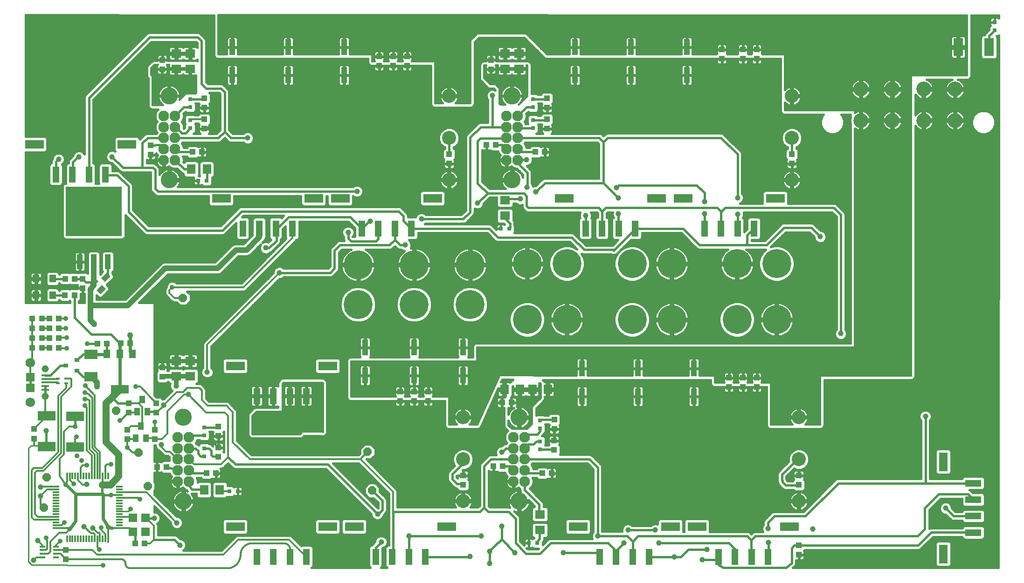
<source format=gtl>
G75*
%MOIN*%
%OFA0B0*%
%FSLAX25Y25*%
%IPPOS*%
%LPD*%
%AMOC8*
5,1,8,0,0,1.08239X$1,22.5*
%
%ADD10R,0.03150X0.03150*%
%ADD11R,0.03937X0.04331*%
%ADD12R,0.04331X0.03937*%
%ADD13R,0.07098X0.06299*%
%ADD14C,0.10000*%
%ADD15C,0.12189*%
%ADD16C,0.07677*%
%ADD17R,0.05906X0.06299*%
%ADD18R,0.12598X0.07087*%
%ADD19R,0.01181X0.04724*%
%ADD20R,0.04724X0.01181*%
%ADD21C,0.01181*%
%ADD22R,0.03937X0.01772*%
%ADD23R,0.03937X0.05512*%
%ADD24R,0.07087X0.06299*%
%ADD25C,0.20732*%
%ADD26R,0.04300X0.11400*%
%ADD27C,0.10630*%
%ADD28R,0.07087X0.12598*%
%ADD29R,0.04724X0.05512*%
%ADD30R,0.04000X0.10600*%
%ADD31R,0.40000X0.35200*%
%ADD32R,0.06299X0.07098*%
%ADD33R,0.06299X0.07087*%
%ADD34R,0.06102X0.05906*%
%ADD35R,0.05315X0.01575*%
%ADD36C,0.05150*%
%ADD37C,0.06791*%
%ADD38R,0.02756X0.01772*%
%ADD39R,0.03500X0.03100*%
%ADD40R,0.09449X0.07087*%
%ADD41R,0.04724X0.06299*%
%ADD42R,0.12992X0.06299*%
%ADD43R,0.13504X0.06496*%
%ADD44R,0.05000X0.11496*%
%ADD45R,0.06496X0.13504*%
%ADD46R,0.11496X0.05000*%
%ADD47OC8,0.06000*%
%ADD48C,0.01600*%
%ADD49C,0.03962*%
%ADD50C,0.01200*%
%ADD51C,0.03600*%
%ADD52C,0.04356*%
%ADD53C,0.02400*%
%ADD54C,0.01000*%
%ADD55C,0.05000*%
%ADD56C,0.04000*%
%ADD57C,0.03200*%
%ADD58C,0.05906*%
D10*
X0153047Y0060584D03*
X0158953Y0060584D03*
X0135000Y0085532D03*
X0135000Y0091437D03*
X0135000Y0100532D03*
X0135000Y0106437D03*
X0367047Y0023484D03*
X0372953Y0023484D03*
X0375000Y0090532D03*
X0375000Y0096437D03*
X0375000Y0105532D03*
X0375000Y0111437D03*
X0352953Y0248484D03*
X0347047Y0248484D03*
X0370000Y0320532D03*
X0370000Y0326437D03*
X0370000Y0335532D03*
X0370000Y0341437D03*
X0136580Y0283046D03*
X0130674Y0283046D03*
X0125000Y0320532D03*
X0125000Y0326437D03*
X0125000Y0335532D03*
X0125000Y0341437D03*
X0700000Y0390532D03*
X0700000Y0396437D03*
D11*
X0530000Y0376831D03*
X0530000Y0370138D03*
X0520000Y0370138D03*
X0520000Y0376831D03*
X0505000Y0376831D03*
X0505000Y0370138D03*
X0378346Y0303484D03*
X0371654Y0303484D03*
X0343346Y0308484D03*
X0336654Y0308484D03*
X0340000Y0362638D03*
X0340000Y0369331D03*
X0280000Y0371831D03*
X0280000Y0365138D03*
X0270000Y0365138D03*
X0270000Y0371831D03*
X0260000Y0371831D03*
X0260000Y0365138D03*
X0133346Y0303484D03*
X0126654Y0303484D03*
X0105000Y0362638D03*
X0105000Y0369331D03*
X0048000Y0212731D03*
X0042246Y0212684D03*
X0035554Y0212684D03*
X0048000Y0206038D03*
X0042146Y0200984D03*
X0035454Y0200984D03*
X0030846Y0184184D03*
X0024154Y0184184D03*
X0024154Y0177184D03*
X0030846Y0177184D03*
X0030846Y0170184D03*
X0024154Y0170184D03*
X0024154Y0163184D03*
X0030846Y0163184D03*
X0105000Y0149331D03*
X0105000Y0142638D03*
X0013300Y0105131D03*
X0013300Y0098438D03*
X0101254Y0077884D03*
X0107946Y0077884D03*
X0136654Y0073484D03*
X0143346Y0073484D03*
X0275000Y0125138D03*
X0275000Y0131831D03*
X0285000Y0131831D03*
X0295000Y0131831D03*
X0295000Y0125138D03*
X0285000Y0125138D03*
X0341654Y0078484D03*
X0348346Y0078484D03*
X0376654Y0073484D03*
X0383346Y0073484D03*
X0510000Y0135138D03*
X0510000Y0141831D03*
X0520000Y0141831D03*
X0520000Y0135138D03*
X0530000Y0135138D03*
X0530000Y0141831D03*
D12*
X0560000Y0071831D03*
X0560000Y0065138D03*
X0560000Y0021831D03*
X0560000Y0015138D03*
X0385000Y0090138D03*
X0385000Y0096831D03*
X0385200Y0105138D03*
X0385200Y0111831D03*
X0354546Y0124184D03*
X0347854Y0124184D03*
X0320000Y0071831D03*
X0320000Y0065138D03*
X0145000Y0085138D03*
X0145000Y0091831D03*
X0145000Y0100138D03*
X0145000Y0106831D03*
X0099700Y0104731D03*
X0099700Y0098038D03*
X0080000Y0097938D03*
X0080000Y0104631D03*
X0080800Y0116938D03*
X0080800Y0123631D03*
X0100700Y0123531D03*
X0100700Y0116838D03*
X0081846Y0166584D03*
X0075154Y0166584D03*
X0065446Y0166384D03*
X0058754Y0166384D03*
X0096600Y0301538D03*
X0096600Y0308231D03*
X0135000Y0320138D03*
X0135000Y0326831D03*
X0135000Y0335138D03*
X0135000Y0341831D03*
X0310000Y0301831D03*
X0310000Y0295138D03*
X0380000Y0320138D03*
X0380000Y0326831D03*
X0380000Y0335138D03*
X0380000Y0341831D03*
X0555000Y0301831D03*
X0555000Y0295138D03*
X0092246Y0023384D03*
X0085554Y0023384D03*
X0036100Y0018731D03*
X0036100Y0012038D03*
D13*
X0375000Y0032886D03*
X0375000Y0044083D03*
X0350000Y0257886D03*
X0350000Y0269083D03*
D14*
X0310000Y0283484D03*
X0310000Y0313484D03*
X0310000Y0343484D03*
X0555000Y0343484D03*
X0555000Y0313484D03*
X0555000Y0283484D03*
X0560000Y0113484D03*
X0560000Y0083484D03*
X0560000Y0053484D03*
X0320000Y0053484D03*
X0320000Y0083484D03*
X0320000Y0113484D03*
D15*
X0360000Y0113484D03*
X0360000Y0053484D03*
X0120000Y0053484D03*
X0120000Y0113484D03*
X0110000Y0283484D03*
X0110000Y0343484D03*
X0355000Y0343484D03*
X0355000Y0283484D03*
D16*
X0351063Y0297736D03*
X0358937Y0297736D03*
X0358937Y0305610D03*
X0351063Y0305610D03*
X0351063Y0313484D03*
X0358937Y0313484D03*
X0358937Y0321358D03*
X0351063Y0321358D03*
X0351063Y0329232D03*
X0358937Y0329232D03*
X0113937Y0329232D03*
X0113937Y0321358D03*
X0113937Y0313484D03*
X0113937Y0305610D03*
X0113937Y0297736D03*
X0106063Y0297736D03*
X0106063Y0305610D03*
X0106063Y0313484D03*
X0106063Y0321358D03*
X0106063Y0329232D03*
X0116063Y0099232D03*
X0123937Y0099232D03*
X0123937Y0091358D03*
X0116063Y0091358D03*
X0116063Y0083484D03*
X0123937Y0083484D03*
X0123937Y0075610D03*
X0116063Y0075610D03*
X0116063Y0067736D03*
X0123937Y0067736D03*
X0356063Y0067736D03*
X0363937Y0067736D03*
X0363937Y0075610D03*
X0356063Y0075610D03*
X0356063Y0083484D03*
X0363937Y0083484D03*
X0363937Y0091358D03*
X0356063Y0091358D03*
X0356063Y0099232D03*
X0363937Y0099232D03*
D17*
X0093128Y0041606D03*
X0084072Y0041606D03*
X0084072Y0031763D03*
X0093128Y0031763D03*
D18*
X0042500Y0092361D03*
X0022300Y0092461D03*
X0022300Y0114508D03*
X0042500Y0114408D03*
D19*
X0042742Y0071722D03*
X0044710Y0071722D03*
X0046679Y0071722D03*
X0048647Y0071722D03*
X0050616Y0071722D03*
X0052584Y0071722D03*
X0054553Y0071722D03*
X0056521Y0071722D03*
X0058490Y0071722D03*
X0060458Y0071722D03*
X0062427Y0071722D03*
X0064395Y0071722D03*
X0066364Y0071722D03*
X0040773Y0071722D03*
X0038805Y0071722D03*
X0036836Y0071722D03*
X0036836Y0026447D03*
X0038805Y0026447D03*
X0040773Y0026447D03*
X0042742Y0026447D03*
X0044710Y0026447D03*
X0046679Y0026447D03*
X0048647Y0026447D03*
X0050616Y0026447D03*
X0052584Y0026447D03*
X0054553Y0026447D03*
X0056521Y0026447D03*
X0058490Y0026447D03*
X0060458Y0026447D03*
X0062427Y0026447D03*
X0064395Y0026447D03*
X0066364Y0026447D03*
D20*
X0074238Y0034321D03*
X0074238Y0036289D03*
X0074238Y0038258D03*
X0074238Y0040226D03*
X0074238Y0042195D03*
X0074238Y0044163D03*
X0074238Y0046132D03*
X0074238Y0048100D03*
X0074238Y0050069D03*
X0074238Y0052037D03*
X0074238Y0054006D03*
X0074238Y0055974D03*
X0074238Y0057943D03*
X0074238Y0059911D03*
X0074238Y0061880D03*
X0074238Y0063848D03*
X0028962Y0063848D03*
X0028962Y0061880D03*
X0028962Y0059911D03*
X0028962Y0057943D03*
X0028962Y0055974D03*
X0028962Y0054006D03*
X0028962Y0052037D03*
X0028962Y0050069D03*
X0028962Y0048100D03*
X0028962Y0046132D03*
X0028962Y0044163D03*
X0028962Y0042195D03*
X0028962Y0040226D03*
X0028962Y0038258D03*
X0028962Y0036289D03*
X0028962Y0034321D03*
D21*
X0020331Y0161806D02*
X0020331Y0164562D01*
X0020331Y0161806D02*
X0017575Y0161806D01*
X0017575Y0164562D01*
X0020331Y0164562D01*
X0020331Y0162986D02*
X0017575Y0162986D01*
X0017575Y0164166D02*
X0020331Y0164166D01*
X0020331Y0168806D02*
X0020331Y0171562D01*
X0020331Y0168806D02*
X0017575Y0168806D01*
X0017575Y0171562D01*
X0020331Y0171562D01*
X0020331Y0169986D02*
X0017575Y0169986D01*
X0017575Y0171166D02*
X0020331Y0171166D01*
X0020331Y0175806D02*
X0020331Y0178562D01*
X0020331Y0175806D02*
X0017575Y0175806D01*
X0017575Y0178562D01*
X0020331Y0178562D01*
X0020331Y0176986D02*
X0017575Y0176986D01*
X0017575Y0178166D02*
X0020331Y0178166D01*
X0013425Y0178562D02*
X0013425Y0175806D01*
X0010669Y0175806D01*
X0010669Y0178562D01*
X0013425Y0178562D01*
X0013425Y0176986D02*
X0010669Y0176986D01*
X0010669Y0178166D02*
X0013425Y0178166D01*
X0013425Y0182806D02*
X0013425Y0185562D01*
X0013425Y0182806D02*
X0010669Y0182806D01*
X0010669Y0185562D01*
X0013425Y0185562D01*
X0013425Y0183986D02*
X0010669Y0183986D01*
X0010669Y0185166D02*
X0013425Y0185166D01*
X0020331Y0185562D02*
X0020331Y0182806D01*
X0017575Y0182806D01*
X0017575Y0185562D01*
X0020331Y0185562D01*
X0020331Y0183986D02*
X0017575Y0183986D01*
X0017575Y0185166D02*
X0020331Y0185166D01*
X0013425Y0171562D02*
X0013425Y0168806D01*
X0010669Y0168806D01*
X0010669Y0171562D01*
X0013425Y0171562D01*
X0013425Y0169986D02*
X0010669Y0169986D01*
X0010669Y0171166D02*
X0013425Y0171166D01*
X0013425Y0164562D02*
X0013425Y0161806D01*
X0010669Y0161806D01*
X0010669Y0164562D01*
X0013425Y0164562D01*
X0013425Y0162986D02*
X0010669Y0162986D01*
X0010669Y0164166D02*
X0013425Y0164166D01*
D22*
X0019277Y0021023D03*
X0019277Y0018464D03*
X0019277Y0015905D03*
X0019277Y0013346D03*
X0028923Y0013346D03*
X0028923Y0015905D03*
X0028923Y0018464D03*
X0028923Y0021023D03*
D23*
X0085960Y0098754D03*
X0093440Y0098754D03*
X0089700Y0107415D03*
X0086960Y0117654D03*
X0094440Y0117654D03*
X0090700Y0126315D03*
G36*
X0060625Y0201737D02*
X0057842Y0204520D01*
X0061739Y0208417D01*
X0064522Y0205634D01*
X0060625Y0201737D01*
G37*
G36*
X0055336Y0207027D02*
X0052553Y0209810D01*
X0056450Y0213707D01*
X0059233Y0210924D01*
X0055336Y0207027D01*
G37*
G36*
X0064105Y0210507D02*
X0061322Y0213290D01*
X0065219Y0217187D01*
X0068002Y0214404D01*
X0064105Y0210507D01*
G37*
D24*
X0115000Y0153996D03*
X0125000Y0153996D03*
X0125000Y0142973D03*
X0115000Y0142973D03*
X0115000Y0362973D03*
X0125000Y0362973D03*
X0125000Y0373996D03*
X0115000Y0373996D03*
X0350000Y0373996D03*
X0360000Y0373996D03*
X0360000Y0362973D03*
X0350000Y0362973D03*
D25*
X0365827Y0223484D03*
X0394173Y0223484D03*
X0440827Y0223484D03*
X0469173Y0223484D03*
X0515827Y0223484D03*
X0544173Y0223484D03*
X0544173Y0183484D03*
X0515827Y0183484D03*
X0469173Y0183484D03*
X0440827Y0183484D03*
X0394173Y0183484D03*
X0365827Y0183484D03*
X0325000Y0194311D03*
X0285000Y0194311D03*
X0245000Y0194311D03*
X0245000Y0222658D03*
X0285000Y0222658D03*
X0325000Y0222658D03*
D26*
X0320000Y0163484D03*
X0320000Y0143484D03*
X0285000Y0143484D03*
X0285000Y0163484D03*
X0250000Y0163484D03*
X0250000Y0143484D03*
X0405000Y0148484D03*
X0405000Y0128484D03*
X0445000Y0128484D03*
X0445000Y0148484D03*
X0485000Y0148484D03*
X0485000Y0128484D03*
X0480000Y0358484D03*
X0480000Y0378484D03*
X0440000Y0378484D03*
X0440000Y0358484D03*
X0400000Y0358484D03*
X0400000Y0378484D03*
X0235000Y0378484D03*
X0235000Y0358484D03*
X0195000Y0358484D03*
X0195000Y0378484D03*
X0155000Y0378484D03*
X0155000Y0358484D03*
D27*
X0604331Y0348484D03*
X0626772Y0348484D03*
X0649213Y0348484D03*
X0671654Y0348484D03*
X0671654Y0326043D03*
X0649213Y0326043D03*
X0626772Y0326043D03*
X0604331Y0326043D03*
D28*
X0673976Y0378484D03*
X0696024Y0378484D03*
D29*
X0026606Y0212784D03*
X0014794Y0212784D03*
X0014794Y0200984D03*
X0026606Y0200984D03*
D30*
X0046100Y0224884D03*
X0056100Y0224884D03*
X0066100Y0224884D03*
D31*
X0056100Y0261084D03*
D32*
X0125643Y0291171D03*
X0136840Y0291171D03*
X0134902Y0061684D03*
X0146098Y0061684D03*
D33*
X0349488Y0133484D03*
X0360512Y0133484D03*
X0369488Y0133484D03*
X0380512Y0133484D03*
D34*
X0010709Y0134547D03*
X0010709Y0142421D03*
D35*
X0021339Y0143602D03*
X0021339Y0141043D03*
X0021339Y0138484D03*
X0021339Y0135925D03*
X0021339Y0133366D03*
D36*
X0021339Y0128642D03*
X0021339Y0148327D03*
D37*
X0010709Y0152648D03*
X0010709Y0124321D03*
D38*
X0030349Y0138110D03*
X0030349Y0141259D03*
X0036451Y0141259D03*
X0036451Y0138110D03*
D39*
X0044100Y0146884D03*
X0036100Y0150684D03*
X0044100Y0154484D03*
D40*
X0054100Y0158557D03*
X0054100Y0142612D03*
D41*
X0065445Y0158783D03*
X0074500Y0158783D03*
X0083555Y0158783D03*
D42*
X0074500Y0133586D03*
D43*
X0157224Y0150236D03*
X0223248Y0150236D03*
X0223248Y0035236D03*
X0242224Y0035236D03*
X0308248Y0035236D03*
X0402224Y0035236D03*
X0468248Y0035236D03*
X0487224Y0035236D03*
X0553248Y0035236D03*
X0157224Y0035236D03*
X0147224Y0270236D03*
X0213248Y0270236D03*
X0232224Y0270236D03*
X0298248Y0270236D03*
X0392224Y0270236D03*
X0458248Y0270236D03*
X0477224Y0270236D03*
X0543248Y0270236D03*
X0079648Y0308936D03*
X0013624Y0308936D03*
D44*
X0028920Y0287401D03*
X0040731Y0287401D03*
X0052542Y0287401D03*
X0064353Y0287401D03*
X0162520Y0248701D03*
X0174331Y0248701D03*
X0186142Y0248701D03*
X0197953Y0248701D03*
X0247520Y0248701D03*
X0259331Y0248701D03*
X0271142Y0248701D03*
X0282953Y0248701D03*
X0407520Y0248701D03*
X0419331Y0248701D03*
X0431142Y0248701D03*
X0442953Y0248701D03*
X0492520Y0248701D03*
X0504331Y0248701D03*
X0516142Y0248701D03*
X0527953Y0248701D03*
X0207953Y0128701D03*
X0196142Y0128701D03*
X0184331Y0128701D03*
X0172520Y0128701D03*
X0172520Y0013701D03*
X0184331Y0013701D03*
X0196142Y0013701D03*
X0207953Y0013701D03*
X0257520Y0013701D03*
X0269331Y0013701D03*
X0281142Y0013701D03*
X0292953Y0013701D03*
X0417520Y0013701D03*
X0429331Y0013701D03*
X0441142Y0013701D03*
X0452953Y0013701D03*
X0502520Y0013701D03*
X0514331Y0013701D03*
X0526142Y0013701D03*
X0537953Y0013701D03*
D45*
X0663248Y0015709D03*
X0663248Y0081732D03*
D46*
X0684783Y0066437D03*
X0684783Y0054626D03*
X0684783Y0042815D03*
X0684783Y0031004D03*
D47*
X0254980Y0061162D03*
X0251791Y0088858D03*
X0094646Y0064232D03*
X0087854Y0088150D03*
X0071850Y0118445D03*
X0022244Y0070551D03*
X0020177Y0048937D03*
X0119744Y0199055D03*
D48*
X0125144Y0198707D02*
X0166080Y0198707D01*
X0164482Y0197109D02*
X0125144Y0197109D01*
X0125144Y0196818D02*
X0125144Y0201292D01*
X0122752Y0203684D01*
X0163397Y0203684D01*
X0164499Y0204141D01*
X0199599Y0239241D01*
X0200443Y0240085D01*
X0200637Y0240553D01*
X0200930Y0240553D01*
X0201812Y0240918D01*
X0202487Y0241593D01*
X0202853Y0242475D01*
X0202853Y0253684D01*
X0238011Y0253684D01*
X0242620Y0249075D01*
X0242620Y0242784D01*
X0241225Y0242784D01*
X0241011Y0242999D01*
X0241514Y0243503D01*
X0242181Y0245113D01*
X0242181Y0246856D01*
X0241514Y0248466D01*
X0240282Y0249698D01*
X0238671Y0250365D01*
X0236929Y0250365D01*
X0235318Y0249698D01*
X0234086Y0248466D01*
X0233419Y0246856D01*
X0233419Y0245113D01*
X0234086Y0243503D01*
X0234600Y0242989D01*
X0234600Y0241048D01*
X0234999Y0240084D01*
X0231363Y0240084D01*
X0230187Y0239597D01*
X0229287Y0238697D01*
X0226187Y0235597D01*
X0225287Y0234697D01*
X0224800Y0233521D01*
X0224800Y0221510D01*
X0223575Y0220284D01*
X0191696Y0220284D01*
X0191182Y0220798D01*
X0189571Y0221465D01*
X0187829Y0221465D01*
X0186218Y0220798D01*
X0184986Y0219566D01*
X0184319Y0217956D01*
X0184319Y0216946D01*
X0134557Y0167184D01*
X0134100Y0166081D01*
X0134100Y0149080D01*
X0133386Y0148366D01*
X0132719Y0146756D01*
X0132719Y0145013D01*
X0133386Y0143403D01*
X0134618Y0142170D01*
X0136229Y0141503D01*
X0137971Y0141503D01*
X0139582Y0142170D01*
X0140814Y0143403D01*
X0141481Y0145013D01*
X0141481Y0146756D01*
X0140814Y0148366D01*
X0140100Y0149080D01*
X0140100Y0164242D01*
X0188562Y0212703D01*
X0189571Y0212703D01*
X0191182Y0213370D01*
X0191696Y0213884D01*
X0225537Y0213884D01*
X0226713Y0214372D01*
X0227613Y0215272D01*
X0230713Y0218372D01*
X0231200Y0219548D01*
X0231200Y0231559D01*
X0233325Y0233684D01*
X0239857Y0233684D01*
X0239106Y0233322D01*
X0237949Y0232595D01*
X0236880Y0231743D01*
X0235914Y0230777D01*
X0235062Y0229709D01*
X0234335Y0228552D01*
X0233742Y0227321D01*
X0233291Y0226031D01*
X0232987Y0224699D01*
X0232847Y0223458D01*
X0244200Y0223458D01*
X0244200Y0221858D01*
X0232847Y0221858D01*
X0232987Y0220616D01*
X0233291Y0219284D01*
X0233742Y0217994D01*
X0234335Y0216763D01*
X0235062Y0215606D01*
X0235914Y0214538D01*
X0236880Y0213572D01*
X0237949Y0212720D01*
X0239106Y0211993D01*
X0240337Y0211400D01*
X0241627Y0210949D01*
X0242959Y0210644D01*
X0244200Y0210505D01*
X0244200Y0221858D01*
X0245800Y0221858D01*
X0245800Y0223458D01*
X0257153Y0223458D01*
X0257013Y0224699D01*
X0256709Y0226031D01*
X0256258Y0227321D01*
X0255665Y0228552D01*
X0254938Y0229709D01*
X0254086Y0230777D01*
X0253120Y0231743D01*
X0252051Y0232595D01*
X0250894Y0233322D01*
X0250143Y0233684D01*
X0268037Y0233684D01*
X0269213Y0234172D01*
X0271142Y0236101D01*
X0272171Y0235072D01*
X0273071Y0234172D01*
X0274247Y0233684D01*
X0275704Y0233684D01*
X0276218Y0233170D01*
X0277829Y0232503D01*
X0277833Y0232503D01*
X0276880Y0231743D01*
X0275914Y0230777D01*
X0275062Y0229709D01*
X0274335Y0228552D01*
X0273742Y0227321D01*
X0273291Y0226031D01*
X0272987Y0224699D01*
X0272847Y0223458D01*
X0284200Y0223458D01*
X0284200Y0234811D01*
X0282959Y0234671D01*
X0282480Y0234561D01*
X0283081Y0236013D01*
X0283081Y0237756D01*
X0282414Y0239366D01*
X0281227Y0240553D01*
X0285930Y0240553D01*
X0286812Y0240918D01*
X0287487Y0241593D01*
X0287853Y0242475D01*
X0287853Y0245501D01*
X0337158Y0245501D01*
X0342087Y0240572D01*
X0342987Y0239672D01*
X0344163Y0239184D01*
X0396275Y0239184D01*
X0401414Y0234045D01*
X0399101Y0235380D01*
X0395854Y0236250D01*
X0392493Y0236250D01*
X0389246Y0235380D01*
X0386335Y0233700D01*
X0383958Y0231323D01*
X0382277Y0228412D01*
X0381407Y0225165D01*
X0381407Y0221804D01*
X0382277Y0218557D01*
X0383958Y0215646D01*
X0386335Y0213269D01*
X0389246Y0211588D01*
X0392493Y0210718D01*
X0395854Y0210718D01*
X0399101Y0211588D01*
X0402012Y0213269D01*
X0404389Y0215646D01*
X0406069Y0218557D01*
X0406939Y0221804D01*
X0406939Y0225165D01*
X0406069Y0228412D01*
X0404713Y0230761D01*
X0405863Y0230284D01*
X0425875Y0230284D01*
X0425887Y0230272D01*
X0427063Y0229784D01*
X0428337Y0229784D01*
X0429513Y0230272D01*
X0439847Y0240606D01*
X0439975Y0240553D01*
X0445930Y0240553D01*
X0446812Y0240918D01*
X0447487Y0241593D01*
X0447853Y0242475D01*
X0447853Y0245501D01*
X0475858Y0245501D01*
X0486287Y0235072D01*
X0487187Y0234172D01*
X0488363Y0233684D01*
X0509193Y0233684D01*
X0508775Y0233422D01*
X0507707Y0232570D01*
X0506741Y0231604D01*
X0505889Y0230536D01*
X0505162Y0229379D01*
X0504569Y0228147D01*
X0504118Y0226858D01*
X0503814Y0225525D01*
X0503674Y0224284D01*
X0515027Y0224284D01*
X0515027Y0222684D01*
X0516627Y0222684D01*
X0516627Y0211331D01*
X0517868Y0211471D01*
X0519200Y0211775D01*
X0520490Y0212227D01*
X0521721Y0212819D01*
X0522878Y0213546D01*
X0523946Y0214398D01*
X0524913Y0215365D01*
X0525765Y0216433D01*
X0526492Y0217590D01*
X0527085Y0218821D01*
X0527536Y0220111D01*
X0527840Y0221443D01*
X0527980Y0222684D01*
X0516627Y0222684D01*
X0516627Y0224284D01*
X0527980Y0224284D01*
X0527840Y0225525D01*
X0527536Y0226858D01*
X0527085Y0228147D01*
X0526492Y0229379D01*
X0525765Y0230536D01*
X0524913Y0231604D01*
X0523946Y0232570D01*
X0522878Y0233422D01*
X0522461Y0233684D01*
X0536319Y0233684D01*
X0533958Y0231323D01*
X0532277Y0228412D01*
X0531407Y0225165D01*
X0531407Y0221804D01*
X0532277Y0218557D01*
X0533958Y0215646D01*
X0536335Y0213269D01*
X0539246Y0211588D01*
X0542493Y0210718D01*
X0545854Y0210718D01*
X0549101Y0211588D01*
X0552012Y0213269D01*
X0554389Y0215646D01*
X0556069Y0218557D01*
X0556939Y0221804D01*
X0556939Y0225165D01*
X0556069Y0228412D01*
X0554389Y0231323D01*
X0552012Y0233700D01*
X0549101Y0235380D01*
X0545854Y0236250D01*
X0542493Y0236250D01*
X0540032Y0235591D01*
X0550525Y0246084D01*
X0567575Y0246084D01*
X0571019Y0242640D01*
X0571019Y0241913D01*
X0571686Y0240303D01*
X0572918Y0239070D01*
X0574529Y0238403D01*
X0576271Y0238403D01*
X0577882Y0239070D01*
X0579114Y0240303D01*
X0579781Y0241913D01*
X0579781Y0243656D01*
X0579114Y0245266D01*
X0577882Y0246498D01*
X0576271Y0247165D01*
X0575544Y0247165D01*
X0570713Y0251997D01*
X0569537Y0252484D01*
X0548563Y0252484D01*
X0547387Y0251997D01*
X0546487Y0251097D01*
X0535475Y0240084D01*
X0526300Y0240084D01*
X0526300Y0240553D01*
X0530930Y0240553D01*
X0531812Y0240918D01*
X0532487Y0241593D01*
X0532853Y0242475D01*
X0532853Y0254926D01*
X0532487Y0255808D01*
X0531812Y0256484D01*
X0530930Y0256849D01*
X0524975Y0256849D01*
X0524093Y0256484D01*
X0523418Y0255808D01*
X0523053Y0254926D01*
X0523053Y0248326D01*
X0521042Y0246315D01*
X0521042Y0254926D01*
X0520676Y0255808D01*
X0520078Y0256406D01*
X0520731Y0257983D01*
X0520731Y0259726D01*
X0520500Y0260284D01*
X0583675Y0260284D01*
X0586800Y0257159D01*
X0586800Y0176480D01*
X0586286Y0175966D01*
X0585619Y0174356D01*
X0585619Y0172613D01*
X0586286Y0171003D01*
X0587518Y0169770D01*
X0589129Y0169103D01*
X0590871Y0169103D01*
X0592482Y0169770D01*
X0593714Y0171003D01*
X0594381Y0172613D01*
X0594381Y0174356D01*
X0593714Y0175966D01*
X0593200Y0176480D01*
X0593200Y0259121D01*
X0592713Y0260297D01*
X0587713Y0265297D01*
X0586813Y0266197D01*
X0585637Y0266684D01*
X0552400Y0266684D01*
X0552400Y0273962D01*
X0552035Y0274844D01*
X0551359Y0275519D01*
X0550477Y0275884D01*
X0536019Y0275884D01*
X0535137Y0275519D01*
X0534461Y0274844D01*
X0534096Y0273962D01*
X0534096Y0266684D01*
X0517991Y0266684D01*
X0518682Y0266970D01*
X0519914Y0268203D01*
X0520581Y0269813D01*
X0520581Y0271556D01*
X0519914Y0273166D01*
X0519400Y0273680D01*
X0519400Y0302421D01*
X0518913Y0303597D01*
X0507113Y0315397D01*
X0506213Y0316297D01*
X0505037Y0316784D01*
X0422663Y0316784D01*
X0421487Y0316297D01*
X0420587Y0315397D01*
X0420300Y0315110D01*
X0419213Y0316197D01*
X0418037Y0316684D01*
X0383193Y0316684D01*
X0383271Y0316729D01*
X0383606Y0317064D01*
X0383843Y0317475D01*
X0383965Y0317932D01*
X0383965Y0319954D01*
X0380184Y0319954D01*
X0380184Y0320322D01*
X0383965Y0320322D01*
X0383965Y0322343D01*
X0383843Y0322801D01*
X0383717Y0323019D01*
X0384200Y0323503D01*
X0384565Y0324385D01*
X0384565Y0329277D01*
X0384200Y0330159D01*
X0383525Y0330834D01*
X0382643Y0331199D01*
X0377357Y0331199D01*
X0376475Y0330834D01*
X0375800Y0330159D01*
X0375584Y0329637D01*
X0373344Y0329637D01*
X0372934Y0330047D01*
X0372052Y0330412D01*
X0367948Y0330412D01*
X0367066Y0330047D01*
X0366391Y0329371D01*
X0366025Y0328489D01*
X0366025Y0324385D01*
X0366296Y0323732D01*
X0364707Y0323732D01*
X0364226Y0324892D01*
X0363823Y0325295D01*
X0364226Y0325699D01*
X0365176Y0327991D01*
X0365176Y0330473D01*
X0365037Y0330807D01*
X0366562Y0332332D01*
X0366656Y0332332D01*
X0367066Y0331922D01*
X0367948Y0331557D01*
X0372052Y0331557D01*
X0372934Y0331922D01*
X0373609Y0332597D01*
X0373975Y0333479D01*
X0373975Y0337584D01*
X0373704Y0338237D01*
X0376066Y0338237D01*
X0376283Y0338019D01*
X0376157Y0337801D01*
X0376035Y0337343D01*
X0376035Y0335322D01*
X0379816Y0335322D01*
X0379816Y0334954D01*
X0376035Y0334954D01*
X0376035Y0332932D01*
X0376157Y0332475D01*
X0376394Y0332064D01*
X0376729Y0331729D01*
X0377140Y0331492D01*
X0377598Y0331369D01*
X0379816Y0331369D01*
X0379816Y0334954D01*
X0380184Y0334954D01*
X0380184Y0335322D01*
X0383965Y0335322D01*
X0383965Y0337343D01*
X0383843Y0337801D01*
X0383717Y0338019D01*
X0384200Y0338503D01*
X0384565Y0339385D01*
X0384565Y0344277D01*
X0384200Y0345159D01*
X0383525Y0345834D01*
X0382643Y0346199D01*
X0377357Y0346199D01*
X0376475Y0345834D01*
X0375800Y0345159D01*
X0375584Y0344637D01*
X0373344Y0344637D01*
X0372934Y0345047D01*
X0372052Y0345412D01*
X0369000Y0345412D01*
X0369000Y0365981D01*
X0368543Y0367084D01*
X0367699Y0367928D01*
X0367599Y0368028D01*
X0366497Y0368484D01*
X0364112Y0368484D01*
X0364021Y0368522D01*
X0355979Y0368522D01*
X0355888Y0368484D01*
X0354112Y0368484D01*
X0354021Y0368522D01*
X0345979Y0368522D01*
X0345888Y0368484D01*
X0343768Y0368484D01*
X0343768Y0369147D01*
X0340184Y0369147D01*
X0340184Y0369515D01*
X0339816Y0369515D01*
X0339816Y0373296D01*
X0337795Y0373296D01*
X0337337Y0373173D01*
X0336926Y0372937D01*
X0336591Y0372601D01*
X0336354Y0372191D01*
X0336231Y0371733D01*
X0336231Y0369515D01*
X0339816Y0369515D01*
X0339816Y0369147D01*
X0336231Y0369147D01*
X0336231Y0368484D01*
X0334403Y0368484D01*
X0333301Y0368028D01*
X0332357Y0367084D01*
X0331900Y0365981D01*
X0331900Y0355788D01*
X0332357Y0354685D01*
X0333201Y0353841D01*
X0337701Y0349341D01*
X0338803Y0348884D01*
X0341957Y0348884D01*
X0343075Y0347767D01*
X0341871Y0348265D01*
X0340129Y0348265D01*
X0338518Y0347598D01*
X0337286Y0346366D01*
X0336619Y0344756D01*
X0336619Y0343013D01*
X0337286Y0341403D01*
X0337700Y0340989D01*
X0337700Y0324558D01*
X0331937Y0324558D01*
X0330761Y0324071D01*
X0322287Y0315597D01*
X0321800Y0314421D01*
X0321800Y0261710D01*
X0318775Y0258684D01*
X0293396Y0258684D01*
X0292682Y0259398D01*
X0291071Y0260065D01*
X0289329Y0260065D01*
X0287718Y0259398D01*
X0286486Y0258166D01*
X0285939Y0256845D01*
X0285930Y0256849D01*
X0280600Y0256849D01*
X0280600Y0258121D01*
X0280113Y0259297D01*
X0279213Y0260197D01*
X0275613Y0263797D01*
X0274437Y0264284D01*
X0161063Y0264284D01*
X0159887Y0263797D01*
X0158987Y0262897D01*
X0146575Y0250484D01*
X0095425Y0250484D01*
X0084000Y0261910D01*
X0084000Y0279421D01*
X0083513Y0280597D01*
X0075413Y0288697D01*
X0074513Y0289597D01*
X0073337Y0290084D01*
X0069253Y0290084D01*
X0069253Y0293626D01*
X0068887Y0294508D01*
X0068212Y0295184D01*
X0067330Y0295549D01*
X0061375Y0295549D01*
X0060493Y0295184D01*
X0059818Y0294508D01*
X0059453Y0293626D01*
X0059453Y0281175D01*
X0059491Y0281084D01*
X0057404Y0281084D01*
X0057442Y0281175D01*
X0057442Y0293626D01*
X0057076Y0294508D01*
X0056401Y0295184D01*
X0055742Y0295457D01*
X0055742Y0341001D01*
X0097125Y0382384D01*
X0128975Y0382384D01*
X0129800Y0381559D01*
X0129800Y0378435D01*
X0129649Y0378586D01*
X0129238Y0378823D01*
X0128780Y0378946D01*
X0125775Y0378946D01*
X0125775Y0374771D01*
X0124225Y0374771D01*
X0124225Y0373221D01*
X0125775Y0373221D01*
X0125775Y0369047D01*
X0128780Y0369047D01*
X0129238Y0369169D01*
X0129649Y0369406D01*
X0129800Y0369558D01*
X0129800Y0368552D01*
X0128997Y0368884D01*
X0108768Y0368884D01*
X0108768Y0369147D01*
X0105184Y0369147D01*
X0105184Y0369515D01*
X0104816Y0369515D01*
X0104816Y0373296D01*
X0102795Y0373296D01*
X0102337Y0373173D01*
X0101926Y0372937D01*
X0101591Y0372601D01*
X0101354Y0372191D01*
X0101231Y0371733D01*
X0101231Y0369515D01*
X0104816Y0369515D01*
X0104816Y0369147D01*
X0101231Y0369147D01*
X0101231Y0368884D01*
X0098603Y0368884D01*
X0097501Y0368428D01*
X0096657Y0367584D01*
X0094457Y0365384D01*
X0094000Y0364281D01*
X0094000Y0357888D01*
X0094457Y0356785D01*
X0094900Y0356342D01*
X0094900Y0337681D01*
X0094900Y0336488D01*
X0095357Y0335385D01*
X0096201Y0334541D01*
X0097303Y0334084D01*
X0102092Y0334084D01*
X0100774Y0332766D01*
X0099824Y0330473D01*
X0099824Y0327991D01*
X0100774Y0325699D01*
X0101177Y0325295D01*
X0100774Y0324892D01*
X0099824Y0322599D01*
X0099824Y0320117D01*
X0100774Y0317824D01*
X0101177Y0317421D01*
X0100774Y0317018D01*
X0100636Y0316684D01*
X0093863Y0316684D01*
X0093622Y0316584D01*
X0093563Y0316584D01*
X0092387Y0316097D01*
X0088800Y0312510D01*
X0088800Y0312662D01*
X0088435Y0313544D01*
X0087759Y0314219D01*
X0086877Y0314584D01*
X0072419Y0314584D01*
X0071537Y0314219D01*
X0070861Y0313544D01*
X0070496Y0312662D01*
X0070496Y0305211D01*
X0070861Y0304329D01*
X0071328Y0303862D01*
X0069871Y0304465D01*
X0068129Y0304465D01*
X0066518Y0303798D01*
X0065286Y0302566D01*
X0064619Y0300956D01*
X0064619Y0299213D01*
X0065286Y0297603D01*
X0066518Y0296370D01*
X0068129Y0295703D01*
X0068856Y0295703D01*
X0074987Y0289572D01*
X0076163Y0289084D01*
X0096600Y0289084D01*
X0096600Y0276648D01*
X0097087Y0275472D01*
X0099087Y0273472D01*
X0099987Y0272572D01*
X0101163Y0272084D01*
X0138072Y0272084D01*
X0138072Y0266511D01*
X0138438Y0265629D01*
X0139113Y0264954D01*
X0139995Y0264588D01*
X0154454Y0264588D01*
X0155336Y0264954D01*
X0156011Y0265629D01*
X0156376Y0266511D01*
X0156376Y0272084D01*
X0204096Y0272084D01*
X0204096Y0266511D01*
X0204461Y0265629D01*
X0205137Y0264954D01*
X0206019Y0264588D01*
X0220477Y0264588D01*
X0221359Y0264954D01*
X0222035Y0265629D01*
X0222400Y0266511D01*
X0222400Y0272084D01*
X0223072Y0272084D01*
X0223072Y0266511D01*
X0223438Y0265629D01*
X0224113Y0264954D01*
X0224995Y0264588D01*
X0239454Y0264588D01*
X0240336Y0264954D01*
X0241011Y0265629D01*
X0241376Y0266511D01*
X0241376Y0271912D01*
X0241718Y0271570D01*
X0243329Y0270903D01*
X0245071Y0270903D01*
X0246682Y0271570D01*
X0247914Y0272803D01*
X0248581Y0274413D01*
X0248581Y0276156D01*
X0247914Y0277766D01*
X0246682Y0278998D01*
X0245071Y0279665D01*
X0243329Y0279665D01*
X0241718Y0278998D01*
X0241204Y0278484D01*
X0116114Y0278484D01*
X0116578Y0279089D01*
X0117096Y0279985D01*
X0117492Y0280941D01*
X0117759Y0281941D01*
X0117857Y0282684D01*
X0110800Y0282684D01*
X0110800Y0284284D01*
X0117857Y0284284D01*
X0117759Y0285028D01*
X0117492Y0286027D01*
X0117096Y0286983D01*
X0116578Y0287880D01*
X0115948Y0288701D01*
X0115216Y0289432D01*
X0114395Y0290062D01*
X0113499Y0290580D01*
X0112543Y0290976D01*
X0111543Y0291244D01*
X0110800Y0291342D01*
X0110800Y0284284D01*
X0109200Y0284284D01*
X0109200Y0291342D01*
X0108457Y0291244D01*
X0107457Y0290976D01*
X0106501Y0290580D01*
X0105605Y0290062D01*
X0104784Y0289432D01*
X0104052Y0288701D01*
X0103422Y0287880D01*
X0103000Y0287149D01*
X0103000Y0291421D01*
X0102513Y0292597D01*
X0101613Y0293497D01*
X0101613Y0293497D01*
X0101013Y0294097D01*
X0100113Y0294997D01*
X0098937Y0295484D01*
X0093800Y0295484D01*
X0093800Y0297876D01*
X0094198Y0297769D01*
X0096416Y0297769D01*
X0096416Y0301354D01*
X0096784Y0301354D01*
X0096784Y0301722D01*
X0100565Y0301722D01*
X0100565Y0302581D01*
X0100774Y0302076D01*
X0101627Y0301224D01*
X0101240Y0300692D01*
X0100838Y0299901D01*
X0100563Y0299057D01*
X0100430Y0298216D01*
X0105583Y0298216D01*
X0105583Y0297257D01*
X0100430Y0297257D01*
X0100563Y0296416D01*
X0100838Y0295572D01*
X0101240Y0294781D01*
X0101762Y0294063D01*
X0102390Y0293435D01*
X0103108Y0292914D01*
X0103899Y0292511D01*
X0104743Y0292237D01*
X0105583Y0292103D01*
X0105583Y0297257D01*
X0106543Y0297257D01*
X0106543Y0292103D01*
X0107383Y0292237D01*
X0108227Y0292511D01*
X0109018Y0292914D01*
X0109550Y0293300D01*
X0110403Y0292448D01*
X0112696Y0291498D01*
X0115178Y0291498D01*
X0115512Y0291636D01*
X0118690Y0288458D01*
X0119866Y0287971D01*
X0120094Y0287971D01*
X0120094Y0287144D01*
X0120459Y0286262D01*
X0121134Y0285587D01*
X0122016Y0285222D01*
X0127397Y0285222D01*
X0127299Y0284858D01*
X0127299Y0283046D01*
X0130674Y0283046D01*
X0130674Y0283046D01*
X0127299Y0283046D01*
X0127299Y0281234D01*
X0127422Y0280776D01*
X0127659Y0280366D01*
X0127994Y0280031D01*
X0128404Y0279794D01*
X0128862Y0279671D01*
X0130674Y0279671D01*
X0132486Y0279671D01*
X0132944Y0279794D01*
X0133162Y0279920D01*
X0133645Y0279436D01*
X0134527Y0279071D01*
X0138632Y0279071D01*
X0139514Y0279436D01*
X0140189Y0280111D01*
X0140554Y0280994D01*
X0140554Y0285098D01*
X0140498Y0285234D01*
X0141349Y0285587D01*
X0142024Y0286262D01*
X0142390Y0287144D01*
X0142390Y0295198D01*
X0142024Y0296080D01*
X0141349Y0296755D01*
X0140467Y0297120D01*
X0133213Y0297120D01*
X0132331Y0296755D01*
X0131656Y0296080D01*
X0131291Y0295198D01*
X0131291Y0287144D01*
X0131590Y0286421D01*
X0130893Y0286421D01*
X0131193Y0287144D01*
X0131193Y0295198D01*
X0130828Y0296080D01*
X0130152Y0296755D01*
X0129270Y0297120D01*
X0122016Y0297120D01*
X0121134Y0296755D01*
X0120459Y0296080D01*
X0120360Y0295839D01*
X0120037Y0296162D01*
X0120176Y0296495D01*
X0120176Y0298977D01*
X0119634Y0300284D01*
X0122516Y0300284D01*
X0122650Y0299960D01*
X0123326Y0299284D01*
X0124208Y0298919D01*
X0129099Y0298919D01*
X0129982Y0299284D01*
X0130465Y0299768D01*
X0130683Y0299642D01*
X0131141Y0299519D01*
X0133162Y0299519D01*
X0133162Y0303300D01*
X0133531Y0303300D01*
X0133531Y0303669D01*
X0133162Y0303669D01*
X0133162Y0307450D01*
X0131141Y0307450D01*
X0130683Y0307327D01*
X0130465Y0307201D01*
X0129982Y0307684D01*
X0129099Y0308050D01*
X0124208Y0308050D01*
X0123326Y0307684D01*
X0122650Y0307009D01*
X0122516Y0306684D01*
X0120176Y0306684D01*
X0120176Y0306851D01*
X0119226Y0309144D01*
X0118823Y0309547D01*
X0119226Y0309950D01*
X0119364Y0310284D01*
X0145537Y0310284D01*
X0146713Y0310772D01*
X0149500Y0313559D01*
X0151387Y0311672D01*
X0151387Y0311672D01*
X0152287Y0310772D01*
X0153463Y0310284D01*
X0163004Y0310284D01*
X0163518Y0309770D01*
X0165129Y0309103D01*
X0166871Y0309103D01*
X0168482Y0309770D01*
X0169714Y0311003D01*
X0170381Y0312613D01*
X0170381Y0314356D01*
X0169714Y0315966D01*
X0168482Y0317198D01*
X0166871Y0317865D01*
X0165129Y0317865D01*
X0163518Y0317198D01*
X0163004Y0316684D01*
X0155425Y0316684D01*
X0152700Y0319410D01*
X0152700Y0346921D01*
X0152213Y0348097D01*
X0151313Y0348997D01*
X0151313Y0348997D01*
X0149513Y0350797D01*
X0148613Y0351697D01*
X0147437Y0352184D01*
X0137625Y0352184D01*
X0136200Y0353610D01*
X0136200Y0383521D01*
X0135713Y0384697D01*
X0134813Y0385597D01*
X0132113Y0388297D01*
X0130937Y0388784D01*
X0095163Y0388784D01*
X0093987Y0388297D01*
X0093087Y0387397D01*
X0049829Y0344139D01*
X0049342Y0342963D01*
X0049342Y0301817D01*
X0049114Y0302366D01*
X0047882Y0303598D01*
X0046271Y0304265D01*
X0044529Y0304265D01*
X0042918Y0303598D01*
X0041686Y0302366D01*
X0041019Y0300756D01*
X0041019Y0300729D01*
X0039187Y0298897D01*
X0038287Y0297997D01*
X0037800Y0296821D01*
X0037800Y0295549D01*
X0037753Y0295549D01*
X0036871Y0295184D01*
X0036196Y0294508D01*
X0035831Y0293626D01*
X0035831Y0281175D01*
X0035868Y0281084D01*
X0035623Y0281084D01*
X0034741Y0280719D01*
X0034065Y0280044D01*
X0033700Y0279162D01*
X0033700Y0243007D01*
X0034065Y0242125D01*
X0034741Y0241450D01*
X0035623Y0241084D01*
X0076577Y0241084D01*
X0077459Y0241450D01*
X0078135Y0242125D01*
X0078500Y0243007D01*
X0078500Y0258359D01*
X0091387Y0245472D01*
X0092287Y0244572D01*
X0093463Y0244084D01*
X0148537Y0244084D01*
X0149713Y0244572D01*
X0157620Y0252479D01*
X0157620Y0242475D01*
X0157985Y0241593D01*
X0158660Y0240918D01*
X0159542Y0240553D01*
X0165497Y0240553D01*
X0166379Y0240918D01*
X0167054Y0241593D01*
X0167420Y0242475D01*
X0167420Y0254926D01*
X0167054Y0255808D01*
X0166379Y0256484D01*
X0165497Y0256849D01*
X0161990Y0256849D01*
X0163025Y0257884D01*
X0191675Y0257884D01*
X0190137Y0256347D01*
X0190001Y0256484D01*
X0189119Y0256849D01*
X0183164Y0256849D01*
X0182282Y0256484D01*
X0181607Y0255808D01*
X0181242Y0254926D01*
X0181242Y0242475D01*
X0181607Y0241593D01*
X0182282Y0240918D01*
X0182692Y0240749D01*
X0180745Y0238802D01*
X0179785Y0239200D01*
X0178042Y0239200D01*
X0176480Y0238553D01*
X0176776Y0238849D01*
X0178014Y0240086D01*
X0178477Y0241205D01*
X0178865Y0241593D01*
X0179231Y0242475D01*
X0179231Y0254926D01*
X0178865Y0255808D01*
X0178190Y0256484D01*
X0177308Y0256849D01*
X0171353Y0256849D01*
X0170471Y0256484D01*
X0169796Y0255808D01*
X0169431Y0254926D01*
X0169431Y0243949D01*
X0163071Y0237589D01*
X0156641Y0237589D01*
X0155023Y0236919D01*
X0153786Y0235681D01*
X0142788Y0224684D01*
X0106125Y0224684D01*
X0104508Y0224014D01*
X0103270Y0222777D01*
X0078577Y0198084D01*
X0058000Y0198084D01*
X0058000Y0200968D01*
X0059266Y0199702D01*
X0060148Y0199337D01*
X0061103Y0199337D01*
X0061985Y0199702D01*
X0066558Y0204275D01*
X0066923Y0205157D01*
X0066923Y0206112D01*
X0066558Y0206994D01*
X0065193Y0208359D01*
X0065465Y0208471D01*
X0070038Y0213044D01*
X0070403Y0213926D01*
X0070403Y0214881D01*
X0070038Y0215763D01*
X0069300Y0216500D01*
X0069300Y0217484D01*
X0069459Y0217550D01*
X0070135Y0218225D01*
X0070500Y0219107D01*
X0070500Y0230662D01*
X0070135Y0231544D01*
X0069459Y0232219D01*
X0068577Y0232584D01*
X0063623Y0232584D01*
X0062741Y0232219D01*
X0062065Y0231544D01*
X0061700Y0230662D01*
X0061700Y0219107D01*
X0062065Y0218225D01*
X0062464Y0217826D01*
X0060500Y0215862D01*
X0060500Y0230662D01*
X0060135Y0231544D01*
X0059459Y0232219D01*
X0058577Y0232584D01*
X0053623Y0232584D01*
X0052741Y0232219D01*
X0052065Y0231544D01*
X0051700Y0230662D01*
X0051700Y0216559D01*
X0051328Y0216931D01*
X0050446Y0217296D01*
X0045554Y0217296D01*
X0045067Y0217094D01*
X0044692Y0217250D01*
X0039801Y0217250D01*
X0038918Y0216884D01*
X0038900Y0216866D01*
X0038882Y0216884D01*
X0037999Y0217250D01*
X0033108Y0217250D01*
X0032226Y0216884D01*
X0031550Y0216209D01*
X0031416Y0215884D01*
X0031368Y0215884D01*
X0031368Y0216018D01*
X0031002Y0216900D01*
X0030327Y0217575D01*
X0029445Y0217940D01*
X0023766Y0217940D01*
X0022884Y0217575D01*
X0022209Y0216900D01*
X0021843Y0216018D01*
X0021843Y0209551D01*
X0022209Y0208669D01*
X0022884Y0207994D01*
X0023766Y0207628D01*
X0029445Y0207628D01*
X0030327Y0207994D01*
X0031002Y0208669D01*
X0031340Y0209484D01*
X0031416Y0209484D01*
X0031550Y0209160D01*
X0032226Y0208484D01*
X0033108Y0208119D01*
X0037999Y0208119D01*
X0038882Y0208484D01*
X0038900Y0208503D01*
X0038918Y0208484D01*
X0039801Y0208119D01*
X0044231Y0208119D01*
X0044231Y0206222D01*
X0047816Y0206222D01*
X0047816Y0205854D01*
X0044231Y0205854D01*
X0044231Y0205550D01*
X0039701Y0205550D01*
X0038818Y0205184D01*
X0038800Y0205166D01*
X0038782Y0205184D01*
X0037899Y0205550D01*
X0033008Y0205550D01*
X0032126Y0205184D01*
X0031450Y0204509D01*
X0031349Y0204264D01*
X0031002Y0205100D01*
X0030327Y0205775D01*
X0029445Y0206140D01*
X0023766Y0206140D01*
X0022884Y0205775D01*
X0022209Y0205100D01*
X0021843Y0204218D01*
X0021843Y0197751D01*
X0022209Y0196869D01*
X0022884Y0196194D01*
X0023766Y0195828D01*
X0029445Y0195828D01*
X0030327Y0196194D01*
X0031002Y0196869D01*
X0031349Y0197705D01*
X0031450Y0197460D01*
X0032126Y0196784D01*
X0033008Y0196419D01*
X0037899Y0196419D01*
X0038782Y0196784D01*
X0038800Y0196803D01*
X0038818Y0196784D01*
X0039000Y0196709D01*
X0039000Y0195484D01*
X0007304Y0195484D01*
X0007250Y0303288D01*
X0020854Y0303288D01*
X0021736Y0303654D01*
X0022411Y0304329D01*
X0022776Y0305211D01*
X0022776Y0312662D01*
X0022411Y0313544D01*
X0021736Y0314219D01*
X0020854Y0314584D01*
X0007245Y0314584D01*
X0007201Y0401484D01*
X0141800Y0401445D01*
X0141800Y0372848D01*
X0142287Y0371672D01*
X0143187Y0370772D01*
X0144363Y0370284D01*
X0251800Y0370284D01*
X0251800Y0367848D01*
X0252287Y0366672D01*
X0253187Y0365772D01*
X0254363Y0365284D01*
X0259816Y0365284D01*
X0259816Y0364954D01*
X0256231Y0364954D01*
X0256231Y0362736D01*
X0256354Y0362278D01*
X0256591Y0361867D01*
X0256926Y0361532D01*
X0257337Y0361295D01*
X0257795Y0361173D01*
X0259816Y0361173D01*
X0259816Y0364954D01*
X0260184Y0364954D01*
X0260184Y0365284D01*
X0269816Y0365284D01*
X0269816Y0364954D01*
X0266231Y0364954D01*
X0266231Y0362736D01*
X0266354Y0362278D01*
X0266591Y0361867D01*
X0266926Y0361532D01*
X0267337Y0361295D01*
X0267795Y0361173D01*
X0269816Y0361173D01*
X0269816Y0364954D01*
X0270184Y0364954D01*
X0270184Y0365284D01*
X0279816Y0365284D01*
X0279816Y0364954D01*
X0276231Y0364954D01*
X0276231Y0362736D01*
X0276354Y0362278D01*
X0276591Y0361867D01*
X0276926Y0361532D01*
X0277337Y0361295D01*
X0277795Y0361173D01*
X0279816Y0361173D01*
X0279816Y0364954D01*
X0280184Y0364954D01*
X0280184Y0365284D01*
X0296800Y0365284D01*
X0296800Y0337848D01*
X0297287Y0336672D01*
X0298187Y0335772D01*
X0299363Y0335284D01*
X0325637Y0335284D01*
X0326813Y0335772D01*
X0327713Y0336672D01*
X0328200Y0337848D01*
X0328200Y0382159D01*
X0331325Y0385284D01*
X0363675Y0385284D01*
X0378187Y0370772D01*
X0379363Y0370284D01*
X0504816Y0370284D01*
X0504816Y0369954D01*
X0501231Y0369954D01*
X0501231Y0367736D01*
X0501354Y0367278D01*
X0501591Y0366867D01*
X0501926Y0366532D01*
X0502337Y0366295D01*
X0502795Y0366173D01*
X0504816Y0366173D01*
X0504816Y0369954D01*
X0505184Y0369954D01*
X0505184Y0370284D01*
X0519816Y0370284D01*
X0519816Y0369954D01*
X0516231Y0369954D01*
X0516231Y0367736D01*
X0516354Y0367278D01*
X0516591Y0366867D01*
X0516926Y0366532D01*
X0517337Y0366295D01*
X0517795Y0366173D01*
X0519816Y0366173D01*
X0519816Y0369954D01*
X0520184Y0369954D01*
X0520184Y0370284D01*
X0529816Y0370284D01*
X0529816Y0369954D01*
X0526231Y0369954D01*
X0526231Y0367736D01*
X0526354Y0367278D01*
X0526591Y0366867D01*
X0526926Y0366532D01*
X0527337Y0366295D01*
X0527795Y0366173D01*
X0529816Y0366173D01*
X0529816Y0369954D01*
X0530184Y0369954D01*
X0530184Y0370284D01*
X0546800Y0370284D01*
X0546800Y0332848D01*
X0547287Y0331672D01*
X0548187Y0330772D01*
X0549363Y0330284D01*
X0577771Y0330284D01*
X0576935Y0329449D01*
X0575671Y0326396D01*
X0575671Y0323092D01*
X0576935Y0320040D01*
X0579272Y0317703D01*
X0582324Y0316439D01*
X0585628Y0316439D01*
X0588681Y0317703D01*
X0591017Y0320040D01*
X0592282Y0323092D01*
X0592282Y0326396D01*
X0591017Y0329449D01*
X0590182Y0330284D01*
X0596800Y0330284D01*
X0596800Y0328023D01*
X0596616Y0327578D01*
X0596616Y0324509D01*
X0596800Y0324064D01*
X0596800Y0166684D01*
X0329363Y0166684D01*
X0328187Y0166197D01*
X0327287Y0165297D01*
X0326800Y0164121D01*
X0326800Y0156684D01*
X0323593Y0156684D01*
X0323827Y0157090D01*
X0323950Y0157547D01*
X0323950Y0163209D01*
X0320275Y0163209D01*
X0320275Y0163759D01*
X0323950Y0163759D01*
X0323950Y0169421D01*
X0323827Y0169879D01*
X0323590Y0170290D01*
X0323255Y0170625D01*
X0322845Y0170862D01*
X0322387Y0170984D01*
X0320275Y0170984D01*
X0320275Y0163759D01*
X0319725Y0163759D01*
X0319725Y0163209D01*
X0316050Y0163209D01*
X0316050Y0157547D01*
X0316173Y0157090D01*
X0316407Y0156684D01*
X0288593Y0156684D01*
X0288827Y0157090D01*
X0288950Y0157547D01*
X0288950Y0163209D01*
X0285275Y0163209D01*
X0285275Y0163759D01*
X0288950Y0163759D01*
X0288950Y0169421D01*
X0288827Y0169879D01*
X0288590Y0170290D01*
X0288255Y0170625D01*
X0287845Y0170862D01*
X0287387Y0170984D01*
X0285275Y0170984D01*
X0285275Y0163759D01*
X0284725Y0163759D01*
X0284725Y0163209D01*
X0281050Y0163209D01*
X0281050Y0157547D01*
X0281173Y0157090D01*
X0281407Y0156684D01*
X0253593Y0156684D01*
X0253827Y0157090D01*
X0253950Y0157547D01*
X0253950Y0163209D01*
X0250275Y0163209D01*
X0250275Y0163759D01*
X0253950Y0163759D01*
X0253950Y0169421D01*
X0253827Y0169879D01*
X0253590Y0170290D01*
X0253255Y0170625D01*
X0252845Y0170862D01*
X0252387Y0170984D01*
X0250275Y0170984D01*
X0250275Y0163759D01*
X0249725Y0163759D01*
X0249725Y0163209D01*
X0246050Y0163209D01*
X0246050Y0157547D01*
X0246173Y0157090D01*
X0246407Y0156684D01*
X0239363Y0156684D01*
X0238187Y0156197D01*
X0237287Y0155297D01*
X0236800Y0154121D01*
X0236800Y0127848D01*
X0237287Y0126672D01*
X0238187Y0125772D01*
X0239363Y0125284D01*
X0274816Y0125284D01*
X0274816Y0124954D01*
X0271231Y0124954D01*
X0271231Y0122736D01*
X0271354Y0122278D01*
X0271591Y0121867D01*
X0271926Y0121532D01*
X0272337Y0121295D01*
X0272795Y0121173D01*
X0274816Y0121173D01*
X0274816Y0124954D01*
X0275184Y0124954D01*
X0275184Y0125284D01*
X0284816Y0125284D01*
X0284816Y0124954D01*
X0281231Y0124954D01*
X0281231Y0122736D01*
X0281354Y0122278D01*
X0281591Y0121867D01*
X0281926Y0121532D01*
X0282337Y0121295D01*
X0282795Y0121173D01*
X0284816Y0121173D01*
X0284816Y0124954D01*
X0285184Y0124954D01*
X0285184Y0125284D01*
X0294816Y0125284D01*
X0294816Y0124954D01*
X0291231Y0124954D01*
X0291231Y0122736D01*
X0291354Y0122278D01*
X0291591Y0121867D01*
X0291926Y0121532D01*
X0292337Y0121295D01*
X0292795Y0121173D01*
X0294816Y0121173D01*
X0294816Y0124954D01*
X0295184Y0124954D01*
X0295184Y0125284D01*
X0306800Y0125284D01*
X0306800Y0107848D01*
X0307287Y0106672D01*
X0308187Y0105772D01*
X0309363Y0105284D01*
X0329955Y0105284D01*
X0330546Y0105268D01*
X0330590Y0105284D01*
X0330637Y0105284D01*
X0331183Y0105511D01*
X0331736Y0105722D01*
X0331769Y0105754D01*
X0331813Y0105772D01*
X0332231Y0106190D01*
X0332661Y0106596D01*
X0332680Y0106639D01*
X0332713Y0106672D01*
X0332939Y0107218D01*
X0345043Y0134259D01*
X0348713Y0134259D01*
X0348713Y0132710D01*
X0344539Y0132710D01*
X0344539Y0129704D01*
X0344661Y0129246D01*
X0344898Y0128836D01*
X0345233Y0128501D01*
X0345644Y0128264D01*
X0346102Y0128141D01*
X0348713Y0128141D01*
X0348713Y0132709D01*
X0350263Y0132709D01*
X0350263Y0128573D01*
X0349687Y0127997D01*
X0349669Y0127953D01*
X0348038Y0127953D01*
X0348038Y0124369D01*
X0347669Y0124369D01*
X0347669Y0127953D01*
X0345451Y0127953D01*
X0344993Y0127830D01*
X0344583Y0127593D01*
X0344248Y0127258D01*
X0344011Y0126848D01*
X0343888Y0126390D01*
X0343888Y0124369D01*
X0347669Y0124369D01*
X0347669Y0124000D01*
X0343888Y0124000D01*
X0343888Y0121979D01*
X0344011Y0121521D01*
X0344248Y0121111D01*
X0344583Y0120775D01*
X0344993Y0120539D01*
X0345451Y0120416D01*
X0347669Y0120416D01*
X0347669Y0124000D01*
X0348038Y0124000D01*
X0348038Y0120416D01*
X0349200Y0120416D01*
X0349200Y0107448D01*
X0349687Y0106272D01*
X0350587Y0105372D01*
X0351983Y0103975D01*
X0350774Y0102766D01*
X0349824Y0100473D01*
X0349824Y0097991D01*
X0350774Y0095699D01*
X0351177Y0095295D01*
X0350774Y0094892D01*
X0350636Y0094558D01*
X0349837Y0094558D01*
X0348661Y0094071D01*
X0347456Y0092865D01*
X0346729Y0092865D01*
X0345118Y0092198D01*
X0343886Y0090966D01*
X0343219Y0089356D01*
X0343219Y0087613D01*
X0343604Y0086684D01*
X0339363Y0086684D01*
X0338187Y0086197D01*
X0337287Y0085297D01*
X0333187Y0081197D01*
X0332287Y0080297D01*
X0331800Y0079121D01*
X0331800Y0050310D01*
X0330675Y0049184D01*
X0325272Y0049184D01*
X0325666Y0049698D01*
X0326112Y0050470D01*
X0326453Y0051294D01*
X0326684Y0052155D01*
X0326767Y0052788D01*
X0320696Y0052788D01*
X0320696Y0054180D01*
X0326767Y0054180D01*
X0326684Y0054814D01*
X0326453Y0055675D01*
X0326112Y0056498D01*
X0325666Y0057270D01*
X0325123Y0057978D01*
X0324493Y0058608D01*
X0323786Y0059150D01*
X0323014Y0059596D01*
X0322190Y0059937D01*
X0321329Y0060168D01*
X0320696Y0060251D01*
X0320696Y0054180D01*
X0319304Y0054180D01*
X0319304Y0052788D01*
X0313233Y0052788D01*
X0313316Y0052155D01*
X0313547Y0051294D01*
X0313888Y0050470D01*
X0314334Y0049698D01*
X0314728Y0049184D01*
X0272870Y0049184D01*
X0272870Y0060790D01*
X0272413Y0061892D01*
X0250847Y0083458D01*
X0254028Y0083458D01*
X0257191Y0086622D01*
X0257191Y0091095D01*
X0254028Y0094258D01*
X0249555Y0094258D01*
X0246391Y0091095D01*
X0246391Y0087701D01*
X0245175Y0086484D01*
X0168743Y0086484D01*
X0158300Y0096927D01*
X0158300Y0117781D01*
X0157843Y0118884D01*
X0156999Y0119728D01*
X0154555Y0122172D01*
X0154343Y0122684D01*
X0153499Y0123528D01*
X0152499Y0124528D01*
X0151397Y0124984D01*
X0138443Y0124984D01*
X0136200Y0127227D01*
X0136200Y0133381D01*
X0135743Y0134484D01*
X0134899Y0135328D01*
X0133099Y0137128D01*
X0131997Y0137584D01*
X0129410Y0137584D01*
X0129903Y0137788D01*
X0130578Y0138463D01*
X0130943Y0139346D01*
X0130943Y0146600D01*
X0130578Y0147482D01*
X0129903Y0148157D01*
X0129021Y0148522D01*
X0120979Y0148522D01*
X0120097Y0148157D01*
X0120000Y0148060D01*
X0119903Y0148157D01*
X0119021Y0148522D01*
X0110979Y0148522D01*
X0110097Y0148157D01*
X0109422Y0147482D01*
X0109211Y0146973D01*
X0108768Y0146973D01*
X0108768Y0149147D01*
X0105184Y0149147D01*
X0105184Y0149515D01*
X0104816Y0149515D01*
X0104816Y0153296D01*
X0102795Y0153296D01*
X0102337Y0153173D01*
X0101926Y0152937D01*
X0101591Y0152601D01*
X0101354Y0152191D01*
X0101231Y0151733D01*
X0101231Y0149515D01*
X0104816Y0149515D01*
X0104816Y0149147D01*
X0101231Y0149147D01*
X0101231Y0146928D01*
X0101344Y0146510D01*
X0100997Y0146163D01*
X0100631Y0145281D01*
X0100631Y0139995D01*
X0100997Y0139113D01*
X0101672Y0138438D01*
X0102554Y0138073D01*
X0107446Y0138073D01*
X0108328Y0138438D01*
X0108863Y0138973D01*
X0109211Y0138973D01*
X0109422Y0138463D01*
X0110097Y0137788D01*
X0110701Y0137538D01*
X0110419Y0136856D01*
X0110419Y0135113D01*
X0111086Y0133503D01*
X0111931Y0132658D01*
X0105938Y0126665D01*
X0104980Y0126665D01*
X0104900Y0126859D01*
X0104225Y0127534D01*
X0103343Y0127899D01*
X0100650Y0127899D01*
X0099300Y0129296D01*
X0099300Y0195484D01*
X0088423Y0195484D01*
X0108823Y0215884D01*
X0145486Y0215884D01*
X0147103Y0216554D01*
X0159338Y0228789D01*
X0165647Y0228789D01*
X0167264Y0229459D01*
X0167430Y0229625D01*
X0167638Y0229711D01*
X0175179Y0237252D01*
X0174532Y0235690D01*
X0174532Y0233948D01*
X0175199Y0232337D01*
X0176432Y0231105D01*
X0178042Y0230438D01*
X0179785Y0230438D01*
X0181395Y0231105D01*
X0181909Y0231619D01*
X0181924Y0231619D01*
X0183100Y0232106D01*
X0188356Y0237362D01*
X0189256Y0238262D01*
X0189743Y0239438D01*
X0189743Y0240811D01*
X0190001Y0240918D01*
X0190676Y0241593D01*
X0191042Y0242475D01*
X0191042Y0248201D01*
X0193053Y0250212D01*
X0193053Y0242475D01*
X0193418Y0241593D01*
X0193442Y0241569D01*
X0161557Y0209684D01*
X0115040Y0209684D01*
X0114479Y0210245D01*
X0112935Y0210884D01*
X0111265Y0210884D01*
X0109721Y0210245D01*
X0108539Y0209063D01*
X0107900Y0207520D01*
X0107900Y0206727D01*
X0107516Y0206343D01*
X0107059Y0205240D01*
X0107059Y0202002D01*
X0107516Y0200899D01*
X0111059Y0197356D01*
X0111903Y0196512D01*
X0113006Y0196055D01*
X0115107Y0196055D01*
X0117507Y0193655D01*
X0121981Y0193655D01*
X0125144Y0196818D01*
X0123836Y0195510D02*
X0162883Y0195510D01*
X0161285Y0193912D02*
X0122237Y0193912D01*
X0117251Y0193912D02*
X0099300Y0193912D01*
X0099300Y0192313D02*
X0159686Y0192313D01*
X0158088Y0190715D02*
X0099300Y0190715D01*
X0099300Y0189116D02*
X0156489Y0189116D01*
X0154891Y0187518D02*
X0099300Y0187518D01*
X0099300Y0185919D02*
X0153292Y0185919D01*
X0151694Y0184321D02*
X0099300Y0184321D01*
X0099300Y0182722D02*
X0150095Y0182722D01*
X0148497Y0181124D02*
X0099300Y0181124D01*
X0099300Y0179525D02*
X0146898Y0179525D01*
X0145300Y0177927D02*
X0099300Y0177927D01*
X0099300Y0176328D02*
X0143701Y0176328D01*
X0142103Y0174730D02*
X0099300Y0174730D01*
X0099300Y0173131D02*
X0140504Y0173131D01*
X0138906Y0171533D02*
X0099300Y0171533D01*
X0099300Y0169934D02*
X0137307Y0169934D01*
X0135708Y0168335D02*
X0099300Y0168335D01*
X0099300Y0166737D02*
X0134372Y0166737D01*
X0134100Y0165138D02*
X0099300Y0165138D01*
X0099300Y0163540D02*
X0134100Y0163540D01*
X0134100Y0161941D02*
X0099300Y0161941D01*
X0099300Y0160343D02*
X0134100Y0160343D01*
X0134100Y0158744D02*
X0129374Y0158744D01*
X0129238Y0158823D02*
X0128780Y0158946D01*
X0125775Y0158946D01*
X0125775Y0154771D01*
X0130343Y0154771D01*
X0130343Y0157383D01*
X0130221Y0157841D01*
X0129984Y0158251D01*
X0129649Y0158586D01*
X0129238Y0158823D01*
X0130343Y0157146D02*
X0134100Y0157146D01*
X0134100Y0155547D02*
X0130343Y0155547D01*
X0130343Y0153221D02*
X0125775Y0153221D01*
X0125775Y0149047D01*
X0128780Y0149047D01*
X0129238Y0149169D01*
X0129649Y0149406D01*
X0129984Y0149741D01*
X0130221Y0150152D01*
X0130343Y0150610D01*
X0130343Y0153221D01*
X0130343Y0152350D02*
X0134100Y0152350D01*
X0134100Y0150752D02*
X0130343Y0150752D01*
X0129179Y0149153D02*
X0134100Y0149153D01*
X0133050Y0147555D02*
X0130505Y0147555D01*
X0130943Y0145956D02*
X0132719Y0145956D01*
X0132990Y0144358D02*
X0130943Y0144358D01*
X0130943Y0142759D02*
X0134029Y0142759D01*
X0130943Y0141161D02*
X0190182Y0141161D01*
X0189787Y0140997D02*
X0189087Y0140297D01*
X0188187Y0139397D01*
X0187700Y0138221D01*
X0187700Y0136025D01*
X0187525Y0136126D01*
X0187068Y0136249D01*
X0184781Y0136249D01*
X0184781Y0129151D01*
X0183881Y0129151D01*
X0183881Y0136249D01*
X0181594Y0136249D01*
X0181136Y0136126D01*
X0180725Y0135889D01*
X0180390Y0135554D01*
X0180153Y0135144D01*
X0180031Y0134686D01*
X0180031Y0129151D01*
X0183881Y0129151D01*
X0183881Y0128251D01*
X0184781Y0128251D01*
X0184781Y0121153D01*
X0187068Y0121153D01*
X0187525Y0121276D01*
X0187700Y0121376D01*
X0187700Y0120684D01*
X0171563Y0120684D01*
X0170387Y0120197D01*
X0167587Y0117397D01*
X0166687Y0116497D01*
X0166200Y0115321D01*
X0166200Y0101248D01*
X0166687Y0100072D01*
X0166887Y0099872D01*
X0167787Y0098972D01*
X0168963Y0098484D01*
X0203837Y0098484D01*
X0205013Y0098972D01*
X0206325Y0100284D01*
X0218139Y0100284D01*
X0218863Y0099984D01*
X0220137Y0099984D01*
X0221313Y0100472D01*
X0222213Y0101372D01*
X0222700Y0102548D01*
X0222700Y0138721D01*
X0222213Y0139897D01*
X0222013Y0140097D01*
X0221113Y0140997D01*
X0219937Y0141484D01*
X0190963Y0141484D01*
X0189787Y0140997D01*
X0188352Y0139562D02*
X0130943Y0139562D01*
X0130078Y0137964D02*
X0187700Y0137964D01*
X0187700Y0136365D02*
X0133862Y0136365D01*
X0135460Y0134767D02*
X0168241Y0134767D01*
X0168220Y0134686D02*
X0168220Y0129151D01*
X0172070Y0129151D01*
X0172070Y0136249D01*
X0169783Y0136249D01*
X0169325Y0136126D01*
X0168914Y0135889D01*
X0168579Y0135554D01*
X0168342Y0135144D01*
X0168220Y0134686D01*
X0168220Y0133168D02*
X0136200Y0133168D01*
X0136200Y0131570D02*
X0168220Y0131570D01*
X0168220Y0129971D02*
X0136200Y0129971D01*
X0136200Y0128373D02*
X0172070Y0128373D01*
X0172070Y0128251D02*
X0168220Y0128251D01*
X0168220Y0122716D01*
X0168342Y0122258D01*
X0168579Y0121848D01*
X0168914Y0121512D01*
X0169325Y0121276D01*
X0169783Y0121153D01*
X0172070Y0121153D01*
X0172070Y0128251D01*
X0172970Y0128251D01*
X0172970Y0129151D01*
X0176820Y0129151D01*
X0176820Y0134686D01*
X0176697Y0135144D01*
X0176460Y0135554D01*
X0176125Y0135889D01*
X0175714Y0136126D01*
X0175257Y0136249D01*
X0172970Y0136249D01*
X0172970Y0129151D01*
X0172070Y0129151D01*
X0172070Y0128251D01*
X0172970Y0128251D02*
X0172970Y0121153D01*
X0175257Y0121153D01*
X0175714Y0121276D01*
X0176125Y0121512D01*
X0176460Y0121848D01*
X0176697Y0122258D01*
X0176820Y0122716D01*
X0176820Y0128251D01*
X0172970Y0128251D01*
X0172970Y0128373D02*
X0183881Y0128373D01*
X0183881Y0128251D02*
X0180031Y0128251D01*
X0180031Y0122716D01*
X0180153Y0122258D01*
X0180390Y0121848D01*
X0180725Y0121512D01*
X0181136Y0121276D01*
X0181594Y0121153D01*
X0183881Y0121153D01*
X0183881Y0128251D01*
X0183881Y0126774D02*
X0184781Y0126774D01*
X0184781Y0125176D02*
X0183881Y0125176D01*
X0183881Y0123577D02*
X0184781Y0123577D01*
X0184781Y0121979D02*
X0183881Y0121979D01*
X0180315Y0121979D02*
X0176536Y0121979D01*
X0176820Y0123577D02*
X0180031Y0123577D01*
X0180031Y0125176D02*
X0176820Y0125176D01*
X0176820Y0126774D02*
X0180031Y0126774D01*
X0180031Y0129971D02*
X0176820Y0129971D01*
X0176820Y0131570D02*
X0180031Y0131570D01*
X0180031Y0133168D02*
X0176820Y0133168D01*
X0176798Y0134767D02*
X0180052Y0134767D01*
X0183881Y0134767D02*
X0184781Y0134767D01*
X0184781Y0133168D02*
X0183881Y0133168D01*
X0183881Y0131570D02*
X0184781Y0131570D01*
X0184781Y0129971D02*
X0183881Y0129971D01*
X0190900Y0129971D02*
X0191842Y0129971D01*
X0191842Y0129151D02*
X0195692Y0129151D01*
X0195692Y0136249D01*
X0193405Y0136249D01*
X0192947Y0136126D01*
X0192537Y0135889D01*
X0192201Y0135554D01*
X0191964Y0135144D01*
X0191842Y0134686D01*
X0191842Y0129151D01*
X0191842Y0128251D02*
X0191842Y0122716D01*
X0191964Y0122258D01*
X0192201Y0121848D01*
X0192537Y0121512D01*
X0192947Y0121276D01*
X0193405Y0121153D01*
X0195692Y0121153D01*
X0195692Y0128251D01*
X0196592Y0128251D01*
X0196592Y0129151D01*
X0200442Y0129151D01*
X0200442Y0134686D01*
X0200319Y0135144D01*
X0200082Y0135554D01*
X0199747Y0135889D01*
X0199337Y0136126D01*
X0198879Y0136249D01*
X0196592Y0136249D01*
X0196592Y0129151D01*
X0195692Y0129151D01*
X0195692Y0128251D01*
X0191842Y0128251D01*
X0190900Y0128373D02*
X0195692Y0128373D01*
X0196142Y0128701D02*
X0207953Y0128701D01*
X0208403Y0128373D02*
X0219500Y0128373D01*
X0219500Y0129971D02*
X0212253Y0129971D01*
X0212253Y0129151D02*
X0208403Y0129151D01*
X0208403Y0128251D01*
X0212253Y0128251D01*
X0212253Y0122716D01*
X0212130Y0122258D01*
X0211893Y0121848D01*
X0211558Y0121512D01*
X0211148Y0121276D01*
X0210690Y0121153D01*
X0208403Y0121153D01*
X0208403Y0128251D01*
X0207503Y0128251D01*
X0207503Y0121153D01*
X0205216Y0121153D01*
X0204758Y0121276D01*
X0204348Y0121512D01*
X0204012Y0121848D01*
X0203775Y0122258D01*
X0203653Y0122716D01*
X0203653Y0128251D01*
X0207503Y0128251D01*
X0207503Y0129151D01*
X0207503Y0136249D01*
X0205216Y0136249D01*
X0204758Y0136126D01*
X0204348Y0135889D01*
X0204012Y0135554D01*
X0203775Y0135144D01*
X0203653Y0134686D01*
X0203653Y0129151D01*
X0207503Y0129151D01*
X0208403Y0129151D01*
X0208403Y0136249D01*
X0210690Y0136249D01*
X0211148Y0136126D01*
X0211558Y0135889D01*
X0211893Y0135554D01*
X0212130Y0135144D01*
X0212253Y0134686D01*
X0212253Y0129151D01*
X0212253Y0126774D02*
X0219500Y0126774D01*
X0219500Y0125176D02*
X0212253Y0125176D01*
X0212253Y0123577D02*
X0219500Y0123577D01*
X0219500Y0121979D02*
X0211969Y0121979D01*
X0208403Y0121979D02*
X0207503Y0121979D01*
X0207503Y0123577D02*
X0208403Y0123577D01*
X0208403Y0125176D02*
X0207503Y0125176D01*
X0207503Y0126774D02*
X0208403Y0126774D01*
X0207503Y0128373D02*
X0196592Y0128373D01*
X0196592Y0128251D02*
X0200442Y0128251D01*
X0200442Y0122716D01*
X0200319Y0122258D01*
X0200082Y0121848D01*
X0199747Y0121512D01*
X0199337Y0121276D01*
X0198879Y0121153D01*
X0196592Y0121153D01*
X0196592Y0128251D01*
X0196592Y0126774D02*
X0195692Y0126774D01*
X0195692Y0125176D02*
X0196592Y0125176D01*
X0196592Y0123577D02*
X0195692Y0123577D01*
X0195692Y0121979D02*
X0196592Y0121979D01*
X0200158Y0121979D02*
X0203937Y0121979D01*
X0203653Y0123577D02*
X0200442Y0123577D01*
X0200442Y0125176D02*
X0203653Y0125176D01*
X0203653Y0126774D02*
X0200442Y0126774D01*
X0200442Y0129971D02*
X0203653Y0129971D01*
X0203653Y0131570D02*
X0200442Y0131570D01*
X0200442Y0133168D02*
X0203653Y0133168D01*
X0203674Y0134767D02*
X0200420Y0134767D01*
X0196592Y0134767D02*
X0195692Y0134767D01*
X0195692Y0133168D02*
X0196592Y0133168D01*
X0196592Y0131570D02*
X0195692Y0131570D01*
X0195692Y0129971D02*
X0196592Y0129971D01*
X0191842Y0131570D02*
X0190900Y0131570D01*
X0190900Y0133168D02*
X0191842Y0133168D01*
X0191863Y0134767D02*
X0190900Y0134767D01*
X0190900Y0136365D02*
X0219500Y0136365D01*
X0219500Y0134767D02*
X0212231Y0134767D01*
X0212253Y0133168D02*
X0219500Y0133168D01*
X0219500Y0131570D02*
X0212253Y0131570D01*
X0208403Y0131570D02*
X0207503Y0131570D01*
X0207503Y0133168D02*
X0208403Y0133168D01*
X0208403Y0134767D02*
X0207503Y0134767D01*
X0207503Y0129971D02*
X0208403Y0129971D01*
X0219500Y0137964D02*
X0191279Y0137964D01*
X0191600Y0138284D02*
X0219300Y0138284D01*
X0219500Y0138084D01*
X0219500Y0103184D01*
X0219200Y0103484D01*
X0205000Y0103484D01*
X0203200Y0101684D01*
X0169600Y0101684D01*
X0169400Y0101884D01*
X0169400Y0114684D01*
X0172200Y0117484D01*
X0191700Y0117484D01*
X0190900Y0118284D01*
X0190900Y0137584D01*
X0191600Y0138284D01*
X0191842Y0126774D02*
X0190900Y0126774D01*
X0190900Y0125176D02*
X0191842Y0125176D01*
X0191842Y0123577D02*
X0190900Y0123577D01*
X0190900Y0121979D02*
X0192126Y0121979D01*
X0190900Y0120380D02*
X0219500Y0120380D01*
X0219500Y0118782D02*
X0190900Y0118782D01*
X0172970Y0121979D02*
X0172070Y0121979D01*
X0172070Y0123577D02*
X0172970Y0123577D01*
X0172970Y0125176D02*
X0172070Y0125176D01*
X0172070Y0126774D02*
X0172970Y0126774D01*
X0172970Y0129971D02*
X0172070Y0129971D01*
X0172070Y0131570D02*
X0172970Y0131570D01*
X0172970Y0133168D02*
X0172070Y0133168D01*
X0172070Y0134767D02*
X0172970Y0134767D01*
X0168220Y0126774D02*
X0136653Y0126774D01*
X0138251Y0125176D02*
X0168220Y0125176D01*
X0168220Y0123577D02*
X0153450Y0123577D01*
X0154748Y0121979D02*
X0168504Y0121979D01*
X0170829Y0120380D02*
X0156347Y0120380D01*
X0157886Y0118782D02*
X0168972Y0118782D01*
X0167373Y0117183D02*
X0158300Y0117183D01*
X0158300Y0115585D02*
X0166309Y0115585D01*
X0166200Y0113986D02*
X0158300Y0113986D01*
X0158300Y0112388D02*
X0166200Y0112388D01*
X0166200Y0110789D02*
X0158300Y0110789D01*
X0158300Y0109191D02*
X0166200Y0109191D01*
X0166200Y0107592D02*
X0158300Y0107592D01*
X0158300Y0105994D02*
X0166200Y0105994D01*
X0166200Y0104395D02*
X0158300Y0104395D01*
X0158300Y0102797D02*
X0166200Y0102797D01*
X0166221Y0101198D02*
X0158300Y0101198D01*
X0158300Y0099600D02*
X0167159Y0099600D01*
X0169400Y0102797D02*
X0204312Y0102797D01*
X0205641Y0099600D02*
X0349824Y0099600D01*
X0349824Y0098001D02*
X0158300Y0098001D01*
X0158825Y0096402D02*
X0350483Y0096402D01*
X0350738Y0094804D02*
X0160423Y0094804D01*
X0162022Y0093205D02*
X0248502Y0093205D01*
X0246903Y0091607D02*
X0163620Y0091607D01*
X0165219Y0090008D02*
X0246391Y0090008D01*
X0246391Y0088410D02*
X0166817Y0088410D01*
X0168416Y0086811D02*
X0245502Y0086811D01*
X0252290Y0082016D02*
X0312600Y0082016D01*
X0312600Y0082012D02*
X0313727Y0079293D01*
X0313955Y0079065D01*
X0310387Y0075497D01*
X0309487Y0074597D01*
X0309000Y0073421D01*
X0309000Y0068748D01*
X0309487Y0067572D01*
X0312987Y0064072D01*
X0313887Y0063172D01*
X0315063Y0062684D01*
X0315438Y0062684D01*
X0315800Y0061810D01*
X0316475Y0061135D01*
X0317357Y0060769D01*
X0322643Y0060769D01*
X0323525Y0061135D01*
X0324200Y0061810D01*
X0324565Y0062692D01*
X0324565Y0067584D01*
X0324200Y0068466D01*
X0323717Y0068949D01*
X0323843Y0069168D01*
X0323965Y0069625D01*
X0323965Y0071647D01*
X0320184Y0071647D01*
X0320184Y0072015D01*
X0319816Y0072015D01*
X0319816Y0075599D01*
X0319540Y0075599D01*
X0320025Y0076084D01*
X0321472Y0076084D01*
X0324192Y0077211D01*
X0326273Y0079293D01*
X0327400Y0082012D01*
X0327400Y0084956D01*
X0326273Y0087676D01*
X0324192Y0089758D01*
X0321472Y0090884D01*
X0318528Y0090884D01*
X0315808Y0089758D01*
X0313727Y0087676D01*
X0312600Y0084956D01*
X0312600Y0082012D01*
X0312600Y0083614D02*
X0254184Y0083614D01*
X0255783Y0085213D02*
X0312706Y0085213D01*
X0313368Y0086811D02*
X0257191Y0086811D01*
X0257191Y0088410D02*
X0314460Y0088410D01*
X0316413Y0090008D02*
X0257191Y0090008D01*
X0256679Y0091607D02*
X0344527Y0091607D01*
X0343489Y0090008D02*
X0323587Y0090008D01*
X0325540Y0088410D02*
X0343219Y0088410D01*
X0343551Y0086811D02*
X0326632Y0086811D01*
X0327294Y0085213D02*
X0337203Y0085213D01*
X0335605Y0083614D02*
X0327400Y0083614D01*
X0327400Y0082016D02*
X0334006Y0082016D01*
X0333187Y0081197D02*
X0333187Y0081197D01*
X0332408Y0080417D02*
X0326739Y0080417D01*
X0325800Y0078819D02*
X0331800Y0078819D01*
X0331800Y0077220D02*
X0324201Y0077220D01*
X0323271Y0075240D02*
X0322860Y0075477D01*
X0322402Y0075599D01*
X0320184Y0075599D01*
X0320184Y0072015D01*
X0323965Y0072015D01*
X0323965Y0074036D01*
X0323843Y0074494D01*
X0323606Y0074905D01*
X0323271Y0075240D01*
X0323965Y0074023D02*
X0331800Y0074023D01*
X0331800Y0072425D02*
X0323965Y0072425D01*
X0323965Y0070826D02*
X0331800Y0070826D01*
X0331800Y0069228D02*
X0323859Y0069228D01*
X0324547Y0067629D02*
X0331800Y0067629D01*
X0331800Y0066031D02*
X0324565Y0066031D01*
X0324565Y0064432D02*
X0331800Y0064432D01*
X0331800Y0062834D02*
X0324565Y0062834D01*
X0323625Y0061235D02*
X0331800Y0061235D01*
X0331800Y0059637D02*
X0322916Y0059637D01*
X0320696Y0059637D02*
X0319304Y0059637D01*
X0319304Y0060251D02*
X0318671Y0060168D01*
X0317810Y0059937D01*
X0316986Y0059596D01*
X0316214Y0059150D01*
X0315507Y0058608D01*
X0314877Y0057978D01*
X0314334Y0057270D01*
X0313888Y0056498D01*
X0313547Y0055675D01*
X0313316Y0054814D01*
X0313233Y0054180D01*
X0319304Y0054180D01*
X0319304Y0060251D01*
X0319304Y0058038D02*
X0320696Y0058038D01*
X0320696Y0056440D02*
X0319304Y0056440D01*
X0319304Y0054841D02*
X0320696Y0054841D01*
X0320696Y0053243D02*
X0331800Y0053243D01*
X0331800Y0054841D02*
X0326676Y0054841D01*
X0326136Y0056440D02*
X0331800Y0056440D01*
X0331800Y0058038D02*
X0325063Y0058038D01*
X0319304Y0053243D02*
X0272870Y0053243D01*
X0272870Y0054841D02*
X0313324Y0054841D01*
X0313864Y0056440D02*
X0272870Y0056440D01*
X0272870Y0058038D02*
X0314937Y0058038D01*
X0317084Y0059637D02*
X0272870Y0059637D01*
X0272686Y0061235D02*
X0316375Y0061235D01*
X0314703Y0062834D02*
X0271472Y0062834D01*
X0269873Y0064432D02*
X0312627Y0064432D01*
X0311028Y0066031D02*
X0268275Y0066031D01*
X0266676Y0067629D02*
X0309463Y0067629D01*
X0309000Y0069228D02*
X0265078Y0069228D01*
X0263479Y0070826D02*
X0309000Y0070826D01*
X0309000Y0072425D02*
X0261881Y0072425D01*
X0260282Y0074023D02*
X0309250Y0074023D01*
X0310512Y0075622D02*
X0258684Y0075622D01*
X0257085Y0077220D02*
X0312111Y0077220D01*
X0313709Y0078819D02*
X0255487Y0078819D01*
X0253888Y0080417D02*
X0313261Y0080417D01*
X0320000Y0080584D02*
X0320000Y0083484D01*
X0320000Y0080584D02*
X0312200Y0072784D01*
X0312200Y0069384D01*
X0315700Y0065884D01*
X0319254Y0065884D01*
X0320000Y0065138D01*
X0316035Y0070075D02*
X0315400Y0070710D01*
X0315400Y0071459D01*
X0316035Y0072094D01*
X0316035Y0072015D01*
X0319816Y0072015D01*
X0319816Y0071647D01*
X0316035Y0071647D01*
X0316035Y0070075D01*
X0316035Y0070826D02*
X0315400Y0070826D01*
X0319816Y0072425D02*
X0320184Y0072425D01*
X0320184Y0074023D02*
X0319816Y0074023D01*
X0319563Y0075622D02*
X0331800Y0075622D01*
X0335000Y0078484D02*
X0335000Y0048984D01*
X0338000Y0045984D01*
X0352500Y0045984D01*
X0357500Y0040984D01*
X0357500Y0023484D01*
X0365000Y0015984D01*
X0375000Y0015984D01*
X0382500Y0023484D01*
X0423661Y0023484D01*
X0429331Y0017815D01*
X0435000Y0023484D01*
X0437183Y0028584D02*
X0441142Y0024626D01*
X0441142Y0013701D01*
X0452953Y0013701D02*
X0453069Y0013584D01*
X0470900Y0013584D01*
X0475600Y0013584D01*
X0481000Y0018984D01*
X0494400Y0018984D01*
X0490800Y0011584D02*
X0500403Y0011584D01*
X0502520Y0013701D01*
X0502520Y0008065D01*
X0505900Y0005884D01*
X0550800Y0005884D01*
X0554800Y0009284D01*
X0554800Y0019984D01*
X0556600Y0021784D01*
X0559954Y0021784D01*
X0560000Y0021831D01*
X0645146Y0021831D01*
X0654500Y0031184D01*
X0684603Y0031184D01*
X0684783Y0031004D01*
X0678558Y0026104D02*
X0691009Y0026104D01*
X0691891Y0026469D01*
X0692566Y0027145D01*
X0692931Y0028027D01*
X0692931Y0033981D01*
X0692566Y0034864D01*
X0691891Y0035539D01*
X0691009Y0035904D01*
X0678558Y0035904D01*
X0677676Y0035539D01*
X0677001Y0034864D01*
X0676802Y0034384D01*
X0653863Y0034384D01*
X0653200Y0034110D01*
X0653200Y0047159D01*
X0661325Y0055284D01*
X0676635Y0055284D01*
X0676635Y0051649D01*
X0677001Y0050767D01*
X0677676Y0050091D01*
X0678558Y0049726D01*
X0691009Y0049726D01*
X0691891Y0050091D01*
X0692566Y0050767D01*
X0692931Y0051649D01*
X0692931Y0057603D01*
X0692566Y0058486D01*
X0691891Y0059161D01*
X0691009Y0059526D01*
X0684409Y0059526D01*
X0682738Y0061197D01*
X0681917Y0061537D01*
X0691009Y0061537D01*
X0691891Y0061902D01*
X0692566Y0062578D01*
X0692931Y0063460D01*
X0692931Y0069415D01*
X0692566Y0070297D01*
X0691891Y0070972D01*
X0691009Y0071337D01*
X0678558Y0071337D01*
X0677676Y0070972D01*
X0677001Y0070297D01*
X0676728Y0069637D01*
X0653700Y0069637D01*
X0653700Y0111289D01*
X0654214Y0111803D01*
X0654881Y0113413D01*
X0654881Y0115156D01*
X0654214Y0116766D01*
X0652982Y0117998D01*
X0651371Y0118665D01*
X0649629Y0118665D01*
X0648018Y0117998D01*
X0646786Y0116766D01*
X0646119Y0115156D01*
X0646119Y0113413D01*
X0646786Y0111803D01*
X0647300Y0111289D01*
X0647300Y0069637D01*
X0587616Y0069637D01*
X0586440Y0069150D01*
X0563375Y0046084D01*
X0541963Y0046084D01*
X0540787Y0045597D01*
X0536087Y0040897D01*
X0535187Y0039997D01*
X0534700Y0038821D01*
X0534700Y0036680D01*
X0534386Y0036366D01*
X0533719Y0034756D01*
X0533719Y0033013D01*
X0534269Y0031684D01*
X0528463Y0031684D01*
X0527287Y0031197D01*
X0526387Y0030297D01*
X0526100Y0030010D01*
X0524913Y0031197D01*
X0523737Y0031684D01*
X0496376Y0031684D01*
X0496376Y0038962D01*
X0496011Y0039844D01*
X0495336Y0040519D01*
X0494454Y0040884D01*
X0479995Y0040884D01*
X0479113Y0040519D01*
X0478438Y0039844D01*
X0478072Y0038962D01*
X0478072Y0031684D01*
X0477400Y0031684D01*
X0477400Y0038962D01*
X0477035Y0039844D01*
X0476359Y0040519D01*
X0475477Y0040884D01*
X0461019Y0040884D01*
X0460137Y0040519D01*
X0459461Y0039844D01*
X0459096Y0038962D01*
X0459096Y0036924D01*
X0458271Y0037265D01*
X0456529Y0037265D01*
X0454918Y0036598D01*
X0454404Y0036084D01*
X0440796Y0036084D01*
X0440382Y0036498D01*
X0438771Y0037165D01*
X0437029Y0037165D01*
X0435418Y0036498D01*
X0434186Y0035266D01*
X0433519Y0033656D01*
X0433519Y0031913D01*
X0433572Y0031784D01*
X0419400Y0031784D01*
X0419400Y0078321D01*
X0418913Y0079497D01*
X0412913Y0085497D01*
X0412013Y0086397D01*
X0410837Y0086884D01*
X0389231Y0086884D01*
X0389565Y0087692D01*
X0389565Y0092584D01*
X0389200Y0093466D01*
X0388717Y0093949D01*
X0388843Y0094168D01*
X0388965Y0094625D01*
X0388965Y0096647D01*
X0385184Y0096647D01*
X0385184Y0097015D01*
X0384816Y0097015D01*
X0384816Y0100599D01*
X0382598Y0100599D01*
X0382140Y0100477D01*
X0381729Y0100240D01*
X0381394Y0099905D01*
X0381157Y0099494D01*
X0381035Y0099036D01*
X0381035Y0097015D01*
X0384816Y0097015D01*
X0384816Y0096647D01*
X0381035Y0096647D01*
X0381035Y0094625D01*
X0381157Y0094168D01*
X0381283Y0093949D01*
X0381066Y0093732D01*
X0378704Y0093732D01*
X0378975Y0094385D01*
X0378975Y0098489D01*
X0378609Y0099371D01*
X0377934Y0100047D01*
X0377052Y0100412D01*
X0376453Y0100412D01*
X0377713Y0101672D01*
X0377792Y0101863D01*
X0377934Y0101922D01*
X0378609Y0102597D01*
X0378975Y0103479D01*
X0378975Y0107584D01*
X0378609Y0108466D01*
X0378591Y0108484D01*
X0378609Y0108503D01*
X0378662Y0108631D01*
X0380947Y0108631D01*
X0381000Y0108503D01*
X0381483Y0108019D01*
X0381357Y0107801D01*
X0381235Y0107343D01*
X0381235Y0105322D01*
X0385016Y0105322D01*
X0385016Y0104954D01*
X0381235Y0104954D01*
X0381235Y0102932D01*
X0381357Y0102475D01*
X0381594Y0102064D01*
X0381929Y0101729D01*
X0382340Y0101492D01*
X0382798Y0101369D01*
X0385016Y0101369D01*
X0385016Y0104954D01*
X0385384Y0104954D01*
X0385384Y0105322D01*
X0389165Y0105322D01*
X0389165Y0107343D01*
X0389043Y0107801D01*
X0388917Y0108019D01*
X0389400Y0108503D01*
X0389765Y0109385D01*
X0389765Y0114277D01*
X0389400Y0115159D01*
X0388725Y0115834D01*
X0387843Y0116199D01*
X0382557Y0116199D01*
X0381675Y0115834D01*
X0381000Y0115159D01*
X0380947Y0115031D01*
X0377950Y0115031D01*
X0377934Y0115047D01*
X0377052Y0115412D01*
X0372948Y0115412D01*
X0372200Y0115102D01*
X0372200Y0119959D01*
X0377913Y0125672D01*
X0378400Y0126848D01*
X0378400Y0128141D01*
X0379737Y0128141D01*
X0379737Y0132709D01*
X0381287Y0132709D01*
X0381287Y0132710D02*
X0381287Y0134259D01*
X0385461Y0134259D01*
X0385461Y0137265D01*
X0385339Y0137722D01*
X0385102Y0138133D01*
X0384767Y0138468D01*
X0384356Y0138705D01*
X0383898Y0138828D01*
X0381287Y0138828D01*
X0381287Y0134259D01*
X0379737Y0134259D01*
X0379737Y0138828D01*
X0378149Y0138828D01*
X0377913Y0139397D01*
X0377013Y0140297D01*
X0376915Y0140395D01*
X0389279Y0140319D01*
X0389363Y0140284D01*
X0394989Y0140284D01*
X0395617Y0140281D01*
X0395626Y0140284D01*
X0496800Y0140284D01*
X0496800Y0137848D01*
X0497287Y0136672D01*
X0498187Y0135772D01*
X0499363Y0135284D01*
X0509816Y0135284D01*
X0509816Y0134954D01*
X0506231Y0134954D01*
X0506231Y0132736D01*
X0506354Y0132278D01*
X0506591Y0131867D01*
X0506926Y0131532D01*
X0507337Y0131295D01*
X0507795Y0131173D01*
X0509816Y0131173D01*
X0509816Y0134954D01*
X0510184Y0134954D01*
X0510184Y0135284D01*
X0519816Y0135284D01*
X0519816Y0134954D01*
X0516231Y0134954D01*
X0516231Y0132736D01*
X0516354Y0132278D01*
X0516591Y0131867D01*
X0516926Y0131532D01*
X0517337Y0131295D01*
X0517795Y0131173D01*
X0519816Y0131173D01*
X0519816Y0134954D01*
X0520184Y0134954D01*
X0520184Y0135284D01*
X0529816Y0135284D01*
X0529816Y0134954D01*
X0526231Y0134954D01*
X0526231Y0132736D01*
X0526354Y0132278D01*
X0526591Y0131867D01*
X0526926Y0131532D01*
X0527337Y0131295D01*
X0527795Y0131173D01*
X0529816Y0131173D01*
X0529816Y0134954D01*
X0530184Y0134954D01*
X0530184Y0135284D01*
X0536800Y0135284D01*
X0536800Y0107848D01*
X0537287Y0106672D01*
X0538187Y0105772D01*
X0539363Y0105284D01*
X0575637Y0105284D01*
X0576813Y0105772D01*
X0577713Y0106672D01*
X0578200Y0107848D01*
X0578200Y0140284D01*
X0640637Y0140284D01*
X0641813Y0140772D01*
X0642713Y0141672D01*
X0643200Y0142848D01*
X0643200Y0322228D01*
X0643284Y0322082D01*
X0643852Y0321342D01*
X0644511Y0320683D01*
X0645251Y0320115D01*
X0646059Y0319649D01*
X0646921Y0319292D01*
X0647822Y0319050D01*
X0648413Y0318972D01*
X0648413Y0325243D01*
X0650013Y0325243D01*
X0650013Y0326843D01*
X0656284Y0326843D01*
X0656206Y0327434D01*
X0655964Y0328335D01*
X0655607Y0329197D01*
X0655141Y0330005D01*
X0654573Y0330745D01*
X0653914Y0331404D01*
X0653174Y0331972D01*
X0652366Y0332438D01*
X0651505Y0332795D01*
X0650604Y0333037D01*
X0650013Y0333114D01*
X0650013Y0326843D01*
X0648413Y0326843D01*
X0648413Y0333114D01*
X0647822Y0333037D01*
X0646921Y0332795D01*
X0646059Y0332438D01*
X0645251Y0331972D01*
X0644511Y0331404D01*
X0643852Y0330745D01*
X0643284Y0330005D01*
X0643200Y0329859D01*
X0643200Y0344669D01*
X0643284Y0344523D01*
X0643852Y0343783D01*
X0644511Y0343124D01*
X0645251Y0342556D01*
X0646059Y0342089D01*
X0646921Y0341733D01*
X0647822Y0341491D01*
X0648413Y0341413D01*
X0648413Y0347684D01*
X0650013Y0347684D01*
X0650013Y0349284D01*
X0656284Y0349284D01*
X0656206Y0349875D01*
X0655964Y0350776D01*
X0655607Y0351638D01*
X0655141Y0352446D01*
X0654573Y0353186D01*
X0653914Y0353845D01*
X0653174Y0354413D01*
X0652366Y0354879D01*
X0651505Y0355236D01*
X0651325Y0355284D01*
X0669541Y0355284D01*
X0669362Y0355236D01*
X0668500Y0354879D01*
X0667692Y0354413D01*
X0666952Y0353845D01*
X0666293Y0353186D01*
X0665725Y0352446D01*
X0665259Y0351638D01*
X0664902Y0350776D01*
X0664660Y0349875D01*
X0664583Y0349284D01*
X0670853Y0349284D01*
X0670853Y0347684D01*
X0664583Y0347684D01*
X0664660Y0347093D01*
X0664902Y0346192D01*
X0665259Y0345331D01*
X0665725Y0344523D01*
X0666293Y0343783D01*
X0666952Y0343124D01*
X0667692Y0342556D01*
X0668500Y0342089D01*
X0669362Y0341733D01*
X0670263Y0341491D01*
X0670854Y0341413D01*
X0670854Y0347684D01*
X0672454Y0347684D01*
X0672454Y0349284D01*
X0678725Y0349284D01*
X0678647Y0349875D01*
X0678405Y0350776D01*
X0678048Y0351638D01*
X0677582Y0352446D01*
X0677014Y0353186D01*
X0676355Y0353845D01*
X0675615Y0354413D01*
X0674807Y0354879D01*
X0673945Y0355236D01*
X0673766Y0355284D01*
X0680637Y0355284D01*
X0681813Y0355772D01*
X0682713Y0356672D01*
X0683200Y0357848D01*
X0683200Y0401291D01*
X0702898Y0401285D01*
X0702897Y0399236D01*
X0702680Y0399452D01*
X0702270Y0399689D01*
X0701812Y0399812D01*
X0700000Y0399812D01*
X0700000Y0396437D01*
X0696625Y0396437D01*
X0696625Y0394625D01*
X0696748Y0394168D01*
X0696874Y0393949D01*
X0696391Y0393466D01*
X0696025Y0392584D01*
X0696025Y0391082D01*
X0693311Y0388368D01*
X0692824Y0387192D01*
X0692824Y0387184D01*
X0692003Y0387184D01*
X0691121Y0386818D01*
X0690446Y0386143D01*
X0690080Y0385261D01*
X0690080Y0371708D01*
X0690446Y0370826D01*
X0691121Y0370151D01*
X0692003Y0369785D01*
X0700044Y0369785D01*
X0700926Y0370151D01*
X0701602Y0370826D01*
X0701967Y0371708D01*
X0701967Y0385261D01*
X0701602Y0386143D01*
X0701188Y0386557D01*
X0702052Y0386557D01*
X0702887Y0386903D01*
X0702602Y0005884D01*
X0555741Y0005884D01*
X0556489Y0006520D01*
X0556613Y0006572D01*
X0556971Y0006930D01*
X0557357Y0007258D01*
X0557418Y0007377D01*
X0557513Y0007472D01*
X0557707Y0007940D01*
X0557938Y0008391D01*
X0557949Y0008524D01*
X0558000Y0008648D01*
X0558000Y0009155D01*
X0558041Y0009660D01*
X0558000Y0009787D01*
X0558000Y0011369D01*
X0559816Y0011369D01*
X0559816Y0014954D01*
X0560184Y0014954D01*
X0560184Y0015322D01*
X0563965Y0015322D01*
X0563965Y0017343D01*
X0563843Y0017801D01*
X0563717Y0018019D01*
X0564200Y0018503D01*
X0564253Y0018631D01*
X0645783Y0018631D01*
X0646959Y0019118D01*
X0655825Y0027984D01*
X0676653Y0027984D01*
X0677001Y0027145D01*
X0677676Y0026469D01*
X0678558Y0026104D01*
X0676785Y0027666D02*
X0655508Y0027666D01*
X0653909Y0026068D02*
X0702617Y0026068D01*
X0702618Y0027666D02*
X0692782Y0027666D01*
X0692931Y0029265D02*
X0702619Y0029265D01*
X0702621Y0030864D02*
X0692931Y0030864D01*
X0692931Y0032462D02*
X0702622Y0032462D01*
X0702623Y0034061D02*
X0692899Y0034061D01*
X0691600Y0035659D02*
X0702624Y0035659D01*
X0702625Y0037258D02*
X0653200Y0037258D01*
X0653200Y0038856D02*
X0677100Y0038856D01*
X0677001Y0038956D02*
X0677676Y0038280D01*
X0678558Y0037915D01*
X0691009Y0037915D01*
X0691891Y0038280D01*
X0692566Y0038956D01*
X0692931Y0039838D01*
X0692931Y0045792D01*
X0692566Y0046675D01*
X0691891Y0047350D01*
X0691009Y0047715D01*
X0678558Y0047715D01*
X0677676Y0047350D01*
X0677001Y0046675D01*
X0676728Y0046015D01*
X0671995Y0046015D01*
X0669381Y0048629D01*
X0669381Y0049356D01*
X0668714Y0050966D01*
X0667482Y0052198D01*
X0665871Y0052865D01*
X0664129Y0052865D01*
X0662518Y0052198D01*
X0661286Y0050966D01*
X0660619Y0049356D01*
X0660619Y0047613D01*
X0661286Y0046003D01*
X0662518Y0044770D01*
X0664129Y0044103D01*
X0664856Y0044103D01*
X0668857Y0040102D01*
X0670033Y0039615D01*
X0676728Y0039615D01*
X0677001Y0038956D01*
X0677967Y0035659D02*
X0653200Y0035659D01*
X0650000Y0033484D02*
X0645000Y0028484D01*
X0529100Y0028484D01*
X0526100Y0025484D01*
X0526100Y0013743D01*
X0526142Y0013701D01*
X0524783Y0013701D01*
X0515000Y0014370D02*
X0514331Y0013701D01*
X0515000Y0014370D02*
X0515000Y0018484D01*
X0510000Y0023484D01*
X0460000Y0023484D01*
X0457400Y0032884D02*
X0438000Y0032884D01*
X0437900Y0032784D01*
X0437183Y0028584D02*
X0416200Y0028584D01*
X0416200Y0077684D01*
X0410200Y0083684D01*
X0364137Y0083684D01*
X0363937Y0083484D01*
X0369447Y0080484D02*
X0408875Y0080484D01*
X0413000Y0076359D01*
X0413000Y0031580D01*
X0412486Y0031066D01*
X0411819Y0029456D01*
X0411819Y0027713D01*
X0412245Y0026684D01*
X0381863Y0026684D01*
X0380687Y0026197D01*
X0376928Y0022437D01*
X0376928Y0024186D01*
X0377413Y0024672D01*
X0377900Y0025848D01*
X0377900Y0027336D01*
X0379027Y0027336D01*
X0379909Y0027702D01*
X0380584Y0028377D01*
X0380949Y0029259D01*
X0380949Y0036513D01*
X0380584Y0037395D01*
X0379909Y0038070D01*
X0379027Y0038436D01*
X0370973Y0038436D01*
X0370091Y0038070D01*
X0369416Y0037395D01*
X0369051Y0036513D01*
X0369051Y0029259D01*
X0369416Y0028377D01*
X0370091Y0027702D01*
X0370789Y0027413D01*
X0370018Y0027094D01*
X0369535Y0026610D01*
X0369317Y0026736D01*
X0368859Y0026859D01*
X0367047Y0026859D01*
X0365235Y0026859D01*
X0364778Y0026736D01*
X0364367Y0026500D01*
X0364032Y0026164D01*
X0363795Y0025754D01*
X0363672Y0025296D01*
X0363672Y0023484D01*
X0363672Y0021837D01*
X0360700Y0024810D01*
X0360700Y0041621D01*
X0360213Y0042797D01*
X0356706Y0046304D01*
X0357457Y0045993D01*
X0358457Y0045725D01*
X0359200Y0045627D01*
X0359200Y0052684D01*
X0360800Y0052684D01*
X0360800Y0045627D01*
X0361543Y0045725D01*
X0362543Y0045993D01*
X0363499Y0046389D01*
X0364395Y0046906D01*
X0365216Y0047536D01*
X0365948Y0048268D01*
X0366578Y0049089D01*
X0367096Y0049985D01*
X0367492Y0050941D01*
X0367759Y0051941D01*
X0367857Y0052684D01*
X0360800Y0052684D01*
X0360800Y0054284D01*
X0366875Y0054284D01*
X0371100Y0050059D01*
X0371100Y0049632D01*
X0370973Y0049632D01*
X0370091Y0049267D01*
X0369416Y0048592D01*
X0369051Y0047710D01*
X0369051Y0040456D01*
X0369416Y0039574D01*
X0370091Y0038899D01*
X0370973Y0038533D01*
X0379027Y0038533D01*
X0379909Y0038899D01*
X0380584Y0039574D01*
X0380949Y0040456D01*
X0380949Y0047710D01*
X0380584Y0048592D01*
X0379909Y0049267D01*
X0379027Y0049632D01*
X0377500Y0049632D01*
X0377500Y0052021D01*
X0377013Y0053197D01*
X0376113Y0054097D01*
X0367617Y0062593D01*
X0369226Y0064202D01*
X0370176Y0066495D01*
X0370176Y0068977D01*
X0369634Y0070284D01*
X0372516Y0070284D01*
X0372650Y0069960D01*
X0373326Y0069284D01*
X0374208Y0068919D01*
X0379099Y0068919D01*
X0379982Y0069284D01*
X0380465Y0069768D01*
X0380683Y0069642D01*
X0381141Y0069519D01*
X0383162Y0069519D01*
X0383162Y0073300D01*
X0383531Y0073300D01*
X0383531Y0073669D01*
X0383162Y0073669D01*
X0383162Y0077450D01*
X0381141Y0077450D01*
X0380683Y0077327D01*
X0380465Y0077201D01*
X0379982Y0077684D01*
X0379099Y0078050D01*
X0374208Y0078050D01*
X0373326Y0077684D01*
X0372650Y0077009D01*
X0372516Y0076684D01*
X0370176Y0076684D01*
X0370176Y0076851D01*
X0369226Y0079144D01*
X0368823Y0079547D01*
X0369226Y0079950D01*
X0369447Y0080484D01*
X0369419Y0080417D02*
X0408941Y0080417D01*
X0410540Y0078819D02*
X0369361Y0078819D01*
X0370023Y0077220D02*
X0372862Y0077220D01*
X0376654Y0073484D02*
X0366063Y0073484D01*
X0363937Y0075610D01*
X0356063Y0075610D02*
X0353189Y0078484D01*
X0348346Y0078484D01*
X0350011Y0073919D02*
X0345901Y0073919D01*
X0345018Y0074284D01*
X0344535Y0074768D01*
X0344317Y0074642D01*
X0343859Y0074519D01*
X0341838Y0074519D01*
X0341838Y0078300D01*
X0341469Y0078300D01*
X0341469Y0074519D01*
X0339448Y0074519D01*
X0338990Y0074642D01*
X0338580Y0074879D01*
X0338245Y0075214D01*
X0338200Y0075291D01*
X0338200Y0050310D01*
X0339325Y0049184D01*
X0353137Y0049184D01*
X0353448Y0049055D01*
X0353422Y0049089D01*
X0352904Y0049985D01*
X0352508Y0050941D01*
X0352241Y0051941D01*
X0352143Y0052684D01*
X0359200Y0052684D01*
X0359200Y0054284D01*
X0352143Y0054284D01*
X0352241Y0055028D01*
X0352508Y0056027D01*
X0352904Y0056983D01*
X0353422Y0057880D01*
X0354052Y0058701D01*
X0354784Y0059432D01*
X0355605Y0060062D01*
X0356501Y0060580D01*
X0357457Y0060976D01*
X0358457Y0061244D01*
X0359200Y0061342D01*
X0359200Y0054284D01*
X0360800Y0054284D01*
X0360800Y0060959D01*
X0360737Y0061111D01*
X0360737Y0062309D01*
X0360403Y0062448D01*
X0359550Y0063300D01*
X0359018Y0062914D01*
X0358227Y0062511D01*
X0357383Y0062237D01*
X0356543Y0062103D01*
X0356543Y0067257D01*
X0355583Y0067257D01*
X0350430Y0067257D01*
X0350563Y0066416D01*
X0350838Y0065572D01*
X0351240Y0064781D01*
X0351762Y0064063D01*
X0352390Y0063435D01*
X0353108Y0062914D01*
X0353899Y0062511D01*
X0354743Y0062237D01*
X0355583Y0062103D01*
X0355583Y0067257D01*
X0355583Y0068216D01*
X0350430Y0068216D01*
X0350563Y0069057D01*
X0350838Y0069901D01*
X0351240Y0070692D01*
X0351627Y0071224D01*
X0350774Y0072076D01*
X0350011Y0073919D01*
X0350630Y0072425D02*
X0338200Y0072425D01*
X0338200Y0074023D02*
X0345649Y0074023D01*
X0341838Y0075622D02*
X0341469Y0075622D01*
X0341469Y0077220D02*
X0341838Y0077220D01*
X0340000Y0083484D02*
X0356063Y0083484D01*
X0350474Y0091358D02*
X0347600Y0088484D01*
X0350474Y0091358D02*
X0356063Y0091358D01*
X0363937Y0091358D02*
X0366763Y0094184D01*
X0370200Y0094184D01*
X0372453Y0096437D01*
X0375000Y0096437D01*
X0378975Y0096402D02*
X0381035Y0096402D01*
X0381035Y0094804D02*
X0378975Y0094804D01*
X0378975Y0098001D02*
X0381035Y0098001D01*
X0381218Y0099600D02*
X0378381Y0099600D01*
X0377239Y0101198D02*
X0647300Y0101198D01*
X0647300Y0099600D02*
X0388782Y0099600D01*
X0388843Y0099494D02*
X0388606Y0099905D01*
X0388271Y0100240D01*
X0387860Y0100477D01*
X0387402Y0100599D01*
X0385184Y0100599D01*
X0385184Y0097015D01*
X0388965Y0097015D01*
X0388965Y0099036D01*
X0388843Y0099494D01*
X0388965Y0098001D02*
X0647300Y0098001D01*
X0647300Y0096402D02*
X0388965Y0096402D01*
X0388965Y0094804D02*
X0647300Y0094804D01*
X0647300Y0093205D02*
X0389308Y0093205D01*
X0389565Y0091607D02*
X0647300Y0091607D01*
X0647300Y0090008D02*
X0563587Y0090008D01*
X0564192Y0089758D02*
X0561472Y0090884D01*
X0558528Y0090884D01*
X0555808Y0089758D01*
X0553727Y0087676D01*
X0552600Y0084956D01*
X0552600Y0082012D01*
X0552689Y0081798D01*
X0546087Y0075197D01*
X0545187Y0074297D01*
X0544700Y0073121D01*
X0544700Y0067848D01*
X0545000Y0067124D01*
X0545000Y0066548D01*
X0545487Y0065372D01*
X0547787Y0063072D01*
X0548687Y0062172D01*
X0549863Y0061684D01*
X0555926Y0061684D01*
X0556475Y0061135D01*
X0557357Y0060769D01*
X0562643Y0060769D01*
X0563525Y0061135D01*
X0564200Y0061810D01*
X0564565Y0062692D01*
X0564565Y0067584D01*
X0564200Y0068466D01*
X0563717Y0068949D01*
X0563843Y0069168D01*
X0563965Y0069625D01*
X0563965Y0071647D01*
X0560184Y0071647D01*
X0560184Y0072015D01*
X0559816Y0072015D01*
X0559816Y0075599D01*
X0557598Y0075599D01*
X0557140Y0075477D01*
X0556729Y0075240D01*
X0556394Y0074905D01*
X0556157Y0074494D01*
X0556035Y0074036D01*
X0556035Y0072015D01*
X0559816Y0072015D01*
X0559816Y0071647D01*
X0556035Y0071647D01*
X0556035Y0069625D01*
X0556157Y0069168D01*
X0556283Y0068949D01*
X0555800Y0068466D01*
X0555642Y0068084D01*
X0551825Y0068084D01*
X0551400Y0068510D01*
X0551400Y0068821D01*
X0551100Y0069545D01*
X0551100Y0071159D01*
X0556758Y0076817D01*
X0558528Y0076084D01*
X0561472Y0076084D01*
X0564192Y0077211D01*
X0566273Y0079293D01*
X0567400Y0082012D01*
X0567400Y0084956D01*
X0566273Y0087676D01*
X0564192Y0089758D01*
X0565540Y0088410D02*
X0647300Y0088410D01*
X0647300Y0086811D02*
X0566632Y0086811D01*
X0567294Y0085213D02*
X0647300Y0085213D01*
X0647300Y0083614D02*
X0567400Y0083614D01*
X0567400Y0082016D02*
X0647300Y0082016D01*
X0647300Y0080417D02*
X0566739Y0080417D01*
X0565800Y0078819D02*
X0647300Y0078819D01*
X0647300Y0077220D02*
X0564201Y0077220D01*
X0563271Y0075240D02*
X0562860Y0075477D01*
X0562402Y0075599D01*
X0560184Y0075599D01*
X0560184Y0072015D01*
X0563965Y0072015D01*
X0563965Y0074036D01*
X0563843Y0074494D01*
X0563606Y0074905D01*
X0563271Y0075240D01*
X0563965Y0074023D02*
X0647300Y0074023D01*
X0647300Y0072425D02*
X0563965Y0072425D01*
X0563965Y0070826D02*
X0647300Y0070826D01*
X0647300Y0075622D02*
X0555563Y0075622D01*
X0556035Y0074023D02*
X0553964Y0074023D01*
X0552366Y0072425D02*
X0556035Y0072425D01*
X0556035Y0070826D02*
X0551100Y0070826D01*
X0551231Y0069228D02*
X0556141Y0069228D01*
X0559816Y0072425D02*
X0560184Y0072425D01*
X0560184Y0074023D02*
X0559816Y0074023D01*
X0563859Y0069228D02*
X0586628Y0069228D01*
X0584919Y0067629D02*
X0564547Y0067629D01*
X0564565Y0066031D02*
X0583321Y0066031D01*
X0581722Y0064432D02*
X0564565Y0064432D01*
X0564565Y0062834D02*
X0580124Y0062834D01*
X0578525Y0061235D02*
X0563625Y0061235D01*
X0562916Y0059637D02*
X0576927Y0059637D01*
X0575328Y0058038D02*
X0565063Y0058038D01*
X0565123Y0057978D02*
X0564493Y0058608D01*
X0563786Y0059150D01*
X0563014Y0059596D01*
X0562190Y0059937D01*
X0561329Y0060168D01*
X0560696Y0060251D01*
X0560696Y0054180D01*
X0566767Y0054180D01*
X0566684Y0054814D01*
X0566453Y0055675D01*
X0566112Y0056498D01*
X0565666Y0057270D01*
X0565123Y0057978D01*
X0566136Y0056440D02*
X0573730Y0056440D01*
X0572131Y0054841D02*
X0566676Y0054841D01*
X0566767Y0052788D02*
X0560696Y0052788D01*
X0560696Y0046717D01*
X0561329Y0046801D01*
X0562190Y0047031D01*
X0563014Y0047373D01*
X0563786Y0047818D01*
X0564493Y0048361D01*
X0565123Y0048991D01*
X0565666Y0049698D01*
X0566112Y0050470D01*
X0566453Y0051294D01*
X0566684Y0052155D01*
X0566767Y0052788D01*
X0566547Y0051644D02*
X0568934Y0051644D01*
X0567336Y0050046D02*
X0565867Y0050046D01*
X0565737Y0048447D02*
X0564579Y0048447D01*
X0564139Y0046849D02*
X0561508Y0046849D01*
X0560696Y0046849D02*
X0559304Y0046849D01*
X0559304Y0046717D02*
X0559304Y0052788D01*
X0560696Y0052788D01*
X0560696Y0054180D01*
X0559304Y0054180D01*
X0559304Y0052788D01*
X0553233Y0052788D01*
X0553316Y0052155D01*
X0553547Y0051294D01*
X0553888Y0050470D01*
X0554334Y0049698D01*
X0554877Y0048991D01*
X0555507Y0048361D01*
X0556214Y0047818D01*
X0556986Y0047373D01*
X0557810Y0047031D01*
X0558671Y0046801D01*
X0559304Y0046717D01*
X0558492Y0046849D02*
X0419400Y0046849D01*
X0419400Y0048447D02*
X0555421Y0048447D01*
X0554133Y0050046D02*
X0419400Y0050046D01*
X0419400Y0051644D02*
X0553453Y0051644D01*
X0553233Y0054180D02*
X0559304Y0054180D01*
X0559304Y0060251D01*
X0558671Y0060168D01*
X0557810Y0059937D01*
X0556986Y0059596D01*
X0556214Y0059150D01*
X0555507Y0058608D01*
X0554877Y0057978D01*
X0554334Y0057270D01*
X0553888Y0056498D01*
X0553547Y0055675D01*
X0553316Y0054814D01*
X0553233Y0054180D01*
X0553324Y0054841D02*
X0419400Y0054841D01*
X0419400Y0053243D02*
X0559304Y0053243D01*
X0560696Y0053243D02*
X0570533Y0053243D01*
X0560696Y0054841D02*
X0559304Y0054841D01*
X0559304Y0056440D02*
X0560696Y0056440D01*
X0560696Y0058038D02*
X0559304Y0058038D01*
X0559304Y0059637D02*
X0560696Y0059637D01*
X0557084Y0059637D02*
X0419400Y0059637D01*
X0419400Y0061235D02*
X0556375Y0061235D01*
X0554937Y0058038D02*
X0419400Y0058038D01*
X0419400Y0056440D02*
X0553864Y0056440D01*
X0559304Y0051644D02*
X0560696Y0051644D01*
X0560696Y0050046D02*
X0559304Y0050046D01*
X0559304Y0048447D02*
X0560696Y0048447D01*
X0564700Y0042884D02*
X0542600Y0042884D01*
X0537900Y0038184D01*
X0537900Y0034084D01*
X0538100Y0033884D01*
X0534093Y0035659D02*
X0496376Y0035659D01*
X0496376Y0034061D02*
X0533719Y0034061D01*
X0533947Y0032462D02*
X0496376Y0032462D01*
X0496376Y0037258D02*
X0534700Y0037258D01*
X0534715Y0038856D02*
X0496376Y0038856D01*
X0495400Y0040455D02*
X0535645Y0040455D01*
X0537243Y0042053D02*
X0419400Y0042053D01*
X0419400Y0040455D02*
X0460072Y0040455D01*
X0459096Y0038856D02*
X0419400Y0038856D01*
X0419400Y0037258D02*
X0456509Y0037258D01*
X0458291Y0037258D02*
X0459096Y0037258D01*
X0445000Y0028484D02*
X0523100Y0028484D01*
X0526100Y0025484D01*
X0525246Y0030864D02*
X0526954Y0030864D01*
X0538200Y0023784D02*
X0538200Y0013948D01*
X0537953Y0013701D01*
X0537900Y0013754D01*
X0538100Y0013754D01*
X0556927Y0006886D02*
X0658728Y0006886D01*
X0658641Y0006922D02*
X0659523Y0006557D01*
X0666973Y0006557D01*
X0667856Y0006922D01*
X0668531Y0007597D01*
X0668896Y0008479D01*
X0668896Y0022938D01*
X0668531Y0023820D01*
X0667856Y0024495D01*
X0666973Y0024861D01*
X0659523Y0024861D01*
X0658641Y0024495D01*
X0657965Y0023820D01*
X0657600Y0022938D01*
X0657600Y0008479D01*
X0657965Y0007597D01*
X0658641Y0006922D01*
X0657600Y0008484D02*
X0557946Y0008484D01*
X0558000Y0010083D02*
X0657600Y0010083D01*
X0657600Y0011681D02*
X0563188Y0011681D01*
X0563271Y0011729D02*
X0563606Y0012064D01*
X0563843Y0012475D01*
X0563965Y0012932D01*
X0563965Y0014954D01*
X0560184Y0014954D01*
X0560184Y0011369D01*
X0562402Y0011369D01*
X0562860Y0011492D01*
X0563271Y0011729D01*
X0563965Y0013280D02*
X0657600Y0013280D01*
X0657600Y0014878D02*
X0563965Y0014878D01*
X0563965Y0016477D02*
X0657600Y0016477D01*
X0657600Y0018075D02*
X0563773Y0018075D01*
X0560184Y0014878D02*
X0559816Y0014878D01*
X0559816Y0013280D02*
X0560184Y0013280D01*
X0560184Y0011681D02*
X0559816Y0011681D01*
X0564700Y0042884D02*
X0588253Y0066437D01*
X0650000Y0066437D01*
X0650500Y0066937D01*
X0650500Y0114284D01*
X0654456Y0112388D02*
X0702682Y0112388D01*
X0702683Y0113986D02*
X0654881Y0113986D01*
X0654703Y0115585D02*
X0702684Y0115585D01*
X0702685Y0117183D02*
X0653797Y0117183D01*
X0653700Y0110789D02*
X0702680Y0110789D01*
X0702679Y0109191D02*
X0653700Y0109191D01*
X0653700Y0107592D02*
X0702678Y0107592D01*
X0702677Y0105994D02*
X0653700Y0105994D01*
X0653700Y0104395D02*
X0702676Y0104395D01*
X0702674Y0102797D02*
X0653700Y0102797D01*
X0653700Y0101198D02*
X0702673Y0101198D01*
X0702672Y0099600D02*
X0653700Y0099600D01*
X0653700Y0098001D02*
X0702671Y0098001D01*
X0702670Y0096402D02*
X0653700Y0096402D01*
X0653700Y0094804D02*
X0702668Y0094804D01*
X0702667Y0093205D02*
X0653700Y0093205D01*
X0653700Y0091607D02*
X0702666Y0091607D01*
X0702665Y0090008D02*
X0668366Y0090008D01*
X0668531Y0089844D02*
X0667856Y0090519D01*
X0666973Y0090884D01*
X0659523Y0090884D01*
X0658641Y0090519D01*
X0657965Y0089844D01*
X0657600Y0088962D01*
X0657600Y0074503D01*
X0657965Y0073621D01*
X0658641Y0072946D01*
X0659523Y0072580D01*
X0666973Y0072580D01*
X0667856Y0072946D01*
X0668531Y0073621D01*
X0668896Y0074503D01*
X0668896Y0088962D01*
X0668531Y0089844D01*
X0668896Y0088410D02*
X0702664Y0088410D01*
X0702662Y0086811D02*
X0668896Y0086811D01*
X0668896Y0085213D02*
X0702661Y0085213D01*
X0702660Y0083614D02*
X0668896Y0083614D01*
X0668896Y0082016D02*
X0702659Y0082016D01*
X0702658Y0080417D02*
X0668896Y0080417D01*
X0668896Y0078819D02*
X0702656Y0078819D01*
X0702655Y0077220D02*
X0668896Y0077220D01*
X0668896Y0075622D02*
X0702654Y0075622D01*
X0702653Y0074023D02*
X0668697Y0074023D01*
X0677531Y0070826D02*
X0653700Y0070826D01*
X0653700Y0072425D02*
X0702652Y0072425D01*
X0702650Y0070826D02*
X0692036Y0070826D01*
X0692931Y0069228D02*
X0702649Y0069228D01*
X0702648Y0067629D02*
X0692931Y0067629D01*
X0692931Y0066031D02*
X0702647Y0066031D01*
X0702646Y0064432D02*
X0692931Y0064432D01*
X0692672Y0062834D02*
X0702645Y0062834D01*
X0702643Y0061235D02*
X0682646Y0061235D01*
X0684298Y0059637D02*
X0702642Y0059637D01*
X0702641Y0058038D02*
X0692751Y0058038D01*
X0692931Y0056440D02*
X0702640Y0056440D01*
X0702639Y0054841D02*
X0692931Y0054841D01*
X0692931Y0053243D02*
X0702637Y0053243D01*
X0702636Y0051644D02*
X0692930Y0051644D01*
X0691780Y0050046D02*
X0702635Y0050046D01*
X0702634Y0048447D02*
X0669563Y0048447D01*
X0669095Y0050046D02*
X0677787Y0050046D01*
X0676637Y0051644D02*
X0668036Y0051644D01*
X0665000Y0048484D02*
X0670669Y0042815D01*
X0684783Y0042815D01*
X0692931Y0042053D02*
X0702629Y0042053D01*
X0702628Y0040455D02*
X0692931Y0040455D01*
X0692467Y0038856D02*
X0702627Y0038856D01*
X0702630Y0043652D02*
X0692931Y0043652D01*
X0692931Y0045250D02*
X0702631Y0045250D01*
X0702633Y0046849D02*
X0692392Y0046849D01*
X0684783Y0054626D02*
X0680925Y0058484D01*
X0660000Y0058484D01*
X0650000Y0048484D01*
X0650000Y0033484D01*
X0653200Y0040455D02*
X0668504Y0040455D01*
X0666906Y0042053D02*
X0653200Y0042053D01*
X0653200Y0043652D02*
X0665307Y0043652D01*
X0662038Y0045250D02*
X0653200Y0045250D01*
X0653200Y0046849D02*
X0660935Y0046849D01*
X0660619Y0048447D02*
X0654488Y0048447D01*
X0656087Y0050046D02*
X0660905Y0050046D01*
X0661964Y0051644D02*
X0657685Y0051644D01*
X0659284Y0053243D02*
X0676635Y0053243D01*
X0676635Y0054841D02*
X0660882Y0054841D01*
X0671161Y0046849D02*
X0677175Y0046849D01*
X0683642Y0053484D02*
X0684783Y0054626D01*
X0684783Y0066437D02*
X0650000Y0066437D01*
X0653700Y0074023D02*
X0657799Y0074023D01*
X0657600Y0075622D02*
X0653700Y0075622D01*
X0653700Y0077220D02*
X0657600Y0077220D01*
X0657600Y0078819D02*
X0653700Y0078819D01*
X0653700Y0080417D02*
X0657600Y0080417D01*
X0657600Y0082016D02*
X0653700Y0082016D01*
X0653700Y0083614D02*
X0657600Y0083614D01*
X0657600Y0085213D02*
X0653700Y0085213D01*
X0653700Y0086811D02*
X0657600Y0086811D01*
X0657600Y0088410D02*
X0653700Y0088410D01*
X0653700Y0090008D02*
X0658130Y0090008D01*
X0647300Y0102797D02*
X0389129Y0102797D01*
X0389165Y0102932D02*
X0389165Y0104954D01*
X0385384Y0104954D01*
X0385384Y0101369D01*
X0387602Y0101369D01*
X0388060Y0101492D01*
X0388471Y0101729D01*
X0388806Y0102064D01*
X0389043Y0102475D01*
X0389165Y0102932D01*
X0389165Y0104395D02*
X0647300Y0104395D01*
X0647300Y0105994D02*
X0577035Y0105994D01*
X0578094Y0107592D02*
X0647300Y0107592D01*
X0647300Y0109191D02*
X0578200Y0109191D01*
X0578200Y0110789D02*
X0647300Y0110789D01*
X0646544Y0112388D02*
X0578200Y0112388D01*
X0578200Y0113986D02*
X0646119Y0113986D01*
X0646297Y0115585D02*
X0578200Y0115585D01*
X0578200Y0117183D02*
X0647203Y0117183D01*
X0642202Y0141161D02*
X0702703Y0141161D01*
X0702704Y0142759D02*
X0643163Y0142759D01*
X0643200Y0144358D02*
X0702706Y0144358D01*
X0702707Y0145956D02*
X0643200Y0145956D01*
X0643200Y0147555D02*
X0702708Y0147555D01*
X0702709Y0149153D02*
X0643200Y0149153D01*
X0643200Y0150752D02*
X0702710Y0150752D01*
X0702712Y0152350D02*
X0643200Y0152350D01*
X0643200Y0153949D02*
X0702713Y0153949D01*
X0702714Y0155547D02*
X0643200Y0155547D01*
X0643200Y0157146D02*
X0702715Y0157146D01*
X0702716Y0158744D02*
X0643200Y0158744D01*
X0643200Y0160343D02*
X0702718Y0160343D01*
X0702719Y0161941D02*
X0643200Y0161941D01*
X0643200Y0163540D02*
X0702720Y0163540D01*
X0702721Y0165138D02*
X0643200Y0165138D01*
X0643200Y0166737D02*
X0702722Y0166737D01*
X0702724Y0168335D02*
X0643200Y0168335D01*
X0643200Y0169934D02*
X0702725Y0169934D01*
X0702726Y0171533D02*
X0643200Y0171533D01*
X0643200Y0173131D02*
X0702727Y0173131D01*
X0702728Y0174730D02*
X0643200Y0174730D01*
X0643200Y0176328D02*
X0702730Y0176328D01*
X0702731Y0177927D02*
X0643200Y0177927D01*
X0643200Y0179525D02*
X0702732Y0179525D01*
X0702733Y0181124D02*
X0643200Y0181124D01*
X0643200Y0182722D02*
X0702734Y0182722D01*
X0702736Y0184321D02*
X0643200Y0184321D01*
X0643200Y0185919D02*
X0702737Y0185919D01*
X0702738Y0187518D02*
X0643200Y0187518D01*
X0643200Y0189116D02*
X0702739Y0189116D01*
X0702740Y0190715D02*
X0643200Y0190715D01*
X0643200Y0192313D02*
X0702742Y0192313D01*
X0702743Y0193912D02*
X0643200Y0193912D01*
X0643200Y0195510D02*
X0702744Y0195510D01*
X0702745Y0197109D02*
X0643200Y0197109D01*
X0643200Y0198707D02*
X0702746Y0198707D01*
X0702748Y0200306D02*
X0643200Y0200306D01*
X0643200Y0201904D02*
X0702749Y0201904D01*
X0702750Y0203503D02*
X0643200Y0203503D01*
X0643200Y0205101D02*
X0702751Y0205101D01*
X0702752Y0206700D02*
X0643200Y0206700D01*
X0643200Y0208298D02*
X0702754Y0208298D01*
X0702755Y0209897D02*
X0643200Y0209897D01*
X0643200Y0211495D02*
X0702756Y0211495D01*
X0702757Y0213094D02*
X0643200Y0213094D01*
X0643200Y0214692D02*
X0702758Y0214692D01*
X0702760Y0216291D02*
X0643200Y0216291D01*
X0643200Y0217889D02*
X0702761Y0217889D01*
X0702762Y0219488D02*
X0643200Y0219488D01*
X0643200Y0221086D02*
X0702763Y0221086D01*
X0702764Y0222685D02*
X0643200Y0222685D01*
X0643200Y0224283D02*
X0702766Y0224283D01*
X0702767Y0225882D02*
X0643200Y0225882D01*
X0643200Y0227480D02*
X0702768Y0227480D01*
X0702769Y0229079D02*
X0643200Y0229079D01*
X0643200Y0230677D02*
X0702770Y0230677D01*
X0702772Y0232276D02*
X0643200Y0232276D01*
X0643200Y0233874D02*
X0702773Y0233874D01*
X0702774Y0235473D02*
X0643200Y0235473D01*
X0643200Y0237071D02*
X0702775Y0237071D01*
X0702776Y0238670D02*
X0643200Y0238670D01*
X0643200Y0240269D02*
X0702778Y0240269D01*
X0702779Y0241867D02*
X0643200Y0241867D01*
X0643200Y0243466D02*
X0702780Y0243466D01*
X0702781Y0245064D02*
X0643200Y0245064D01*
X0643200Y0246663D02*
X0702782Y0246663D01*
X0702784Y0248261D02*
X0643200Y0248261D01*
X0643200Y0249860D02*
X0702785Y0249860D01*
X0702786Y0251458D02*
X0643200Y0251458D01*
X0643200Y0253057D02*
X0702787Y0253057D01*
X0702788Y0254655D02*
X0643200Y0254655D01*
X0643200Y0256254D02*
X0702789Y0256254D01*
X0702791Y0257852D02*
X0643200Y0257852D01*
X0643200Y0259451D02*
X0702792Y0259451D01*
X0702793Y0261049D02*
X0643200Y0261049D01*
X0643200Y0262648D02*
X0702794Y0262648D01*
X0702795Y0264246D02*
X0643200Y0264246D01*
X0643200Y0265845D02*
X0702797Y0265845D01*
X0702798Y0267443D02*
X0643200Y0267443D01*
X0643200Y0269042D02*
X0702799Y0269042D01*
X0702800Y0270640D02*
X0643200Y0270640D01*
X0643200Y0272239D02*
X0702801Y0272239D01*
X0702803Y0273837D02*
X0643200Y0273837D01*
X0643200Y0275436D02*
X0702804Y0275436D01*
X0702805Y0277034D02*
X0643200Y0277034D01*
X0643200Y0278633D02*
X0702806Y0278633D01*
X0702807Y0280231D02*
X0643200Y0280231D01*
X0643200Y0281830D02*
X0702809Y0281830D01*
X0702810Y0283428D02*
X0643200Y0283428D01*
X0643200Y0285027D02*
X0702811Y0285027D01*
X0702812Y0286625D02*
X0643200Y0286625D01*
X0643200Y0288224D02*
X0702813Y0288224D01*
X0702815Y0289822D02*
X0643200Y0289822D01*
X0643200Y0291421D02*
X0702816Y0291421D01*
X0702817Y0293019D02*
X0643200Y0293019D01*
X0643200Y0294618D02*
X0702818Y0294618D01*
X0702819Y0296216D02*
X0643200Y0296216D01*
X0643200Y0297815D02*
X0702821Y0297815D01*
X0702822Y0299413D02*
X0643200Y0299413D01*
X0643200Y0301012D02*
X0702823Y0301012D01*
X0702824Y0302610D02*
X0643200Y0302610D01*
X0643200Y0304209D02*
X0702825Y0304209D01*
X0702827Y0305807D02*
X0643200Y0305807D01*
X0643200Y0307406D02*
X0702828Y0307406D01*
X0702829Y0309004D02*
X0643200Y0309004D01*
X0643200Y0310603D02*
X0702830Y0310603D01*
X0702831Y0312202D02*
X0643200Y0312202D01*
X0643200Y0313800D02*
X0702833Y0313800D01*
X0702834Y0315399D02*
X0643200Y0315399D01*
X0643200Y0316997D02*
X0689008Y0316997D01*
X0690356Y0316439D02*
X0693660Y0316439D01*
X0696713Y0317703D01*
X0699049Y0320040D01*
X0700313Y0323092D01*
X0700313Y0326396D01*
X0699049Y0329449D01*
X0696713Y0331785D01*
X0693660Y0333050D01*
X0690356Y0333050D01*
X0687303Y0331785D01*
X0684967Y0329449D01*
X0683702Y0326396D01*
X0683702Y0323092D01*
X0684967Y0320040D01*
X0687303Y0317703D01*
X0690356Y0316439D01*
X0686411Y0318596D02*
X0643200Y0318596D01*
X0643200Y0320194D02*
X0645148Y0320194D01*
X0643506Y0321793D02*
X0643200Y0321793D01*
X0640000Y0321793D02*
X0632478Y0321793D01*
X0632700Y0322082D02*
X0633167Y0322890D01*
X0633523Y0323751D01*
X0633765Y0324652D01*
X0633843Y0325243D01*
X0627572Y0325243D01*
X0627572Y0326843D01*
X0633843Y0326843D01*
X0633765Y0327434D01*
X0633523Y0328335D01*
X0633167Y0329197D01*
X0632700Y0330005D01*
X0632132Y0330745D01*
X0631473Y0331404D01*
X0630733Y0331972D01*
X0629925Y0332438D01*
X0629064Y0332795D01*
X0628163Y0333037D01*
X0627572Y0333114D01*
X0627572Y0326843D01*
X0625972Y0326843D01*
X0625972Y0325243D01*
X0627572Y0325243D01*
X0627572Y0318972D01*
X0628163Y0319050D01*
X0629064Y0319292D01*
X0629925Y0319649D01*
X0630733Y0320115D01*
X0631473Y0320683D01*
X0632132Y0321342D01*
X0632700Y0322082D01*
X0633374Y0323391D02*
X0640000Y0323391D01*
X0640000Y0324990D02*
X0633809Y0324990D01*
X0633563Y0328187D02*
X0640000Y0328187D01*
X0640000Y0329785D02*
X0632827Y0329785D01*
X0631493Y0331384D02*
X0640000Y0331384D01*
X0640000Y0332982D02*
X0628366Y0332982D01*
X0627572Y0332982D02*
X0625972Y0332982D01*
X0625972Y0333114D02*
X0625381Y0333037D01*
X0624480Y0332795D01*
X0623618Y0332438D01*
X0622810Y0331972D01*
X0622070Y0331404D01*
X0621411Y0330745D01*
X0620843Y0330005D01*
X0620377Y0329197D01*
X0620020Y0328335D01*
X0619778Y0327434D01*
X0619701Y0326843D01*
X0625972Y0326843D01*
X0625972Y0333114D01*
X0625177Y0332982D02*
X0605925Y0332982D01*
X0605722Y0333037D02*
X0605131Y0333114D01*
X0605131Y0326843D01*
X0611402Y0326843D01*
X0611324Y0327434D01*
X0611083Y0328335D01*
X0610726Y0329197D01*
X0610259Y0330005D01*
X0609691Y0330745D01*
X0609032Y0331404D01*
X0608292Y0331972D01*
X0607484Y0332438D01*
X0606623Y0332795D01*
X0605722Y0333037D01*
X0605131Y0332982D02*
X0603531Y0332982D01*
X0603531Y0333114D02*
X0602940Y0333037D01*
X0602039Y0332795D01*
X0601177Y0332438D01*
X0600369Y0331972D01*
X0600000Y0331689D01*
X0600000Y0333484D01*
X0550000Y0333484D01*
X0550000Y0338868D01*
X0550507Y0338361D01*
X0551214Y0337818D01*
X0551986Y0337373D01*
X0552810Y0337031D01*
X0553671Y0336801D01*
X0554304Y0336717D01*
X0554304Y0342788D01*
X0555696Y0342788D01*
X0555696Y0336717D01*
X0556329Y0336801D01*
X0557190Y0337031D01*
X0558014Y0337373D01*
X0558786Y0337818D01*
X0559493Y0338361D01*
X0560123Y0338991D01*
X0560666Y0339698D01*
X0561112Y0340470D01*
X0561453Y0341294D01*
X0561684Y0342155D01*
X0561767Y0342788D01*
X0555696Y0342788D01*
X0555696Y0344180D01*
X0561767Y0344180D01*
X0561684Y0344814D01*
X0561453Y0345675D01*
X0561112Y0346498D01*
X0560666Y0347270D01*
X0560123Y0347978D01*
X0559493Y0348608D01*
X0558786Y0349150D01*
X0558014Y0349596D01*
X0557190Y0349937D01*
X0556329Y0350168D01*
X0555696Y0350251D01*
X0555696Y0344180D01*
X0554304Y0344180D01*
X0554304Y0350251D01*
X0553671Y0350168D01*
X0552810Y0349937D01*
X0551986Y0349596D01*
X0551214Y0349150D01*
X0550507Y0348608D01*
X0550000Y0348101D01*
X0550000Y0373484D01*
X0534077Y0373484D01*
X0534003Y0373663D01*
X0533656Y0374010D01*
X0533768Y0374428D01*
X0533768Y0376647D01*
X0530184Y0376647D01*
X0530184Y0377015D01*
X0529816Y0377015D01*
X0529816Y0380796D01*
X0527795Y0380796D01*
X0527337Y0380673D01*
X0526926Y0380437D01*
X0526591Y0380101D01*
X0526354Y0379691D01*
X0526231Y0379233D01*
X0526231Y0377015D01*
X0529816Y0377015D01*
X0529816Y0376647D01*
X0526231Y0376647D01*
X0526231Y0374428D01*
X0526344Y0374010D01*
X0525997Y0373663D01*
X0525923Y0373484D01*
X0524077Y0373484D01*
X0524003Y0373663D01*
X0523656Y0374010D01*
X0523768Y0374428D01*
X0523768Y0376647D01*
X0520184Y0376647D01*
X0520184Y0377015D01*
X0519816Y0377015D01*
X0519816Y0380796D01*
X0517795Y0380796D01*
X0517337Y0380673D01*
X0516926Y0380437D01*
X0516591Y0380101D01*
X0516354Y0379691D01*
X0516231Y0379233D01*
X0516231Y0377015D01*
X0519816Y0377015D01*
X0519816Y0376647D01*
X0516231Y0376647D01*
X0516231Y0374428D01*
X0516344Y0374010D01*
X0515997Y0373663D01*
X0515923Y0373484D01*
X0509077Y0373484D01*
X0509003Y0373663D01*
X0508656Y0374010D01*
X0508768Y0374428D01*
X0508768Y0376647D01*
X0505184Y0376647D01*
X0505184Y0377015D01*
X0504816Y0377015D01*
X0504816Y0380796D01*
X0502795Y0380796D01*
X0502337Y0380673D01*
X0501926Y0380437D01*
X0501591Y0380101D01*
X0501354Y0379691D01*
X0501231Y0379233D01*
X0501231Y0377015D01*
X0504816Y0377015D01*
X0504816Y0376647D01*
X0501231Y0376647D01*
X0501231Y0374428D01*
X0501344Y0374010D01*
X0500997Y0373663D01*
X0500923Y0373484D01*
X0483950Y0373484D01*
X0483950Y0378209D01*
X0480275Y0378209D01*
X0480275Y0378759D01*
X0483950Y0378759D01*
X0483950Y0384421D01*
X0483827Y0384879D01*
X0483590Y0385290D01*
X0483255Y0385625D01*
X0482845Y0385862D01*
X0482387Y0385984D01*
X0480275Y0385984D01*
X0480275Y0378759D01*
X0479725Y0378759D01*
X0479725Y0378209D01*
X0476050Y0378209D01*
X0476050Y0373484D01*
X0443950Y0373484D01*
X0443950Y0378209D01*
X0440275Y0378209D01*
X0440275Y0378759D01*
X0443950Y0378759D01*
X0443950Y0384421D01*
X0443827Y0384879D01*
X0443590Y0385290D01*
X0443255Y0385625D01*
X0442845Y0385862D01*
X0442387Y0385984D01*
X0440275Y0385984D01*
X0440275Y0378759D01*
X0439725Y0378759D01*
X0439725Y0378209D01*
X0436050Y0378209D01*
X0436050Y0373484D01*
X0403950Y0373484D01*
X0403950Y0378209D01*
X0400275Y0378209D01*
X0400275Y0378759D01*
X0403950Y0378759D01*
X0403950Y0384421D01*
X0403827Y0384879D01*
X0403590Y0385290D01*
X0403255Y0385625D01*
X0402845Y0385862D01*
X0402387Y0385984D01*
X0400275Y0385984D01*
X0400275Y0378759D01*
X0399725Y0378759D01*
X0399725Y0378209D01*
X0396050Y0378209D01*
X0396050Y0373484D01*
X0380000Y0373484D01*
X0365000Y0388484D01*
X0330000Y0388484D01*
X0325000Y0383484D01*
X0325000Y0338484D01*
X0314617Y0338484D01*
X0315123Y0338991D01*
X0315666Y0339698D01*
X0316112Y0340470D01*
X0316453Y0341294D01*
X0316684Y0342155D01*
X0316767Y0342788D01*
X0310696Y0342788D01*
X0310696Y0344180D01*
X0316767Y0344180D01*
X0316684Y0344814D01*
X0316453Y0345675D01*
X0316112Y0346498D01*
X0315666Y0347270D01*
X0315123Y0347978D01*
X0314493Y0348608D01*
X0313786Y0349150D01*
X0313014Y0349596D01*
X0312190Y0349937D01*
X0311329Y0350168D01*
X0310696Y0350251D01*
X0310696Y0344180D01*
X0309304Y0344180D01*
X0309304Y0342788D01*
X0303233Y0342788D01*
X0303316Y0342155D01*
X0303547Y0341294D01*
X0303888Y0340470D01*
X0304334Y0339698D01*
X0304877Y0338991D01*
X0305383Y0338484D01*
X0300000Y0338484D01*
X0300000Y0368484D01*
X0283333Y0368484D01*
X0283409Y0368560D01*
X0283646Y0368971D01*
X0283768Y0369428D01*
X0283768Y0371647D01*
X0280184Y0371647D01*
X0280184Y0372015D01*
X0279816Y0372015D01*
X0279816Y0375796D01*
X0277795Y0375796D01*
X0277337Y0375673D01*
X0276926Y0375437D01*
X0276591Y0375101D01*
X0276354Y0374691D01*
X0276231Y0374233D01*
X0276231Y0372015D01*
X0279816Y0372015D01*
X0279816Y0371647D01*
X0276231Y0371647D01*
X0276231Y0369428D01*
X0276354Y0368971D01*
X0276591Y0368560D01*
X0276667Y0368484D01*
X0273333Y0368484D01*
X0273409Y0368560D01*
X0273646Y0368971D01*
X0273768Y0369428D01*
X0273768Y0371647D01*
X0270184Y0371647D01*
X0270184Y0372015D01*
X0269816Y0372015D01*
X0269816Y0375796D01*
X0267795Y0375796D01*
X0267337Y0375673D01*
X0266926Y0375437D01*
X0266591Y0375101D01*
X0266354Y0374691D01*
X0266231Y0374233D01*
X0266231Y0372015D01*
X0269816Y0372015D01*
X0269816Y0371647D01*
X0266231Y0371647D01*
X0266231Y0369428D01*
X0266354Y0368971D01*
X0266591Y0368560D01*
X0266667Y0368484D01*
X0263333Y0368484D01*
X0263409Y0368560D01*
X0263646Y0368971D01*
X0263768Y0369428D01*
X0263768Y0371647D01*
X0260184Y0371647D01*
X0260184Y0372015D01*
X0259816Y0372015D01*
X0259816Y0375796D01*
X0257795Y0375796D01*
X0257337Y0375673D01*
X0256926Y0375437D01*
X0256591Y0375101D01*
X0256354Y0374691D01*
X0256231Y0374233D01*
X0256231Y0372015D01*
X0259816Y0372015D01*
X0259816Y0371647D01*
X0256231Y0371647D01*
X0256231Y0369428D01*
X0256354Y0368971D01*
X0256591Y0368560D01*
X0256667Y0368484D01*
X0255000Y0368484D01*
X0255000Y0373484D01*
X0238950Y0373484D01*
X0238950Y0378209D01*
X0235275Y0378209D01*
X0235275Y0378759D01*
X0238950Y0378759D01*
X0238950Y0384421D01*
X0238827Y0384879D01*
X0238590Y0385290D01*
X0238255Y0385625D01*
X0237845Y0385862D01*
X0237387Y0385984D01*
X0235275Y0385984D01*
X0235275Y0378759D01*
X0234725Y0378759D01*
X0234725Y0378209D01*
X0231050Y0378209D01*
X0231050Y0373484D01*
X0198950Y0373484D01*
X0198950Y0378209D01*
X0195275Y0378209D01*
X0195275Y0378759D01*
X0198950Y0378759D01*
X0198950Y0384421D01*
X0198827Y0384879D01*
X0198590Y0385290D01*
X0198255Y0385625D01*
X0197845Y0385862D01*
X0197387Y0385984D01*
X0195275Y0385984D01*
X0195275Y0378759D01*
X0194725Y0378759D01*
X0194725Y0378209D01*
X0191050Y0378209D01*
X0191050Y0373484D01*
X0158950Y0373484D01*
X0158950Y0378209D01*
X0155275Y0378209D01*
X0155275Y0378759D01*
X0158950Y0378759D01*
X0158950Y0384421D01*
X0158827Y0384879D01*
X0158590Y0385290D01*
X0158255Y0385625D01*
X0157845Y0385862D01*
X0157387Y0385984D01*
X0155275Y0385984D01*
X0155275Y0378759D01*
X0154725Y0378759D01*
X0154725Y0378209D01*
X0151050Y0378209D01*
X0151050Y0373484D01*
X0145000Y0373484D01*
X0145000Y0401544D01*
X0380000Y0401477D01*
X0380000Y0393484D01*
X0385000Y0393484D01*
X0385000Y0373484D01*
X0380000Y0373484D01*
X0380000Y0401377D01*
X0680000Y0401292D01*
X0680000Y0358484D01*
X0640000Y0358484D01*
X0640000Y0303484D01*
X0600000Y0303484D01*
X0600000Y0320398D01*
X0600369Y0320115D01*
X0601177Y0319649D01*
X0602039Y0319292D01*
X0602940Y0319050D01*
X0603531Y0318972D01*
X0603531Y0325243D01*
X0605131Y0325243D01*
X0605131Y0318972D01*
X0605722Y0319050D01*
X0606623Y0319292D01*
X0607484Y0319649D01*
X0608292Y0320115D01*
X0609032Y0320683D01*
X0609691Y0321342D01*
X0610259Y0322082D01*
X0610726Y0322890D01*
X0611083Y0323751D01*
X0611324Y0324652D01*
X0611402Y0325243D01*
X0605131Y0325243D01*
X0605131Y0326843D01*
X0603531Y0326843D01*
X0603531Y0333114D01*
X0602736Y0332982D02*
X0600000Y0332982D01*
X0603531Y0331384D02*
X0605131Y0331384D01*
X0605131Y0329785D02*
X0603531Y0329785D01*
X0603531Y0328187D02*
X0605131Y0328187D01*
X0605131Y0326588D02*
X0625972Y0326588D01*
X0625972Y0325243D02*
X0619701Y0325243D01*
X0619778Y0324652D01*
X0620020Y0323751D01*
X0620377Y0322890D01*
X0620843Y0322082D01*
X0621411Y0321342D01*
X0622070Y0320683D01*
X0622810Y0320115D01*
X0623618Y0319649D01*
X0624480Y0319292D01*
X0625381Y0319050D01*
X0625972Y0318972D01*
X0625972Y0325243D01*
X0625972Y0324990D02*
X0627572Y0324990D01*
X0627572Y0326588D02*
X0640000Y0326588D01*
X0643200Y0331384D02*
X0644491Y0331384D01*
X0643200Y0332982D02*
X0647618Y0332982D01*
X0648413Y0332982D02*
X0650013Y0332982D01*
X0650807Y0332982D02*
X0670059Y0332982D01*
X0670263Y0333037D02*
X0669362Y0332795D01*
X0668500Y0332438D01*
X0667692Y0331972D01*
X0666952Y0331404D01*
X0666293Y0330745D01*
X0665725Y0330005D01*
X0665259Y0329197D01*
X0664902Y0328335D01*
X0664660Y0327434D01*
X0664583Y0326843D01*
X0670853Y0326843D01*
X0670853Y0325243D01*
X0664583Y0325243D01*
X0664660Y0324652D01*
X0664902Y0323751D01*
X0665259Y0322890D01*
X0665725Y0322082D01*
X0666293Y0321342D01*
X0666952Y0320683D01*
X0667692Y0320115D01*
X0668500Y0319649D01*
X0669362Y0319292D01*
X0670263Y0319050D01*
X0670854Y0318972D01*
X0670854Y0325243D01*
X0672454Y0325243D01*
X0672454Y0326843D01*
X0678725Y0326843D01*
X0678647Y0327434D01*
X0678405Y0328335D01*
X0678048Y0329197D01*
X0677582Y0330005D01*
X0677014Y0330745D01*
X0676355Y0331404D01*
X0675615Y0331972D01*
X0674807Y0332438D01*
X0673945Y0332795D01*
X0673045Y0333037D01*
X0672454Y0333114D01*
X0672454Y0326843D01*
X0670854Y0326843D01*
X0670854Y0333114D01*
X0670263Y0333037D01*
X0670854Y0332982D02*
X0672454Y0332982D01*
X0673248Y0332982D02*
X0690193Y0332982D01*
X0693823Y0332982D02*
X0702847Y0332982D01*
X0702846Y0331384D02*
X0697114Y0331384D01*
X0698713Y0329785D02*
X0702845Y0329785D01*
X0702843Y0328187D02*
X0699572Y0328187D01*
X0700234Y0326588D02*
X0702842Y0326588D01*
X0702841Y0324990D02*
X0700313Y0324990D01*
X0700313Y0323391D02*
X0702840Y0323391D01*
X0702839Y0321793D02*
X0699775Y0321793D01*
X0699113Y0320194D02*
X0702837Y0320194D01*
X0702836Y0318596D02*
X0697605Y0318596D01*
X0695008Y0316997D02*
X0702835Y0316997D01*
X0684903Y0320194D02*
X0675718Y0320194D01*
X0675615Y0320115D02*
X0676355Y0320683D01*
X0677014Y0321342D01*
X0677582Y0322082D01*
X0678048Y0322890D01*
X0678405Y0323751D01*
X0678647Y0324652D01*
X0678725Y0325243D01*
X0672454Y0325243D01*
X0672454Y0318972D01*
X0673045Y0319050D01*
X0673945Y0319292D01*
X0674807Y0319649D01*
X0675615Y0320115D01*
X0677360Y0321793D02*
X0684241Y0321793D01*
X0683702Y0323391D02*
X0678256Y0323391D01*
X0678691Y0324990D02*
X0683702Y0324990D01*
X0683782Y0326588D02*
X0672454Y0326588D01*
X0672454Y0324990D02*
X0670854Y0324990D01*
X0670853Y0326588D02*
X0650013Y0326588D01*
X0650013Y0325243D02*
X0656284Y0325243D01*
X0656206Y0324652D01*
X0655964Y0323751D01*
X0655607Y0322890D01*
X0655141Y0322082D01*
X0654573Y0321342D01*
X0653914Y0320683D01*
X0653174Y0320115D01*
X0652366Y0319649D01*
X0651505Y0319292D01*
X0650604Y0319050D01*
X0650013Y0318972D01*
X0650013Y0325243D01*
X0650013Y0324990D02*
X0648413Y0324990D01*
X0648413Y0323391D02*
X0650013Y0323391D01*
X0650013Y0321793D02*
X0648413Y0321793D01*
X0648413Y0320194D02*
X0650013Y0320194D01*
X0653277Y0320194D02*
X0667589Y0320194D01*
X0665947Y0321793D02*
X0654919Y0321793D01*
X0655815Y0323391D02*
X0665051Y0323391D01*
X0664616Y0324990D02*
X0656250Y0324990D01*
X0656004Y0328187D02*
X0664862Y0328187D01*
X0665598Y0329785D02*
X0655268Y0329785D01*
X0653934Y0331384D02*
X0666932Y0331384D01*
X0670854Y0331384D02*
X0672454Y0331384D01*
X0672454Y0329785D02*
X0670854Y0329785D01*
X0670854Y0328187D02*
X0672454Y0328187D01*
X0672454Y0323391D02*
X0670854Y0323391D01*
X0670854Y0321793D02*
X0672454Y0321793D01*
X0672454Y0320194D02*
X0670854Y0320194D01*
X0678445Y0328187D02*
X0684444Y0328187D01*
X0685303Y0329785D02*
X0677709Y0329785D01*
X0676375Y0331384D02*
X0686902Y0331384D01*
X0702848Y0334581D02*
X0643200Y0334581D01*
X0643200Y0336179D02*
X0702849Y0336179D01*
X0702851Y0337778D02*
X0643200Y0337778D01*
X0643200Y0339376D02*
X0702852Y0339376D01*
X0702853Y0340975D02*
X0643200Y0340975D01*
X0643200Y0342573D02*
X0645229Y0342573D01*
X0643554Y0344172D02*
X0643200Y0344172D01*
X0640000Y0344172D02*
X0632431Y0344172D01*
X0632700Y0344523D02*
X0633167Y0345331D01*
X0633523Y0346192D01*
X0633765Y0347093D01*
X0633843Y0347684D01*
X0627572Y0347684D01*
X0627572Y0349284D01*
X0633843Y0349284D01*
X0633765Y0349875D01*
X0633523Y0350776D01*
X0633167Y0351638D01*
X0632700Y0352446D01*
X0632132Y0353186D01*
X0631473Y0353845D01*
X0630733Y0354413D01*
X0629925Y0354879D01*
X0629064Y0355236D01*
X0628163Y0355478D01*
X0627572Y0355555D01*
X0627572Y0349284D01*
X0625972Y0349284D01*
X0625972Y0347684D01*
X0627572Y0347684D01*
X0627572Y0341413D01*
X0628163Y0341491D01*
X0629064Y0341733D01*
X0629925Y0342089D01*
X0630733Y0342556D01*
X0631473Y0343124D01*
X0632132Y0343783D01*
X0632700Y0344523D01*
X0633349Y0345770D02*
X0640000Y0345770D01*
X0640000Y0347369D02*
X0633801Y0347369D01*
X0633580Y0350566D02*
X0640000Y0350566D01*
X0640000Y0352164D02*
X0632863Y0352164D01*
X0631555Y0353763D02*
X0640000Y0353763D01*
X0640000Y0355361D02*
X0628597Y0355361D01*
X0627572Y0355361D02*
X0625972Y0355361D01*
X0625972Y0355555D02*
X0625381Y0355478D01*
X0624480Y0355236D01*
X0623618Y0354879D01*
X0622810Y0354413D01*
X0622070Y0353845D01*
X0621411Y0353186D01*
X0620843Y0352446D01*
X0620377Y0351638D01*
X0620020Y0350776D01*
X0619778Y0349875D01*
X0619701Y0349284D01*
X0625972Y0349284D01*
X0625972Y0355555D01*
X0624947Y0355361D02*
X0606156Y0355361D01*
X0605722Y0355478D02*
X0605131Y0355555D01*
X0605131Y0349284D01*
X0611402Y0349284D01*
X0611324Y0349875D01*
X0611083Y0350776D01*
X0610726Y0351638D01*
X0610259Y0352446D01*
X0609691Y0353186D01*
X0609032Y0353845D01*
X0608292Y0354413D01*
X0607484Y0354879D01*
X0606623Y0355236D01*
X0605722Y0355478D01*
X0605131Y0355361D02*
X0603531Y0355361D01*
X0603531Y0355555D02*
X0602940Y0355478D01*
X0602039Y0355236D01*
X0601177Y0354879D01*
X0600369Y0354413D01*
X0599629Y0353845D01*
X0598970Y0353186D01*
X0598402Y0352446D01*
X0597936Y0351638D01*
X0597579Y0350776D01*
X0597337Y0349875D01*
X0597260Y0349284D01*
X0603531Y0349284D01*
X0603531Y0347684D01*
X0605131Y0347684D01*
X0605131Y0349284D01*
X0603531Y0349284D01*
X0603531Y0355555D01*
X0602506Y0355361D02*
X0550000Y0355361D01*
X0550000Y0353763D02*
X0599547Y0353763D01*
X0598240Y0352164D02*
X0550000Y0352164D01*
X0550000Y0350566D02*
X0597522Y0350566D01*
X0597260Y0347684D02*
X0597337Y0347093D01*
X0597579Y0346192D01*
X0597936Y0345331D01*
X0598402Y0344523D01*
X0598970Y0343783D01*
X0599629Y0343124D01*
X0600369Y0342556D01*
X0601177Y0342089D01*
X0602039Y0341733D01*
X0602940Y0341491D01*
X0603531Y0341413D01*
X0603531Y0347684D01*
X0597260Y0347684D01*
X0597301Y0347369D02*
X0560591Y0347369D01*
X0561413Y0345770D02*
X0597754Y0345770D01*
X0598672Y0344172D02*
X0555696Y0344172D01*
X0555696Y0345770D02*
X0554304Y0345770D01*
X0554304Y0347369D02*
X0555696Y0347369D01*
X0555696Y0348967D02*
X0554304Y0348967D01*
X0550975Y0348967D02*
X0550000Y0348967D01*
X0546800Y0348967D02*
X0369000Y0348967D01*
X0369000Y0347369D02*
X0546800Y0347369D01*
X0546800Y0345770D02*
X0383589Y0345770D01*
X0384565Y0344172D02*
X0546800Y0344172D01*
X0546800Y0342573D02*
X0384565Y0342573D01*
X0384565Y0340975D02*
X0546800Y0340975D01*
X0546800Y0339376D02*
X0384562Y0339376D01*
X0383849Y0337778D02*
X0546800Y0337778D01*
X0546800Y0336179D02*
X0383965Y0336179D01*
X0383965Y0334954D02*
X0380184Y0334954D01*
X0380184Y0331369D01*
X0382402Y0331369D01*
X0382860Y0331492D01*
X0383271Y0331729D01*
X0383606Y0332064D01*
X0383843Y0332475D01*
X0383965Y0332932D01*
X0383965Y0334954D01*
X0383965Y0334581D02*
X0546800Y0334581D01*
X0546800Y0332982D02*
X0383965Y0332982D01*
X0382455Y0331384D02*
X0547575Y0331384D01*
X0550000Y0334581D02*
X0640000Y0334581D01*
X0640000Y0336179D02*
X0550000Y0336179D01*
X0550000Y0337778D02*
X0551284Y0337778D01*
X0554304Y0337778D02*
X0555696Y0337778D01*
X0555696Y0339376D02*
X0554304Y0339376D01*
X0554304Y0340975D02*
X0555696Y0340975D01*
X0555696Y0342573D02*
X0554304Y0342573D01*
X0558716Y0337778D02*
X0640000Y0337778D01*
X0640000Y0339376D02*
X0560419Y0339376D01*
X0561321Y0340975D02*
X0640000Y0340975D01*
X0640000Y0342573D02*
X0630756Y0342573D01*
X0627572Y0342573D02*
X0625972Y0342573D01*
X0625972Y0341413D02*
X0625972Y0347684D01*
X0619701Y0347684D01*
X0619778Y0347093D01*
X0620020Y0346192D01*
X0620377Y0345331D01*
X0620843Y0344523D01*
X0621411Y0343783D01*
X0622070Y0343124D01*
X0622810Y0342556D01*
X0623618Y0342089D01*
X0624480Y0341733D01*
X0625381Y0341491D01*
X0625972Y0341413D01*
X0625972Y0344172D02*
X0627572Y0344172D01*
X0627572Y0345770D02*
X0625972Y0345770D01*
X0625972Y0347369D02*
X0627572Y0347369D01*
X0627572Y0348967D02*
X0640000Y0348967D01*
X0640000Y0356960D02*
X0550000Y0356960D01*
X0550000Y0358558D02*
X0680000Y0358558D01*
X0680000Y0360157D02*
X0550000Y0360157D01*
X0550000Y0361755D02*
X0680000Y0361755D01*
X0680000Y0363354D02*
X0550000Y0363354D01*
X0550000Y0364952D02*
X0680000Y0364952D01*
X0680000Y0366551D02*
X0550000Y0366551D01*
X0550000Y0368149D02*
X0680000Y0368149D01*
X0680000Y0369748D02*
X0550000Y0369748D01*
X0550000Y0371346D02*
X0668839Y0371346D01*
X0668756Y0371490D02*
X0668993Y0371080D01*
X0669328Y0370745D01*
X0669738Y0370508D01*
X0670196Y0370385D01*
X0673176Y0370385D01*
X0673176Y0377684D01*
X0668633Y0377684D01*
X0668633Y0371948D01*
X0668756Y0371490D01*
X0668633Y0372945D02*
X0550000Y0372945D01*
X0546800Y0369748D02*
X0533768Y0369748D01*
X0533768Y0369954D02*
X0530184Y0369954D01*
X0530184Y0366173D01*
X0532205Y0366173D01*
X0532663Y0366295D01*
X0533074Y0366532D01*
X0533409Y0366867D01*
X0533646Y0367278D01*
X0533768Y0367736D01*
X0533768Y0369954D01*
X0533768Y0368149D02*
X0546800Y0368149D01*
X0546800Y0366551D02*
X0533092Y0366551D01*
X0530184Y0366551D02*
X0529816Y0366551D01*
X0529816Y0368149D02*
X0530184Y0368149D01*
X0530184Y0369748D02*
X0529816Y0369748D01*
X0526231Y0369748D02*
X0523768Y0369748D01*
X0523768Y0369954D02*
X0520184Y0369954D01*
X0520184Y0366173D01*
X0522205Y0366173D01*
X0522663Y0366295D01*
X0523074Y0366532D01*
X0523409Y0366867D01*
X0523646Y0367278D01*
X0523768Y0367736D01*
X0523768Y0369954D01*
X0523768Y0368149D02*
X0526231Y0368149D01*
X0526908Y0366551D02*
X0523092Y0366551D01*
X0520184Y0366551D02*
X0519816Y0366551D01*
X0519816Y0368149D02*
X0520184Y0368149D01*
X0520184Y0369748D02*
X0519816Y0369748D01*
X0516231Y0369748D02*
X0508768Y0369748D01*
X0508768Y0369954D02*
X0505184Y0369954D01*
X0505184Y0366173D01*
X0507205Y0366173D01*
X0507663Y0366295D01*
X0508074Y0366532D01*
X0508409Y0366867D01*
X0508646Y0367278D01*
X0508768Y0367736D01*
X0508768Y0369954D01*
X0508768Y0368149D02*
X0516231Y0368149D01*
X0516908Y0366551D02*
X0508092Y0366551D01*
X0505184Y0366551D02*
X0504816Y0366551D01*
X0504816Y0368149D02*
X0505184Y0368149D01*
X0505184Y0369748D02*
X0504816Y0369748D01*
X0501231Y0369748D02*
X0364987Y0369748D01*
X0364984Y0369741D02*
X0365221Y0370152D01*
X0365343Y0370610D01*
X0365343Y0373221D01*
X0360775Y0373221D01*
X0360775Y0369047D01*
X0363780Y0369047D01*
X0364238Y0369169D01*
X0364649Y0369406D01*
X0364984Y0369741D01*
X0365343Y0371346D02*
X0377612Y0371346D01*
X0376014Y0372945D02*
X0365343Y0372945D01*
X0365343Y0374771D02*
X0365343Y0377383D01*
X0365221Y0377841D01*
X0364984Y0378251D01*
X0364649Y0378586D01*
X0364238Y0378823D01*
X0363780Y0378946D01*
X0360775Y0378946D01*
X0360775Y0374771D01*
X0365343Y0374771D01*
X0365343Y0376142D02*
X0372817Y0376142D01*
X0374415Y0374543D02*
X0360775Y0374543D01*
X0360775Y0374771D02*
X0360775Y0373221D01*
X0359225Y0373221D01*
X0359225Y0369047D01*
X0356220Y0369047D01*
X0355762Y0369169D01*
X0355351Y0369406D01*
X0355016Y0369741D01*
X0355000Y0369770D01*
X0354984Y0369741D01*
X0354649Y0369406D01*
X0354238Y0369169D01*
X0353780Y0369047D01*
X0350775Y0369047D01*
X0350775Y0373221D01*
X0349225Y0373221D01*
X0349225Y0369047D01*
X0346220Y0369047D01*
X0345762Y0369169D01*
X0345351Y0369406D01*
X0345016Y0369741D01*
X0344779Y0370152D01*
X0344657Y0370610D01*
X0344657Y0373221D01*
X0349225Y0373221D01*
X0349225Y0374771D01*
X0344657Y0374771D01*
X0344657Y0377383D01*
X0344779Y0377841D01*
X0345016Y0378251D01*
X0345351Y0378586D01*
X0345762Y0378823D01*
X0346220Y0378946D01*
X0349225Y0378946D01*
X0349225Y0374771D01*
X0350775Y0374771D01*
X0359225Y0374771D01*
X0359225Y0373221D01*
X0354657Y0373221D01*
X0350775Y0373221D01*
X0350775Y0374771D01*
X0350775Y0378946D01*
X0353780Y0378946D01*
X0354238Y0378823D01*
X0354649Y0378586D01*
X0354984Y0378251D01*
X0355000Y0378223D01*
X0355016Y0378251D01*
X0355351Y0378586D01*
X0355762Y0378823D01*
X0356220Y0378946D01*
X0359225Y0378946D01*
X0359225Y0374771D01*
X0360775Y0374771D01*
X0360775Y0376142D02*
X0359225Y0376142D01*
X0359225Y0377740D02*
X0360775Y0377740D01*
X0359225Y0374543D02*
X0350775Y0374543D01*
X0349225Y0374543D02*
X0328200Y0374543D01*
X0328200Y0372945D02*
X0336941Y0372945D01*
X0336231Y0371346D02*
X0328200Y0371346D01*
X0328200Y0369748D02*
X0336231Y0369748D01*
X0333595Y0368149D02*
X0328200Y0368149D01*
X0328200Y0366551D02*
X0332136Y0366551D01*
X0331900Y0364952D02*
X0328200Y0364952D01*
X0328200Y0363354D02*
X0331900Y0363354D01*
X0331900Y0361755D02*
X0328200Y0361755D01*
X0328200Y0360157D02*
X0331900Y0360157D01*
X0331900Y0358558D02*
X0328200Y0358558D01*
X0328200Y0356960D02*
X0331900Y0356960D01*
X0332077Y0355361D02*
X0328200Y0355361D01*
X0328200Y0353763D02*
X0333279Y0353763D01*
X0334877Y0352164D02*
X0328200Y0352164D01*
X0328200Y0350566D02*
X0336476Y0350566D01*
X0338603Y0348967D02*
X0328200Y0348967D01*
X0328200Y0347369D02*
X0338289Y0347369D01*
X0337039Y0345770D02*
X0328200Y0345770D01*
X0328200Y0344172D02*
X0336619Y0344172D01*
X0336801Y0342573D02*
X0328200Y0342573D01*
X0328200Y0340975D02*
X0337700Y0340975D01*
X0337700Y0339376D02*
X0328200Y0339376D01*
X0328171Y0337778D02*
X0337700Y0337778D01*
X0337700Y0336179D02*
X0327220Y0336179D01*
X0325000Y0339376D02*
X0315419Y0339376D01*
X0316321Y0340975D02*
X0325000Y0340975D01*
X0325000Y0342573D02*
X0316739Y0342573D01*
X0316413Y0345770D02*
X0325000Y0345770D01*
X0325000Y0344172D02*
X0310696Y0344172D01*
X0309304Y0344180D02*
X0309304Y0350251D01*
X0308671Y0350168D01*
X0307810Y0349937D01*
X0306986Y0349596D01*
X0306214Y0349150D01*
X0305507Y0348608D01*
X0304877Y0347978D01*
X0304334Y0347270D01*
X0303888Y0346498D01*
X0303547Y0345675D01*
X0303316Y0344814D01*
X0303233Y0344180D01*
X0309304Y0344180D01*
X0309304Y0344172D02*
X0300000Y0344172D01*
X0300000Y0345770D02*
X0303587Y0345770D01*
X0304409Y0347369D02*
X0300000Y0347369D01*
X0300000Y0348967D02*
X0305975Y0348967D01*
X0309304Y0348967D02*
X0310696Y0348967D01*
X0310696Y0347369D02*
X0309304Y0347369D01*
X0309304Y0345770D02*
X0310696Y0345770D01*
X0314025Y0348967D02*
X0325000Y0348967D01*
X0325000Y0347369D02*
X0315591Y0347369D01*
X0325000Y0350566D02*
X0300000Y0350566D01*
X0300000Y0352164D02*
X0325000Y0352164D01*
X0325000Y0353763D02*
X0300000Y0353763D01*
X0300000Y0355361D02*
X0325000Y0355361D01*
X0325000Y0356960D02*
X0300000Y0356960D01*
X0300000Y0358558D02*
X0325000Y0358558D01*
X0325000Y0360157D02*
X0300000Y0360157D01*
X0300000Y0361755D02*
X0325000Y0361755D01*
X0325000Y0363354D02*
X0300000Y0363354D01*
X0300000Y0364952D02*
X0325000Y0364952D01*
X0325000Y0366551D02*
X0300000Y0366551D01*
X0300000Y0368149D02*
X0325000Y0368149D01*
X0325000Y0369748D02*
X0283768Y0369748D01*
X0283768Y0371346D02*
X0325000Y0371346D01*
X0325000Y0372945D02*
X0283768Y0372945D01*
X0283768Y0372015D02*
X0283768Y0374233D01*
X0283646Y0374691D01*
X0283409Y0375101D01*
X0283074Y0375437D01*
X0282663Y0375673D01*
X0282205Y0375796D01*
X0280184Y0375796D01*
X0280184Y0372015D01*
X0283768Y0372015D01*
X0283685Y0374543D02*
X0325000Y0374543D01*
X0325000Y0376142D02*
X0238950Y0376142D01*
X0238950Y0377740D02*
X0325000Y0377740D01*
X0325000Y0379339D02*
X0238950Y0379339D01*
X0238950Y0380937D02*
X0325000Y0380937D01*
X0325000Y0382536D02*
X0238950Y0382536D01*
X0238950Y0384135D02*
X0325650Y0384135D01*
X0327249Y0385733D02*
X0238068Y0385733D01*
X0235275Y0385733D02*
X0234725Y0385733D01*
X0234725Y0385984D02*
X0232613Y0385984D01*
X0232155Y0385862D01*
X0231745Y0385625D01*
X0231410Y0385290D01*
X0231173Y0384879D01*
X0231050Y0384421D01*
X0231050Y0378759D01*
X0234725Y0378759D01*
X0234725Y0385984D01*
X0234725Y0384135D02*
X0235275Y0384135D01*
X0235275Y0382536D02*
X0234725Y0382536D01*
X0234725Y0380937D02*
X0235275Y0380937D01*
X0235275Y0379339D02*
X0234725Y0379339D01*
X0231050Y0379339D02*
X0198950Y0379339D01*
X0198950Y0380937D02*
X0231050Y0380937D01*
X0231050Y0382536D02*
X0198950Y0382536D01*
X0198950Y0384135D02*
X0231050Y0384135D01*
X0231932Y0385733D02*
X0198068Y0385733D01*
X0195275Y0385733D02*
X0194725Y0385733D01*
X0194725Y0385984D02*
X0192613Y0385984D01*
X0192155Y0385862D01*
X0191745Y0385625D01*
X0191410Y0385290D01*
X0191173Y0384879D01*
X0191050Y0384421D01*
X0191050Y0378759D01*
X0194725Y0378759D01*
X0194725Y0385984D01*
X0194725Y0384135D02*
X0195275Y0384135D01*
X0195275Y0382536D02*
X0194725Y0382536D01*
X0194725Y0380937D02*
X0195275Y0380937D01*
X0195275Y0379339D02*
X0194725Y0379339D01*
X0191050Y0379339D02*
X0158950Y0379339D01*
X0158950Y0380937D02*
X0191050Y0380937D01*
X0191050Y0382536D02*
X0158950Y0382536D01*
X0158950Y0384135D02*
X0191050Y0384135D01*
X0191932Y0385733D02*
X0158068Y0385733D01*
X0155275Y0385733D02*
X0154725Y0385733D01*
X0154725Y0385984D02*
X0152613Y0385984D01*
X0152155Y0385862D01*
X0151745Y0385625D01*
X0151410Y0385290D01*
X0151173Y0384879D01*
X0151050Y0384421D01*
X0151050Y0378759D01*
X0154725Y0378759D01*
X0154725Y0385984D01*
X0154725Y0384135D02*
X0155275Y0384135D01*
X0155275Y0382536D02*
X0154725Y0382536D01*
X0154725Y0380937D02*
X0155275Y0380937D01*
X0155275Y0379339D02*
X0154725Y0379339D01*
X0151050Y0379339D02*
X0145000Y0379339D01*
X0145000Y0380937D02*
X0151050Y0380937D01*
X0151050Y0382536D02*
X0145000Y0382536D01*
X0145000Y0384135D02*
X0151050Y0384135D01*
X0151932Y0385733D02*
X0145000Y0385733D01*
X0145000Y0387332D02*
X0328847Y0387332D01*
X0330176Y0384135D02*
X0364824Y0384135D01*
X0366423Y0382536D02*
X0328577Y0382536D01*
X0328200Y0380937D02*
X0368021Y0380937D01*
X0369620Y0379339D02*
X0328200Y0379339D01*
X0328200Y0377740D02*
X0344753Y0377740D01*
X0344657Y0376142D02*
X0328200Y0376142D01*
X0339816Y0372945D02*
X0340184Y0372945D01*
X0340184Y0373296D02*
X0340184Y0369515D01*
X0343768Y0369515D01*
X0343768Y0371733D01*
X0343646Y0372191D01*
X0343409Y0372601D01*
X0343074Y0372937D01*
X0342663Y0373173D01*
X0342205Y0373296D01*
X0340184Y0373296D01*
X0340184Y0371346D02*
X0339816Y0371346D01*
X0339816Y0369748D02*
X0340184Y0369748D01*
X0343768Y0369748D02*
X0345013Y0369748D01*
X0344657Y0371346D02*
X0343768Y0371346D01*
X0343059Y0372945D02*
X0344657Y0372945D01*
X0349225Y0372945D02*
X0350775Y0372945D01*
X0350775Y0371346D02*
X0349225Y0371346D01*
X0349225Y0369748D02*
X0350775Y0369748D01*
X0354987Y0369748D02*
X0355013Y0369748D01*
X0359225Y0369748D02*
X0360775Y0369748D01*
X0360775Y0371346D02*
X0359225Y0371346D01*
X0359225Y0372945D02*
X0360775Y0372945D01*
X0367305Y0368149D02*
X0501231Y0368149D01*
X0501908Y0366551D02*
X0368764Y0366551D01*
X0369000Y0364952D02*
X0396215Y0364952D01*
X0396173Y0364879D02*
X0396050Y0364421D01*
X0396050Y0358759D01*
X0399725Y0358759D01*
X0399725Y0358209D01*
X0400275Y0358209D01*
X0400275Y0350984D01*
X0402387Y0350984D01*
X0402845Y0351107D01*
X0403255Y0351344D01*
X0403590Y0351679D01*
X0403827Y0352090D01*
X0403950Y0352547D01*
X0403950Y0358209D01*
X0400275Y0358209D01*
X0400275Y0358759D01*
X0403950Y0358759D01*
X0403950Y0364421D01*
X0403827Y0364879D01*
X0403590Y0365290D01*
X0403255Y0365625D01*
X0402845Y0365862D01*
X0402387Y0365984D01*
X0400275Y0365984D01*
X0400275Y0358759D01*
X0399725Y0358759D01*
X0399725Y0365984D01*
X0397613Y0365984D01*
X0397155Y0365862D01*
X0396745Y0365625D01*
X0396410Y0365290D01*
X0396173Y0364879D01*
X0396050Y0363354D02*
X0369000Y0363354D01*
X0369000Y0361755D02*
X0396050Y0361755D01*
X0396050Y0360157D02*
X0369000Y0360157D01*
X0369000Y0358558D02*
X0399725Y0358558D01*
X0399725Y0358209D02*
X0396050Y0358209D01*
X0396050Y0352547D01*
X0396173Y0352090D01*
X0396410Y0351679D01*
X0396745Y0351344D01*
X0397155Y0351107D01*
X0397613Y0350984D01*
X0399725Y0350984D01*
X0399725Y0358209D01*
X0400275Y0358558D02*
X0439725Y0358558D01*
X0439725Y0358759D02*
X0439725Y0358209D01*
X0440275Y0358209D01*
X0440275Y0350984D01*
X0442387Y0350984D01*
X0442845Y0351107D01*
X0443255Y0351344D01*
X0443590Y0351679D01*
X0443827Y0352090D01*
X0443950Y0352547D01*
X0443950Y0358209D01*
X0440275Y0358209D01*
X0440275Y0358759D01*
X0443950Y0358759D01*
X0443950Y0364421D01*
X0443827Y0364879D01*
X0443590Y0365290D01*
X0443255Y0365625D01*
X0442845Y0365862D01*
X0442387Y0365984D01*
X0440275Y0365984D01*
X0440275Y0358759D01*
X0439725Y0358759D01*
X0436050Y0358759D01*
X0436050Y0364421D01*
X0436173Y0364879D01*
X0436410Y0365290D01*
X0436745Y0365625D01*
X0437155Y0365862D01*
X0437613Y0365984D01*
X0439725Y0365984D01*
X0439725Y0358759D01*
X0439725Y0358209D02*
X0436050Y0358209D01*
X0436050Y0352547D01*
X0436173Y0352090D01*
X0436410Y0351679D01*
X0436745Y0351344D01*
X0437155Y0351107D01*
X0437613Y0350984D01*
X0439725Y0350984D01*
X0439725Y0358209D01*
X0440275Y0358558D02*
X0479725Y0358558D01*
X0479725Y0358759D02*
X0479725Y0358209D01*
X0480275Y0358209D01*
X0480275Y0350984D01*
X0482387Y0350984D01*
X0482845Y0351107D01*
X0483255Y0351344D01*
X0483590Y0351679D01*
X0483827Y0352090D01*
X0483950Y0352547D01*
X0483950Y0358209D01*
X0480275Y0358209D01*
X0480275Y0358759D01*
X0483950Y0358759D01*
X0483950Y0364421D01*
X0483827Y0364879D01*
X0483590Y0365290D01*
X0483255Y0365625D01*
X0482845Y0365862D01*
X0482387Y0365984D01*
X0480275Y0365984D01*
X0480275Y0358759D01*
X0479725Y0358759D01*
X0476050Y0358759D01*
X0476050Y0364421D01*
X0476173Y0364879D01*
X0476410Y0365290D01*
X0476745Y0365625D01*
X0477155Y0365862D01*
X0477613Y0365984D01*
X0479725Y0365984D01*
X0479725Y0358759D01*
X0479725Y0358209D02*
X0476050Y0358209D01*
X0476050Y0352547D01*
X0476173Y0352090D01*
X0476410Y0351679D01*
X0476745Y0351344D01*
X0477155Y0351107D01*
X0477613Y0350984D01*
X0479725Y0350984D01*
X0479725Y0358209D01*
X0480275Y0358558D02*
X0546800Y0358558D01*
X0546800Y0356960D02*
X0483950Y0356960D01*
X0483950Y0355361D02*
X0546800Y0355361D01*
X0546800Y0353763D02*
X0483950Y0353763D01*
X0483847Y0352164D02*
X0546800Y0352164D01*
X0546800Y0350566D02*
X0369000Y0350566D01*
X0369000Y0352164D02*
X0396153Y0352164D01*
X0396050Y0353763D02*
X0369000Y0353763D01*
X0369000Y0355361D02*
X0396050Y0355361D01*
X0396050Y0356960D02*
X0369000Y0356960D01*
X0360800Y0362173D02*
X0360000Y0362973D01*
X0340335Y0362973D02*
X0340000Y0362638D01*
X0349225Y0376142D02*
X0350775Y0376142D01*
X0350775Y0377740D02*
X0349225Y0377740D01*
X0365247Y0377740D02*
X0371218Y0377740D01*
X0374145Y0379339D02*
X0385000Y0379339D01*
X0385000Y0380937D02*
X0372547Y0380937D01*
X0370948Y0382536D02*
X0385000Y0382536D01*
X0385000Y0384135D02*
X0369350Y0384135D01*
X0367751Y0385733D02*
X0385000Y0385733D01*
X0385000Y0387332D02*
X0366153Y0387332D01*
X0375744Y0377740D02*
X0385000Y0377740D01*
X0385000Y0376142D02*
X0377342Y0376142D01*
X0378941Y0374543D02*
X0385000Y0374543D01*
X0380000Y0374543D02*
X0396050Y0374543D01*
X0396050Y0376142D02*
X0380000Y0376142D01*
X0380000Y0377740D02*
X0396050Y0377740D01*
X0396050Y0378759D02*
X0399725Y0378759D01*
X0399725Y0385984D01*
X0397613Y0385984D01*
X0397155Y0385862D01*
X0396745Y0385625D01*
X0396410Y0385290D01*
X0396173Y0384879D01*
X0396050Y0384421D01*
X0396050Y0378759D01*
X0396050Y0379339D02*
X0380000Y0379339D01*
X0380000Y0380937D02*
X0396050Y0380937D01*
X0396050Y0382536D02*
X0380000Y0382536D01*
X0380000Y0384135D02*
X0396050Y0384135D01*
X0396932Y0385733D02*
X0380000Y0385733D01*
X0380000Y0387332D02*
X0680000Y0387332D01*
X0680000Y0388930D02*
X0380000Y0388930D01*
X0380000Y0390529D02*
X0680000Y0390529D01*
X0680000Y0392127D02*
X0380000Y0392127D01*
X0380000Y0393726D02*
X0145000Y0393726D01*
X0145000Y0395324D02*
X0380000Y0395324D01*
X0680000Y0395324D01*
X0680000Y0393726D02*
X0380000Y0393726D01*
X0380000Y0396923D02*
X0145000Y0396923D01*
X0145000Y0398521D02*
X0380000Y0398521D01*
X0680000Y0398521D01*
X0680000Y0396923D02*
X0380000Y0396923D01*
X0380000Y0400120D02*
X0145000Y0400120D01*
X0141800Y0400120D02*
X0007202Y0400120D01*
X0007203Y0398521D02*
X0141800Y0398521D01*
X0141800Y0396923D02*
X0007203Y0396923D01*
X0007204Y0395324D02*
X0141800Y0395324D01*
X0141800Y0393726D02*
X0007205Y0393726D01*
X0007206Y0392127D02*
X0141800Y0392127D01*
X0141800Y0390529D02*
X0007207Y0390529D01*
X0007207Y0388930D02*
X0141800Y0388930D01*
X0141800Y0387332D02*
X0133078Y0387332D01*
X0134677Y0385733D02*
X0141800Y0385733D01*
X0141800Y0384135D02*
X0135946Y0384135D01*
X0136200Y0382536D02*
X0141800Y0382536D01*
X0141800Y0380937D02*
X0136200Y0380937D01*
X0136200Y0379339D02*
X0141800Y0379339D01*
X0141800Y0377740D02*
X0136200Y0377740D01*
X0136200Y0376142D02*
X0141800Y0376142D01*
X0141800Y0374543D02*
X0136200Y0374543D01*
X0136200Y0372945D02*
X0141800Y0372945D01*
X0142612Y0371346D02*
X0136200Y0371346D01*
X0136200Y0369748D02*
X0251800Y0369748D01*
X0251800Y0368149D02*
X0136200Y0368149D01*
X0136200Y0366551D02*
X0252408Y0366551D01*
X0255000Y0369748D02*
X0256231Y0369748D01*
X0256231Y0371346D02*
X0255000Y0371346D01*
X0255000Y0372945D02*
X0256231Y0372945D01*
X0256315Y0374543D02*
X0238950Y0374543D01*
X0231050Y0374543D02*
X0198950Y0374543D01*
X0198950Y0376142D02*
X0231050Y0376142D01*
X0231050Y0377740D02*
X0198950Y0377740D01*
X0191050Y0377740D02*
X0158950Y0377740D01*
X0158950Y0376142D02*
X0191050Y0376142D01*
X0191050Y0374543D02*
X0158950Y0374543D01*
X0151050Y0374543D02*
X0145000Y0374543D01*
X0145000Y0376142D02*
X0151050Y0376142D01*
X0151050Y0377740D02*
X0145000Y0377740D01*
X0145000Y0388930D02*
X0385000Y0388930D01*
X0385000Y0390529D02*
X0145000Y0390529D01*
X0145000Y0392127D02*
X0385000Y0392127D01*
X0380000Y0400120D02*
X0680000Y0400120D01*
X0683200Y0400120D02*
X0702897Y0400120D01*
X0700000Y0399812D02*
X0700000Y0396437D01*
X0700000Y0396437D01*
X0696625Y0396437D01*
X0696625Y0398249D01*
X0696748Y0398707D01*
X0696985Y0399117D01*
X0697320Y0399452D01*
X0697730Y0399689D01*
X0698188Y0399812D01*
X0700000Y0399812D01*
X0700000Y0398521D02*
X0700000Y0398521D01*
X0700000Y0396923D02*
X0700000Y0396923D01*
X0700000Y0396437D02*
X0700000Y0396437D01*
X0696625Y0396923D02*
X0683200Y0396923D01*
X0683200Y0398521D02*
X0696698Y0398521D01*
X0696625Y0395324D02*
X0683200Y0395324D01*
X0683200Y0393726D02*
X0696650Y0393726D01*
X0696025Y0392127D02*
X0683200Y0392127D01*
X0683200Y0390529D02*
X0695471Y0390529D01*
X0693873Y0388930D02*
X0683200Y0388930D01*
X0683200Y0387332D02*
X0692882Y0387332D01*
X0690276Y0385733D02*
X0683200Y0385733D01*
X0683200Y0384135D02*
X0690080Y0384135D01*
X0690080Y0382536D02*
X0683200Y0382536D01*
X0683200Y0380937D02*
X0690080Y0380937D01*
X0690080Y0379339D02*
X0683200Y0379339D01*
X0683200Y0377740D02*
X0690080Y0377740D01*
X0690080Y0376142D02*
X0683200Y0376142D01*
X0683200Y0374543D02*
X0690080Y0374543D01*
X0690080Y0372945D02*
X0683200Y0372945D01*
X0683200Y0371346D02*
X0690230Y0371346D01*
X0683200Y0369748D02*
X0702875Y0369748D01*
X0702876Y0371346D02*
X0701817Y0371346D01*
X0701967Y0372945D02*
X0702877Y0372945D01*
X0702878Y0374543D02*
X0701967Y0374543D01*
X0701967Y0376142D02*
X0702879Y0376142D01*
X0702881Y0377740D02*
X0701967Y0377740D01*
X0701967Y0379339D02*
X0702882Y0379339D01*
X0702883Y0380937D02*
X0701967Y0380937D01*
X0701967Y0382536D02*
X0702884Y0382536D01*
X0702885Y0384135D02*
X0701967Y0384135D01*
X0701771Y0385733D02*
X0702887Y0385733D01*
X0700000Y0390532D02*
X0696024Y0386555D01*
X0696024Y0378484D01*
X0680000Y0377740D02*
X0674776Y0377740D01*
X0674776Y0377684D02*
X0674776Y0379284D01*
X0673176Y0379284D01*
X0673176Y0377684D01*
X0674776Y0377684D01*
X0674776Y0370385D01*
X0677757Y0370385D01*
X0678214Y0370508D01*
X0678625Y0370745D01*
X0678960Y0371080D01*
X0679197Y0371490D01*
X0679320Y0371948D01*
X0679320Y0377684D01*
X0674776Y0377684D01*
X0674776Y0376142D02*
X0673176Y0376142D01*
X0673176Y0377740D02*
X0533768Y0377740D01*
X0533768Y0377015D02*
X0533768Y0379233D01*
X0533646Y0379691D01*
X0533409Y0380101D01*
X0533074Y0380437D01*
X0532663Y0380673D01*
X0532205Y0380796D01*
X0530184Y0380796D01*
X0530184Y0377015D01*
X0533768Y0377015D01*
X0533768Y0376142D02*
X0668633Y0376142D01*
X0668633Y0374543D02*
X0533768Y0374543D01*
X0533740Y0379339D02*
X0668633Y0379339D01*
X0668633Y0379284D02*
X0673176Y0379284D01*
X0673176Y0386584D01*
X0670196Y0386584D01*
X0669738Y0386461D01*
X0669328Y0386224D01*
X0668993Y0385889D01*
X0668756Y0385478D01*
X0668633Y0385021D01*
X0668633Y0379284D01*
X0668633Y0380937D02*
X0483950Y0380937D01*
X0483950Y0379339D02*
X0501260Y0379339D01*
X0501231Y0377740D02*
X0483950Y0377740D01*
X0483950Y0376142D02*
X0501231Y0376142D01*
X0501231Y0374543D02*
X0483950Y0374543D01*
X0479725Y0378759D02*
X0476050Y0378759D01*
X0476050Y0384421D01*
X0476173Y0384879D01*
X0476410Y0385290D01*
X0476745Y0385625D01*
X0477155Y0385862D01*
X0477613Y0385984D01*
X0479725Y0385984D01*
X0479725Y0378759D01*
X0479725Y0379339D02*
X0480275Y0379339D01*
X0480275Y0380937D02*
X0479725Y0380937D01*
X0479725Y0382536D02*
X0480275Y0382536D01*
X0480275Y0384135D02*
X0479725Y0384135D01*
X0479725Y0385733D02*
X0480275Y0385733D01*
X0483068Y0385733D02*
X0668903Y0385733D01*
X0668633Y0384135D02*
X0483950Y0384135D01*
X0483950Y0382536D02*
X0668633Y0382536D01*
X0673176Y0382536D02*
X0674776Y0382536D01*
X0674776Y0380937D02*
X0673176Y0380937D01*
X0673176Y0379339D02*
X0674776Y0379339D01*
X0674776Y0379284D02*
X0674776Y0386584D01*
X0677757Y0386584D01*
X0678214Y0386461D01*
X0678625Y0386224D01*
X0678960Y0385889D01*
X0679197Y0385478D01*
X0679320Y0385021D01*
X0679320Y0379284D01*
X0674776Y0379284D01*
X0679320Y0379339D02*
X0680000Y0379339D01*
X0680000Y0380937D02*
X0679320Y0380937D01*
X0679320Y0382536D02*
X0680000Y0382536D01*
X0680000Y0384135D02*
X0679320Y0384135D01*
X0679050Y0385733D02*
X0680000Y0385733D01*
X0674776Y0385733D02*
X0673176Y0385733D01*
X0673176Y0384135D02*
X0674776Y0384135D01*
X0679320Y0376142D02*
X0680000Y0376142D01*
X0680000Y0374543D02*
X0679320Y0374543D01*
X0679320Y0372945D02*
X0680000Y0372945D01*
X0680000Y0371346D02*
X0679114Y0371346D01*
X0674776Y0371346D02*
X0673176Y0371346D01*
X0673176Y0372945D02*
X0674776Y0372945D01*
X0674776Y0374543D02*
X0673176Y0374543D01*
X0683200Y0368149D02*
X0702873Y0368149D01*
X0702872Y0366551D02*
X0683200Y0366551D01*
X0683200Y0364952D02*
X0702871Y0364952D01*
X0702870Y0363354D02*
X0683200Y0363354D01*
X0683200Y0361755D02*
X0702869Y0361755D01*
X0702867Y0360157D02*
X0683200Y0360157D01*
X0683200Y0358558D02*
X0702866Y0358558D01*
X0702865Y0356960D02*
X0682832Y0356960D01*
X0680822Y0355361D02*
X0702864Y0355361D01*
X0702863Y0353763D02*
X0676437Y0353763D01*
X0677745Y0352164D02*
X0702861Y0352164D01*
X0702860Y0350566D02*
X0678462Y0350566D01*
X0678725Y0347684D02*
X0672454Y0347684D01*
X0672454Y0341413D01*
X0673045Y0341491D01*
X0673945Y0341733D01*
X0674807Y0342089D01*
X0675615Y0342556D01*
X0676355Y0343124D01*
X0677014Y0343783D01*
X0677582Y0344523D01*
X0678048Y0345331D01*
X0678405Y0346192D01*
X0678647Y0347093D01*
X0678725Y0347684D01*
X0678683Y0347369D02*
X0702858Y0347369D01*
X0702859Y0348967D02*
X0672454Y0348967D01*
X0672454Y0347369D02*
X0670854Y0347369D01*
X0670853Y0348967D02*
X0650013Y0348967D01*
X0650013Y0347684D02*
X0656284Y0347684D01*
X0656206Y0347093D01*
X0655964Y0346192D01*
X0655607Y0345331D01*
X0655141Y0344523D01*
X0654573Y0343783D01*
X0653914Y0343124D01*
X0653174Y0342556D01*
X0652366Y0342089D01*
X0651505Y0341733D01*
X0650604Y0341491D01*
X0650013Y0341413D01*
X0650013Y0347684D01*
X0650013Y0347369D02*
X0648413Y0347369D01*
X0648413Y0345770D02*
X0650013Y0345770D01*
X0650013Y0344172D02*
X0648413Y0344172D01*
X0648413Y0342573D02*
X0650013Y0342573D01*
X0653197Y0342573D02*
X0667669Y0342573D01*
X0665995Y0344172D02*
X0654872Y0344172D01*
X0655790Y0345770D02*
X0665077Y0345770D01*
X0664624Y0347369D02*
X0656242Y0347369D01*
X0656021Y0350566D02*
X0664845Y0350566D01*
X0665563Y0352164D02*
X0655304Y0352164D01*
X0653996Y0353763D02*
X0666870Y0353763D01*
X0670854Y0345770D02*
X0672454Y0345770D01*
X0672454Y0344172D02*
X0670854Y0344172D01*
X0670854Y0342573D02*
X0672454Y0342573D01*
X0675638Y0342573D02*
X0702854Y0342573D01*
X0702855Y0344172D02*
X0677313Y0344172D01*
X0678230Y0345770D02*
X0702857Y0345770D01*
X0650013Y0331384D02*
X0648413Y0331384D01*
X0648413Y0329785D02*
X0650013Y0329785D01*
X0650013Y0328187D02*
X0648413Y0328187D01*
X0640000Y0320194D02*
X0630836Y0320194D01*
X0627572Y0320194D02*
X0625972Y0320194D01*
X0625972Y0321793D02*
X0627572Y0321793D01*
X0627572Y0323391D02*
X0625972Y0323391D01*
X0622707Y0320194D02*
X0608395Y0320194D01*
X0610037Y0321793D02*
X0621065Y0321793D01*
X0620169Y0323391D02*
X0610933Y0323391D01*
X0611368Y0324990D02*
X0619734Y0324990D01*
X0619980Y0328187D02*
X0611122Y0328187D01*
X0610386Y0329785D02*
X0620716Y0329785D01*
X0622050Y0331384D02*
X0609053Y0331384D01*
X0605131Y0324990D02*
X0603531Y0324990D01*
X0603531Y0323391D02*
X0605131Y0323391D01*
X0605131Y0321793D02*
X0603531Y0321793D01*
X0603531Y0320194D02*
X0605131Y0320194D01*
X0600266Y0320194D02*
X0600000Y0320194D01*
X0600000Y0318596D02*
X0640000Y0318596D01*
X0640000Y0316997D02*
X0600000Y0316997D01*
X0600000Y0315399D02*
X0640000Y0315399D01*
X0640000Y0313800D02*
X0600000Y0313800D01*
X0600000Y0312202D02*
X0640000Y0312202D01*
X0640000Y0310603D02*
X0600000Y0310603D01*
X0600000Y0309004D02*
X0640000Y0309004D01*
X0640000Y0308484D02*
X0640000Y0143484D01*
X0575000Y0143484D01*
X0575000Y0108484D01*
X0564617Y0108484D01*
X0565123Y0108991D01*
X0565666Y0109698D01*
X0566112Y0110470D01*
X0566453Y0111294D01*
X0566684Y0112155D01*
X0566767Y0112788D01*
X0560696Y0112788D01*
X0560696Y0114180D01*
X0566767Y0114180D01*
X0566684Y0114814D01*
X0566453Y0115675D01*
X0566112Y0116498D01*
X0565666Y0117270D01*
X0565123Y0117978D01*
X0564493Y0118608D01*
X0563786Y0119150D01*
X0563014Y0119596D01*
X0562190Y0119937D01*
X0561329Y0120168D01*
X0560696Y0120251D01*
X0560696Y0114180D01*
X0559304Y0114180D01*
X0559304Y0112788D01*
X0553233Y0112788D01*
X0553316Y0112155D01*
X0553547Y0111294D01*
X0553888Y0110470D01*
X0554334Y0109698D01*
X0554877Y0108991D01*
X0555383Y0108484D01*
X0540000Y0108484D01*
X0540000Y0138484D01*
X0533333Y0138484D01*
X0533409Y0138560D01*
X0533646Y0138971D01*
X0533768Y0139428D01*
X0533768Y0141647D01*
X0530184Y0141647D01*
X0530184Y0142015D01*
X0529816Y0142015D01*
X0529816Y0145796D01*
X0527795Y0145796D01*
X0527337Y0145673D01*
X0526926Y0145437D01*
X0526591Y0145101D01*
X0526354Y0144691D01*
X0526231Y0144233D01*
X0526231Y0142015D01*
X0529816Y0142015D01*
X0529816Y0141647D01*
X0526231Y0141647D01*
X0526231Y0139428D01*
X0526354Y0138971D01*
X0526591Y0138560D01*
X0526667Y0138484D01*
X0523333Y0138484D01*
X0523409Y0138560D01*
X0523646Y0138971D01*
X0523768Y0139428D01*
X0523768Y0141647D01*
X0520184Y0141647D01*
X0520184Y0142015D01*
X0519816Y0142015D01*
X0519816Y0145796D01*
X0517795Y0145796D01*
X0517337Y0145673D01*
X0516926Y0145437D01*
X0516591Y0145101D01*
X0516354Y0144691D01*
X0516231Y0144233D01*
X0516231Y0142015D01*
X0519816Y0142015D01*
X0519816Y0141647D01*
X0516231Y0141647D01*
X0516231Y0139428D01*
X0516354Y0138971D01*
X0516591Y0138560D01*
X0516667Y0138484D01*
X0513333Y0138484D01*
X0513409Y0138560D01*
X0513646Y0138971D01*
X0513768Y0139428D01*
X0513768Y0141647D01*
X0510184Y0141647D01*
X0510184Y0142015D01*
X0509816Y0142015D01*
X0509816Y0145796D01*
X0507795Y0145796D01*
X0507337Y0145673D01*
X0506926Y0145437D01*
X0506591Y0145101D01*
X0506354Y0144691D01*
X0506231Y0144233D01*
X0506231Y0142015D01*
X0509816Y0142015D01*
X0509816Y0141647D01*
X0506231Y0141647D01*
X0506231Y0139428D01*
X0506354Y0138971D01*
X0506591Y0138560D01*
X0506667Y0138484D01*
X0500000Y0138484D01*
X0500000Y0143484D01*
X0488950Y0143484D01*
X0488950Y0148209D01*
X0485275Y0148209D01*
X0485275Y0148759D01*
X0488950Y0148759D01*
X0488950Y0154421D01*
X0488827Y0154879D01*
X0488590Y0155290D01*
X0488255Y0155625D01*
X0487845Y0155862D01*
X0487387Y0155984D01*
X0485275Y0155984D01*
X0485275Y0148759D01*
X0484725Y0148759D01*
X0484725Y0148209D01*
X0481050Y0148209D01*
X0481050Y0143484D01*
X0448950Y0143484D01*
X0448950Y0148209D01*
X0445275Y0148209D01*
X0445275Y0148759D01*
X0448950Y0148759D01*
X0448950Y0154421D01*
X0448827Y0154879D01*
X0448590Y0155290D01*
X0448255Y0155625D01*
X0447845Y0155862D01*
X0447387Y0155984D01*
X0445275Y0155984D01*
X0445275Y0148759D01*
X0444725Y0148759D01*
X0444725Y0148209D01*
X0441050Y0148209D01*
X0441050Y0143484D01*
X0408950Y0143484D01*
X0408950Y0148209D01*
X0405275Y0148209D01*
X0405275Y0148759D01*
X0408950Y0148759D01*
X0408950Y0154421D01*
X0408827Y0154879D01*
X0408590Y0155290D01*
X0408255Y0155625D01*
X0407845Y0155862D01*
X0407387Y0155984D01*
X0405275Y0155984D01*
X0405275Y0148759D01*
X0404725Y0148759D01*
X0404725Y0148209D01*
X0401050Y0148209D01*
X0401050Y0143484D01*
X0390000Y0143484D01*
X0390000Y0163484D01*
X0600000Y0163484D01*
X0600000Y0308484D01*
X0640000Y0308484D01*
X0640000Y0307406D02*
X0600000Y0307406D01*
X0640000Y0307406D01*
X0640000Y0305807D02*
X0600000Y0305807D01*
X0640000Y0305807D01*
X0640000Y0304209D02*
X0600000Y0304209D01*
X0640000Y0304209D01*
X0640000Y0302610D02*
X0600000Y0302610D01*
X0600000Y0301012D02*
X0640000Y0301012D01*
X0640000Y0299413D02*
X0600000Y0299413D01*
X0600000Y0297815D02*
X0640000Y0297815D01*
X0640000Y0296216D02*
X0600000Y0296216D01*
X0600000Y0294618D02*
X0640000Y0294618D01*
X0640000Y0293019D02*
X0600000Y0293019D01*
X0600000Y0291421D02*
X0640000Y0291421D01*
X0640000Y0289822D02*
X0600000Y0289822D01*
X0600000Y0288224D02*
X0640000Y0288224D01*
X0640000Y0286625D02*
X0600000Y0286625D01*
X0600000Y0285027D02*
X0640000Y0285027D01*
X0640000Y0283428D02*
X0600000Y0283428D01*
X0600000Y0281830D02*
X0640000Y0281830D01*
X0640000Y0280231D02*
X0600000Y0280231D01*
X0600000Y0278633D02*
X0640000Y0278633D01*
X0640000Y0277034D02*
X0600000Y0277034D01*
X0600000Y0275436D02*
X0640000Y0275436D01*
X0640000Y0273837D02*
X0600000Y0273837D01*
X0600000Y0272239D02*
X0640000Y0272239D01*
X0640000Y0270640D02*
X0600000Y0270640D01*
X0600000Y0269042D02*
X0640000Y0269042D01*
X0640000Y0267443D02*
X0600000Y0267443D01*
X0600000Y0265845D02*
X0640000Y0265845D01*
X0640000Y0264246D02*
X0600000Y0264246D01*
X0600000Y0262648D02*
X0640000Y0262648D01*
X0640000Y0261049D02*
X0600000Y0261049D01*
X0600000Y0259451D02*
X0640000Y0259451D01*
X0640000Y0257852D02*
X0600000Y0257852D01*
X0600000Y0256254D02*
X0640000Y0256254D01*
X0640000Y0254655D02*
X0600000Y0254655D01*
X0600000Y0253057D02*
X0640000Y0253057D01*
X0640000Y0251458D02*
X0600000Y0251458D01*
X0600000Y0249860D02*
X0640000Y0249860D01*
X0640000Y0248261D02*
X0600000Y0248261D01*
X0600000Y0246663D02*
X0640000Y0246663D01*
X0640000Y0245064D02*
X0600000Y0245064D01*
X0600000Y0243466D02*
X0640000Y0243466D01*
X0640000Y0241867D02*
X0600000Y0241867D01*
X0600000Y0240269D02*
X0640000Y0240269D01*
X0640000Y0238670D02*
X0600000Y0238670D01*
X0600000Y0237071D02*
X0640000Y0237071D01*
X0640000Y0235473D02*
X0600000Y0235473D01*
X0600000Y0233874D02*
X0640000Y0233874D01*
X0640000Y0232276D02*
X0600000Y0232276D01*
X0600000Y0230677D02*
X0640000Y0230677D01*
X0640000Y0229079D02*
X0600000Y0229079D01*
X0600000Y0227480D02*
X0640000Y0227480D01*
X0640000Y0225882D02*
X0600000Y0225882D01*
X0600000Y0224283D02*
X0640000Y0224283D01*
X0640000Y0222685D02*
X0600000Y0222685D01*
X0600000Y0221086D02*
X0640000Y0221086D01*
X0640000Y0219488D02*
X0600000Y0219488D01*
X0600000Y0217889D02*
X0640000Y0217889D01*
X0640000Y0216291D02*
X0600000Y0216291D01*
X0600000Y0214692D02*
X0640000Y0214692D01*
X0640000Y0213094D02*
X0600000Y0213094D01*
X0600000Y0211495D02*
X0640000Y0211495D01*
X0640000Y0209897D02*
X0600000Y0209897D01*
X0600000Y0208298D02*
X0640000Y0208298D01*
X0640000Y0206700D02*
X0600000Y0206700D01*
X0600000Y0205101D02*
X0640000Y0205101D01*
X0640000Y0203503D02*
X0600000Y0203503D01*
X0600000Y0201904D02*
X0640000Y0201904D01*
X0640000Y0200306D02*
X0600000Y0200306D01*
X0600000Y0198707D02*
X0640000Y0198707D01*
X0640000Y0197109D02*
X0600000Y0197109D01*
X0600000Y0195510D02*
X0640000Y0195510D01*
X0640000Y0193912D02*
X0600000Y0193912D01*
X0600000Y0192313D02*
X0640000Y0192313D01*
X0640000Y0190715D02*
X0600000Y0190715D01*
X0600000Y0189116D02*
X0640000Y0189116D01*
X0640000Y0187518D02*
X0600000Y0187518D01*
X0600000Y0185919D02*
X0640000Y0185919D01*
X0640000Y0184321D02*
X0600000Y0184321D01*
X0600000Y0182722D02*
X0640000Y0182722D01*
X0640000Y0181124D02*
X0600000Y0181124D01*
X0600000Y0179525D02*
X0640000Y0179525D01*
X0640000Y0177927D02*
X0600000Y0177927D01*
X0600000Y0176328D02*
X0640000Y0176328D01*
X0640000Y0174730D02*
X0600000Y0174730D01*
X0600000Y0173131D02*
X0640000Y0173131D01*
X0640000Y0171533D02*
X0600000Y0171533D01*
X0600000Y0169934D02*
X0640000Y0169934D01*
X0640000Y0168335D02*
X0600000Y0168335D01*
X0600000Y0166737D02*
X0640000Y0166737D01*
X0640000Y0165138D02*
X0600000Y0165138D01*
X0600000Y0163540D02*
X0640000Y0163540D01*
X0640000Y0161941D02*
X0390000Y0161941D01*
X0390000Y0160343D02*
X0640000Y0160343D01*
X0640000Y0158744D02*
X0390000Y0158744D01*
X0390000Y0157146D02*
X0640000Y0157146D01*
X0640000Y0155547D02*
X0488333Y0155547D01*
X0488950Y0153949D02*
X0640000Y0153949D01*
X0640000Y0152350D02*
X0488950Y0152350D01*
X0488950Y0150752D02*
X0640000Y0150752D01*
X0640000Y0149153D02*
X0488950Y0149153D01*
X0488950Y0147555D02*
X0640000Y0147555D01*
X0640000Y0145956D02*
X0488950Y0145956D01*
X0488950Y0144358D02*
X0506265Y0144358D01*
X0506231Y0142759D02*
X0500000Y0142759D01*
X0500000Y0141161D02*
X0506231Y0141161D01*
X0506231Y0139562D02*
X0500000Y0139562D01*
X0496800Y0139562D02*
X0377748Y0139562D01*
X0379737Y0137964D02*
X0381287Y0137964D01*
X0381287Y0136365D02*
X0379737Y0136365D01*
X0379737Y0134767D02*
X0381287Y0134767D01*
X0381287Y0133168D02*
X0401050Y0133168D01*
X0401050Y0134421D02*
X0401050Y0128759D01*
X0404725Y0128759D01*
X0404725Y0128209D01*
X0405275Y0128209D01*
X0405275Y0120984D01*
X0407387Y0120984D01*
X0407845Y0121107D01*
X0408255Y0121344D01*
X0408590Y0121679D01*
X0408827Y0122090D01*
X0408950Y0122547D01*
X0408950Y0128209D01*
X0405275Y0128209D01*
X0405275Y0128759D01*
X0408950Y0128759D01*
X0408950Y0134421D01*
X0408827Y0134879D01*
X0408590Y0135290D01*
X0408255Y0135625D01*
X0407845Y0135862D01*
X0407387Y0135984D01*
X0405275Y0135984D01*
X0405275Y0128759D01*
X0404725Y0128759D01*
X0404725Y0135984D01*
X0402613Y0135984D01*
X0402155Y0135862D01*
X0401745Y0135625D01*
X0401410Y0135290D01*
X0401173Y0134879D01*
X0401050Y0134421D01*
X0401143Y0134767D02*
X0385461Y0134767D01*
X0385461Y0136365D02*
X0497594Y0136365D01*
X0496800Y0137964D02*
X0385199Y0137964D01*
X0390000Y0144358D02*
X0401050Y0144358D01*
X0401050Y0145956D02*
X0390000Y0145956D01*
X0390000Y0147555D02*
X0401050Y0147555D01*
X0401050Y0148759D02*
X0404725Y0148759D01*
X0404725Y0155984D01*
X0402613Y0155984D01*
X0402155Y0155862D01*
X0401745Y0155625D01*
X0401410Y0155290D01*
X0401173Y0154879D01*
X0401050Y0154421D01*
X0401050Y0148759D01*
X0401050Y0149153D02*
X0390000Y0149153D01*
X0390000Y0150752D02*
X0401050Y0150752D01*
X0401050Y0152350D02*
X0390000Y0152350D01*
X0390000Y0153949D02*
X0401050Y0153949D01*
X0401667Y0155547D02*
X0390000Y0155547D01*
X0395000Y0155547D02*
X0330000Y0155547D01*
X0330000Y0153949D02*
X0395000Y0153949D01*
X0395000Y0152350D02*
X0240000Y0152350D01*
X0240000Y0153484D02*
X0330000Y0153484D01*
X0330000Y0163484D01*
X0395000Y0163484D01*
X0395000Y0143484D01*
X0345800Y0143784D01*
X0330000Y0108484D01*
X0324617Y0108484D01*
X0325123Y0108991D01*
X0325666Y0109698D01*
X0326112Y0110470D01*
X0326453Y0111294D01*
X0326684Y0112155D01*
X0326767Y0112788D01*
X0320696Y0112788D01*
X0320696Y0114180D01*
X0326767Y0114180D01*
X0326684Y0114814D01*
X0326453Y0115675D01*
X0326112Y0116498D01*
X0325666Y0117270D01*
X0325123Y0117978D01*
X0324493Y0118608D01*
X0323786Y0119150D01*
X0323014Y0119596D01*
X0322190Y0119937D01*
X0321329Y0120168D01*
X0320696Y0120251D01*
X0320696Y0114180D01*
X0319304Y0114180D01*
X0319304Y0112788D01*
X0313233Y0112788D01*
X0313316Y0112155D01*
X0313547Y0111294D01*
X0313888Y0110470D01*
X0314334Y0109698D01*
X0314877Y0108991D01*
X0315383Y0108484D01*
X0310000Y0108484D01*
X0310000Y0128484D01*
X0298333Y0128484D01*
X0298409Y0128560D01*
X0298646Y0128971D01*
X0298768Y0129428D01*
X0298768Y0131647D01*
X0295184Y0131647D01*
X0295184Y0132015D01*
X0294816Y0132015D01*
X0294816Y0135796D01*
X0292795Y0135796D01*
X0292337Y0135673D01*
X0291926Y0135437D01*
X0291591Y0135101D01*
X0291354Y0134691D01*
X0291231Y0134233D01*
X0291231Y0132015D01*
X0294816Y0132015D01*
X0294816Y0131647D01*
X0291231Y0131647D01*
X0291231Y0129428D01*
X0291354Y0128971D01*
X0291591Y0128560D01*
X0291667Y0128484D01*
X0288333Y0128484D01*
X0288409Y0128560D01*
X0288646Y0128971D01*
X0288768Y0129428D01*
X0288768Y0131647D01*
X0285184Y0131647D01*
X0285184Y0132015D01*
X0284816Y0132015D01*
X0284816Y0135796D01*
X0282795Y0135796D01*
X0282337Y0135673D01*
X0281926Y0135437D01*
X0281591Y0135101D01*
X0281354Y0134691D01*
X0281231Y0134233D01*
X0281231Y0132015D01*
X0284816Y0132015D01*
X0284816Y0131647D01*
X0281231Y0131647D01*
X0281231Y0129428D01*
X0281354Y0128971D01*
X0281591Y0128560D01*
X0281667Y0128484D01*
X0278333Y0128484D01*
X0278409Y0128560D01*
X0278646Y0128971D01*
X0278768Y0129428D01*
X0278768Y0131647D01*
X0275184Y0131647D01*
X0275184Y0132015D01*
X0274816Y0132015D01*
X0274816Y0135796D01*
X0272795Y0135796D01*
X0272337Y0135673D01*
X0271926Y0135437D01*
X0271591Y0135101D01*
X0271354Y0134691D01*
X0271231Y0134233D01*
X0271231Y0132015D01*
X0274816Y0132015D01*
X0274816Y0131647D01*
X0271231Y0131647D01*
X0271231Y0129428D01*
X0271354Y0128971D01*
X0271591Y0128560D01*
X0271667Y0128484D01*
X0240000Y0128484D01*
X0240000Y0153484D01*
X0240000Y0150752D02*
X0246965Y0150752D01*
X0247155Y0150862D02*
X0246745Y0150625D01*
X0246410Y0150290D01*
X0246173Y0149879D01*
X0246050Y0149421D01*
X0246050Y0143759D01*
X0249725Y0143759D01*
X0249725Y0143209D01*
X0250275Y0143209D01*
X0250275Y0135984D01*
X0252387Y0135984D01*
X0252845Y0136107D01*
X0253255Y0136344D01*
X0253590Y0136679D01*
X0253827Y0137090D01*
X0253950Y0137547D01*
X0253950Y0143209D01*
X0250275Y0143209D01*
X0250275Y0143759D01*
X0253950Y0143759D01*
X0253950Y0149421D01*
X0253827Y0149879D01*
X0253590Y0150290D01*
X0253255Y0150625D01*
X0252845Y0150862D01*
X0252387Y0150984D01*
X0250275Y0150984D01*
X0250275Y0143759D01*
X0249725Y0143759D01*
X0249725Y0150984D01*
X0247613Y0150984D01*
X0247155Y0150862D01*
X0246050Y0149153D02*
X0240000Y0149153D01*
X0240000Y0147555D02*
X0246050Y0147555D01*
X0246050Y0145956D02*
X0240000Y0145956D01*
X0240000Y0144358D02*
X0246050Y0144358D01*
X0246050Y0143209D02*
X0246050Y0137547D01*
X0246173Y0137090D01*
X0246410Y0136679D01*
X0246745Y0136344D01*
X0247155Y0136107D01*
X0247613Y0135984D01*
X0249725Y0135984D01*
X0249725Y0143209D01*
X0246050Y0143209D01*
X0246050Y0142759D02*
X0240000Y0142759D01*
X0240000Y0141161D02*
X0246050Y0141161D01*
X0246050Y0139562D02*
X0240000Y0139562D01*
X0240000Y0137964D02*
X0246050Y0137964D01*
X0246723Y0136365D02*
X0240000Y0136365D01*
X0240000Y0134767D02*
X0271398Y0134767D01*
X0271231Y0133168D02*
X0240000Y0133168D01*
X0240000Y0131570D02*
X0271231Y0131570D01*
X0271231Y0129971D02*
X0240000Y0129971D01*
X0236800Y0129971D02*
X0222700Y0129971D01*
X0222700Y0128373D02*
X0236800Y0128373D01*
X0237245Y0126774D02*
X0222700Y0126774D01*
X0222700Y0125176D02*
X0274816Y0125176D01*
X0275184Y0125176D02*
X0284816Y0125176D01*
X0285184Y0125176D02*
X0294816Y0125176D01*
X0295184Y0125176D02*
X0306800Y0125176D01*
X0306800Y0123577D02*
X0298768Y0123577D01*
X0298768Y0122736D02*
X0298768Y0124954D01*
X0295184Y0124954D01*
X0295184Y0121173D01*
X0297205Y0121173D01*
X0297663Y0121295D01*
X0298074Y0121532D01*
X0298409Y0121867D01*
X0298646Y0122278D01*
X0298768Y0122736D01*
X0298473Y0121979D02*
X0306800Y0121979D01*
X0306800Y0120380D02*
X0222700Y0120380D01*
X0222700Y0118782D02*
X0306800Y0118782D01*
X0306800Y0117183D02*
X0222700Y0117183D01*
X0222700Y0115585D02*
X0306800Y0115585D01*
X0306800Y0113986D02*
X0222700Y0113986D01*
X0222700Y0112388D02*
X0306800Y0112388D01*
X0306800Y0110789D02*
X0222700Y0110789D01*
X0222700Y0109191D02*
X0306800Y0109191D01*
X0306906Y0107592D02*
X0222700Y0107592D01*
X0222700Y0105994D02*
X0307965Y0105994D01*
X0310000Y0109191D02*
X0314724Y0109191D01*
X0313756Y0110789D02*
X0310000Y0110789D01*
X0310000Y0112388D02*
X0313286Y0112388D01*
X0313233Y0114180D02*
X0319304Y0114180D01*
X0319304Y0120251D01*
X0318671Y0120168D01*
X0317810Y0119937D01*
X0316986Y0119596D01*
X0316214Y0119150D01*
X0315507Y0118608D01*
X0314877Y0117978D01*
X0314334Y0117270D01*
X0313888Y0116498D01*
X0313547Y0115675D01*
X0313316Y0114814D01*
X0313233Y0114180D01*
X0313523Y0115585D02*
X0310000Y0115585D01*
X0310000Y0117183D02*
X0314284Y0117183D01*
X0315733Y0118782D02*
X0310000Y0118782D01*
X0310000Y0120380D02*
X0335324Y0120380D01*
X0334609Y0118782D02*
X0324267Y0118782D01*
X0325716Y0117183D02*
X0333894Y0117183D01*
X0333178Y0115585D02*
X0326477Y0115585D01*
X0326714Y0112388D02*
X0331747Y0112388D01*
X0332463Y0113986D02*
X0320696Y0113986D01*
X0319304Y0113986D02*
X0310000Y0113986D01*
X0310000Y0121979D02*
X0336040Y0121979D01*
X0336755Y0123577D02*
X0310000Y0123577D01*
X0310000Y0125176D02*
X0337471Y0125176D01*
X0338186Y0126774D02*
X0310000Y0126774D01*
X0310000Y0128373D02*
X0338902Y0128373D01*
X0339617Y0129971D02*
X0298768Y0129971D01*
X0298768Y0131570D02*
X0340333Y0131570D01*
X0341048Y0133168D02*
X0298768Y0133168D01*
X0298768Y0134233D02*
X0298768Y0132015D01*
X0295184Y0132015D01*
X0295184Y0135796D01*
X0297205Y0135796D01*
X0297663Y0135673D01*
X0298074Y0135437D01*
X0298409Y0135101D01*
X0298646Y0134691D01*
X0298768Y0134233D01*
X0298602Y0134767D02*
X0341764Y0134767D01*
X0342479Y0136365D02*
X0323276Y0136365D01*
X0323255Y0136344D02*
X0323590Y0136679D01*
X0323827Y0137090D01*
X0323950Y0137547D01*
X0323950Y0143209D01*
X0320275Y0143209D01*
X0320275Y0135984D01*
X0322387Y0135984D01*
X0322845Y0136107D01*
X0323255Y0136344D01*
X0323950Y0137964D02*
X0343195Y0137964D01*
X0343910Y0139562D02*
X0323950Y0139562D01*
X0323950Y0141161D02*
X0344626Y0141161D01*
X0345341Y0142759D02*
X0323950Y0142759D01*
X0323950Y0143759D02*
X0323950Y0149421D01*
X0323827Y0149879D01*
X0323590Y0150290D01*
X0323255Y0150625D01*
X0322845Y0150862D01*
X0322387Y0150984D01*
X0320275Y0150984D01*
X0320275Y0143759D01*
X0323950Y0143759D01*
X0323950Y0144358D02*
X0395000Y0144358D01*
X0395000Y0145956D02*
X0323950Y0145956D01*
X0323950Y0147555D02*
X0395000Y0147555D01*
X0395000Y0149153D02*
X0323950Y0149153D01*
X0323035Y0150752D02*
X0395000Y0150752D01*
X0395000Y0157146D02*
X0330000Y0157146D01*
X0330000Y0158744D02*
X0395000Y0158744D01*
X0395000Y0160343D02*
X0330000Y0160343D01*
X0330000Y0161941D02*
X0395000Y0161941D01*
X0404725Y0155547D02*
X0405275Y0155547D01*
X0405275Y0153949D02*
X0404725Y0153949D01*
X0404725Y0152350D02*
X0405275Y0152350D01*
X0405275Y0150752D02*
X0404725Y0150752D01*
X0404725Y0149153D02*
X0405275Y0149153D01*
X0408950Y0149153D02*
X0441050Y0149153D01*
X0441050Y0148759D02*
X0441050Y0154421D01*
X0441173Y0154879D01*
X0441410Y0155290D01*
X0441745Y0155625D01*
X0442155Y0155862D01*
X0442613Y0155984D01*
X0444725Y0155984D01*
X0444725Y0148759D01*
X0441050Y0148759D01*
X0441050Y0147555D02*
X0408950Y0147555D01*
X0408950Y0145956D02*
X0441050Y0145956D01*
X0441050Y0144358D02*
X0408950Y0144358D01*
X0408950Y0150752D02*
X0441050Y0150752D01*
X0441050Y0152350D02*
X0408950Y0152350D01*
X0408950Y0153949D02*
X0441050Y0153949D01*
X0441667Y0155547D02*
X0408333Y0155547D01*
X0400067Y0172819D02*
X0401225Y0173546D01*
X0402293Y0174398D01*
X0403259Y0175365D01*
X0404111Y0176433D01*
X0404838Y0177590D01*
X0405431Y0178821D01*
X0405882Y0180111D01*
X0406186Y0181443D01*
X0406326Y0182684D01*
X0394973Y0182684D01*
X0394973Y0171331D01*
X0396214Y0171471D01*
X0397547Y0171775D01*
X0398836Y0172227D01*
X0400067Y0172819D01*
X0400563Y0173131D02*
X0433227Y0173131D01*
X0432988Y0173269D02*
X0435899Y0171588D01*
X0439146Y0170718D01*
X0442507Y0170718D01*
X0445754Y0171588D01*
X0448665Y0173269D01*
X0451042Y0175646D01*
X0452723Y0178557D01*
X0453593Y0181804D01*
X0453593Y0185165D01*
X0452723Y0188412D01*
X0451042Y0191323D01*
X0448665Y0193700D01*
X0445754Y0195380D01*
X0442507Y0196250D01*
X0439146Y0196250D01*
X0435899Y0195380D01*
X0432988Y0193700D01*
X0430611Y0191323D01*
X0428931Y0188412D01*
X0428061Y0185165D01*
X0428061Y0181804D01*
X0428931Y0178557D01*
X0430611Y0175646D01*
X0432988Y0173269D01*
X0431528Y0174730D02*
X0402624Y0174730D01*
X0404027Y0176328D02*
X0430217Y0176328D01*
X0429294Y0177927D02*
X0405000Y0177927D01*
X0405677Y0179525D02*
X0428671Y0179525D01*
X0428243Y0181124D02*
X0406113Y0181124D01*
X0406326Y0184284D02*
X0406186Y0185525D01*
X0405882Y0186858D01*
X0405431Y0188147D01*
X0404838Y0189379D01*
X0404111Y0190536D01*
X0403259Y0191604D01*
X0402293Y0192570D01*
X0401225Y0193422D01*
X0400067Y0194149D01*
X0398836Y0194742D01*
X0397547Y0195193D01*
X0396214Y0195497D01*
X0394973Y0195637D01*
X0394973Y0184284D01*
X0406326Y0184284D01*
X0406322Y0184321D02*
X0428061Y0184321D01*
X0428061Y0182722D02*
X0394973Y0182722D01*
X0394973Y0182684D02*
X0394973Y0184284D01*
X0393373Y0184284D01*
X0393373Y0182684D01*
X0394973Y0182684D01*
X0394973Y0181124D02*
X0393373Y0181124D01*
X0393373Y0182684D02*
X0393373Y0171331D01*
X0392132Y0171471D01*
X0390800Y0171775D01*
X0389510Y0172227D01*
X0388279Y0172819D01*
X0387122Y0173546D01*
X0386054Y0174398D01*
X0385087Y0175365D01*
X0384235Y0176433D01*
X0383508Y0177590D01*
X0382915Y0178821D01*
X0382464Y0180111D01*
X0382160Y0181443D01*
X0382020Y0182684D01*
X0393373Y0182684D01*
X0393373Y0182722D02*
X0378593Y0182722D01*
X0378593Y0181804D02*
X0378593Y0185165D01*
X0377723Y0188412D01*
X0376042Y0191323D01*
X0373665Y0193700D01*
X0370754Y0195380D01*
X0367507Y0196250D01*
X0364146Y0196250D01*
X0360899Y0195380D01*
X0357988Y0193700D01*
X0355611Y0191323D01*
X0353931Y0188412D01*
X0353061Y0185165D01*
X0353061Y0181804D01*
X0353931Y0178557D01*
X0355611Y0175646D01*
X0357988Y0173269D01*
X0360899Y0171588D01*
X0364146Y0170718D01*
X0367507Y0170718D01*
X0370754Y0171588D01*
X0373665Y0173269D01*
X0376042Y0175646D01*
X0377723Y0178557D01*
X0378593Y0181804D01*
X0378411Y0181124D02*
X0382233Y0181124D01*
X0382669Y0179525D02*
X0377982Y0179525D01*
X0377359Y0177927D02*
X0383346Y0177927D01*
X0384319Y0176328D02*
X0376436Y0176328D01*
X0375126Y0174730D02*
X0385723Y0174730D01*
X0387783Y0173131D02*
X0373427Y0173131D01*
X0370546Y0171533D02*
X0391864Y0171533D01*
X0393373Y0171533D02*
X0394973Y0171533D01*
X0396483Y0171533D02*
X0436107Y0171533D01*
X0445546Y0171533D02*
X0466864Y0171533D01*
X0467132Y0171471D02*
X0465800Y0171775D01*
X0464510Y0172227D01*
X0463279Y0172819D01*
X0462122Y0173546D01*
X0461054Y0174398D01*
X0460087Y0175365D01*
X0459235Y0176433D01*
X0458508Y0177590D01*
X0457915Y0178821D01*
X0457464Y0180111D01*
X0457160Y0181443D01*
X0457020Y0182684D01*
X0468373Y0182684D01*
X0469973Y0182684D01*
X0469973Y0171331D01*
X0471214Y0171471D01*
X0472547Y0171775D01*
X0473836Y0172227D01*
X0475067Y0172819D01*
X0476225Y0173546D01*
X0477293Y0174398D01*
X0478259Y0175365D01*
X0479111Y0176433D01*
X0479838Y0177590D01*
X0480431Y0178821D01*
X0480882Y0180111D01*
X0481186Y0181443D01*
X0481326Y0182684D01*
X0469973Y0182684D01*
X0469973Y0184284D01*
X0481326Y0184284D01*
X0481186Y0185525D01*
X0480882Y0186858D01*
X0480431Y0188147D01*
X0479838Y0189379D01*
X0479111Y0190536D01*
X0478259Y0191604D01*
X0477293Y0192570D01*
X0476225Y0193422D01*
X0475067Y0194149D01*
X0473836Y0194742D01*
X0472547Y0195193D01*
X0471214Y0195497D01*
X0469973Y0195637D01*
X0469973Y0184284D01*
X0468373Y0184284D01*
X0468373Y0182684D01*
X0468373Y0171331D01*
X0467132Y0171471D01*
X0468373Y0171533D02*
X0469973Y0171533D01*
X0471483Y0171533D02*
X0511107Y0171533D01*
X0510899Y0171588D02*
X0514146Y0170718D01*
X0517507Y0170718D01*
X0520754Y0171588D01*
X0523665Y0173269D01*
X0526042Y0175646D01*
X0527723Y0178557D01*
X0528593Y0181804D01*
X0528593Y0185165D01*
X0527723Y0188412D01*
X0526042Y0191323D01*
X0523665Y0193700D01*
X0520754Y0195380D01*
X0517507Y0196250D01*
X0514146Y0196250D01*
X0510899Y0195380D01*
X0507988Y0193700D01*
X0505611Y0191323D01*
X0503931Y0188412D01*
X0503061Y0185165D01*
X0503061Y0181804D01*
X0503931Y0178557D01*
X0505611Y0175646D01*
X0507988Y0173269D01*
X0510899Y0171588D01*
X0508227Y0173131D02*
X0475563Y0173131D01*
X0477624Y0174730D02*
X0506528Y0174730D01*
X0505217Y0176328D02*
X0479027Y0176328D01*
X0480000Y0177927D02*
X0504294Y0177927D01*
X0503671Y0179525D02*
X0480677Y0179525D01*
X0481113Y0181124D02*
X0503243Y0181124D01*
X0503061Y0182722D02*
X0469973Y0182722D01*
X0469973Y0181124D02*
X0468373Y0181124D01*
X0468373Y0182722D02*
X0453593Y0182722D01*
X0453593Y0184321D02*
X0457024Y0184321D01*
X0457020Y0184284D02*
X0468373Y0184284D01*
X0468373Y0195637D01*
X0467132Y0195497D01*
X0465800Y0195193D01*
X0464510Y0194742D01*
X0463279Y0194149D01*
X0462122Y0193422D01*
X0461054Y0192570D01*
X0460087Y0191604D01*
X0459235Y0190536D01*
X0458508Y0189379D01*
X0457915Y0188147D01*
X0457464Y0186858D01*
X0457160Y0185525D01*
X0457020Y0184284D01*
X0457250Y0185919D02*
X0453391Y0185919D01*
X0452963Y0187518D02*
X0457695Y0187518D01*
X0458382Y0189116D02*
X0452316Y0189116D01*
X0451393Y0190715D02*
X0459378Y0190715D01*
X0460797Y0192313D02*
X0450052Y0192313D01*
X0448298Y0193912D02*
X0462901Y0193912D01*
X0467245Y0195510D02*
X0445270Y0195510D01*
X0436383Y0195510D02*
X0396102Y0195510D01*
X0394973Y0195510D02*
X0393373Y0195510D01*
X0393373Y0195637D02*
X0392132Y0195497D01*
X0390800Y0195193D01*
X0389510Y0194742D01*
X0388279Y0194149D01*
X0387122Y0193422D01*
X0386054Y0192570D01*
X0385087Y0191604D01*
X0384235Y0190536D01*
X0383508Y0189379D01*
X0382915Y0188147D01*
X0382464Y0186858D01*
X0382160Y0185525D01*
X0382020Y0184284D01*
X0393373Y0184284D01*
X0393373Y0195637D01*
X0392245Y0195510D02*
X0370270Y0195510D01*
X0373298Y0193912D02*
X0387901Y0193912D01*
X0385797Y0192313D02*
X0375052Y0192313D01*
X0376393Y0190715D02*
X0384378Y0190715D01*
X0383382Y0189116D02*
X0377316Y0189116D01*
X0377963Y0187518D02*
X0382695Y0187518D01*
X0382250Y0185919D02*
X0378391Y0185919D01*
X0378593Y0184321D02*
X0382024Y0184321D01*
X0393373Y0184321D02*
X0394973Y0184321D01*
X0394973Y0185919D02*
X0393373Y0185919D01*
X0393373Y0187518D02*
X0394973Y0187518D01*
X0394973Y0189116D02*
X0393373Y0189116D01*
X0393373Y0190715D02*
X0394973Y0190715D01*
X0394973Y0192313D02*
X0393373Y0192313D01*
X0393373Y0193912D02*
X0394973Y0193912D01*
X0400446Y0193912D02*
X0433355Y0193912D01*
X0431602Y0192313D02*
X0402550Y0192313D01*
X0403968Y0190715D02*
X0430260Y0190715D01*
X0429337Y0189116D02*
X0404964Y0189116D01*
X0405651Y0187518D02*
X0428691Y0187518D01*
X0428263Y0185919D02*
X0406097Y0185919D01*
X0394973Y0179525D02*
X0393373Y0179525D01*
X0393373Y0177927D02*
X0394973Y0177927D01*
X0394973Y0176328D02*
X0393373Y0176328D01*
X0393373Y0174730D02*
X0394973Y0174730D01*
X0394973Y0173131D02*
X0393373Y0173131D01*
X0361107Y0171533D02*
X0147391Y0171533D01*
X0148989Y0173131D02*
X0358227Y0173131D01*
X0356528Y0174730D02*
X0150588Y0174730D01*
X0152186Y0176328D02*
X0355217Y0176328D01*
X0354294Y0177927D02*
X0153785Y0177927D01*
X0155383Y0179525D02*
X0353671Y0179525D01*
X0353243Y0181124D02*
X0156982Y0181124D01*
X0158580Y0182722D02*
X0239541Y0182722D01*
X0240072Y0182415D02*
X0237161Y0184096D01*
X0234785Y0186473D01*
X0233104Y0189384D01*
X0232234Y0192630D01*
X0232234Y0195992D01*
X0233104Y0199239D01*
X0234785Y0202150D01*
X0237161Y0204527D01*
X0240072Y0206207D01*
X0243319Y0207077D01*
X0246681Y0207077D01*
X0249928Y0206207D01*
X0252839Y0204527D01*
X0255215Y0202150D01*
X0256896Y0199239D01*
X0257766Y0195992D01*
X0257766Y0192630D01*
X0256896Y0189384D01*
X0255215Y0186473D01*
X0252839Y0184096D01*
X0249928Y0182415D01*
X0246681Y0181545D01*
X0243319Y0181545D01*
X0240072Y0182415D01*
X0236936Y0184321D02*
X0160179Y0184321D01*
X0161777Y0185919D02*
X0235338Y0185919D01*
X0234181Y0187518D02*
X0163376Y0187518D01*
X0164974Y0189116D02*
X0233258Y0189116D01*
X0232747Y0190715D02*
X0166573Y0190715D01*
X0168171Y0192313D02*
X0232319Y0192313D01*
X0232234Y0193912D02*
X0169770Y0193912D01*
X0171368Y0195510D02*
X0232234Y0195510D01*
X0232533Y0197109D02*
X0172967Y0197109D01*
X0174565Y0198707D02*
X0232961Y0198707D01*
X0233720Y0200306D02*
X0176164Y0200306D01*
X0177763Y0201904D02*
X0234643Y0201904D01*
X0236138Y0203503D02*
X0179361Y0203503D01*
X0180960Y0205101D02*
X0238157Y0205101D01*
X0241910Y0206700D02*
X0182558Y0206700D01*
X0184157Y0208298D02*
X0586800Y0208298D01*
X0586800Y0206700D02*
X0328090Y0206700D01*
X0326681Y0207077D02*
X0329928Y0206207D01*
X0332839Y0204527D01*
X0335215Y0202150D01*
X0336896Y0199239D01*
X0337766Y0195992D01*
X0337766Y0192630D01*
X0336896Y0189384D01*
X0335215Y0186473D01*
X0332839Y0184096D01*
X0329928Y0182415D01*
X0326681Y0181545D01*
X0323319Y0181545D01*
X0320072Y0182415D01*
X0317161Y0184096D01*
X0314785Y0186473D01*
X0313104Y0189384D01*
X0312234Y0192630D01*
X0312234Y0195992D01*
X0313104Y0199239D01*
X0314785Y0202150D01*
X0317161Y0204527D01*
X0320072Y0206207D01*
X0323319Y0207077D01*
X0326681Y0207077D01*
X0325800Y0210505D02*
X0327041Y0210644D01*
X0328373Y0210949D01*
X0329663Y0211400D01*
X0330894Y0211993D01*
X0332051Y0212720D01*
X0333120Y0213572D01*
X0334086Y0214538D01*
X0334938Y0215606D01*
X0335665Y0216763D01*
X0336258Y0217994D01*
X0336709Y0219284D01*
X0337013Y0220616D01*
X0337153Y0221858D01*
X0325800Y0221858D01*
X0325800Y0223458D01*
X0324200Y0223458D01*
X0324200Y0234811D01*
X0322959Y0234671D01*
X0321627Y0234367D01*
X0320337Y0233915D01*
X0319106Y0233322D01*
X0317949Y0232595D01*
X0316880Y0231743D01*
X0315914Y0230777D01*
X0315062Y0229709D01*
X0314335Y0228552D01*
X0313742Y0227321D01*
X0313291Y0226031D01*
X0312987Y0224699D01*
X0312847Y0223458D01*
X0324200Y0223458D01*
X0324200Y0221858D01*
X0312847Y0221858D01*
X0312987Y0220616D01*
X0313291Y0219284D01*
X0313742Y0217994D01*
X0314335Y0216763D01*
X0315062Y0215606D01*
X0315914Y0214538D01*
X0316880Y0213572D01*
X0317949Y0212720D01*
X0319106Y0211993D01*
X0320337Y0211400D01*
X0321627Y0210949D01*
X0322959Y0210644D01*
X0324200Y0210505D01*
X0324200Y0221858D01*
X0325800Y0221858D01*
X0325800Y0210505D01*
X0325800Y0211495D02*
X0324200Y0211495D01*
X0324200Y0213094D02*
X0325800Y0213094D01*
X0325800Y0214692D02*
X0324200Y0214692D01*
X0324200Y0216291D02*
X0325800Y0216291D01*
X0325800Y0217889D02*
X0324200Y0217889D01*
X0324200Y0219488D02*
X0325800Y0219488D01*
X0325800Y0221086D02*
X0324200Y0221086D01*
X0324200Y0222685D02*
X0285800Y0222685D01*
X0285800Y0223458D02*
X0285800Y0221858D01*
X0297153Y0221858D01*
X0297013Y0220616D01*
X0296709Y0219284D01*
X0296258Y0217994D01*
X0295665Y0216763D01*
X0294938Y0215606D01*
X0294086Y0214538D01*
X0293120Y0213572D01*
X0292051Y0212720D01*
X0290894Y0211993D01*
X0289663Y0211400D01*
X0288373Y0210949D01*
X0287041Y0210644D01*
X0285800Y0210505D01*
X0285800Y0221858D01*
X0284200Y0221858D01*
X0272847Y0221858D01*
X0272987Y0220616D01*
X0273291Y0219284D01*
X0273742Y0217994D01*
X0274335Y0216763D01*
X0275062Y0215606D01*
X0275914Y0214538D01*
X0276880Y0213572D01*
X0277949Y0212720D01*
X0279106Y0211993D01*
X0280337Y0211400D01*
X0281627Y0210949D01*
X0282959Y0210644D01*
X0284200Y0210505D01*
X0284200Y0221858D01*
X0284200Y0223458D01*
X0285800Y0223458D01*
X0285800Y0234811D01*
X0287041Y0234671D01*
X0288373Y0234367D01*
X0289663Y0233915D01*
X0290894Y0233322D01*
X0292051Y0232595D01*
X0293120Y0231743D01*
X0294086Y0230777D01*
X0294938Y0229709D01*
X0295665Y0228552D01*
X0296258Y0227321D01*
X0296709Y0226031D01*
X0297013Y0224699D01*
X0297153Y0223458D01*
X0285800Y0223458D01*
X0285800Y0224283D02*
X0284200Y0224283D01*
X0284200Y0222685D02*
X0245800Y0222685D01*
X0245800Y0221858D02*
X0257153Y0221858D01*
X0257013Y0220616D01*
X0256709Y0219284D01*
X0256258Y0217994D01*
X0255665Y0216763D01*
X0254938Y0215606D01*
X0254086Y0214538D01*
X0253120Y0213572D01*
X0252051Y0212720D01*
X0250894Y0211993D01*
X0249663Y0211400D01*
X0248373Y0210949D01*
X0247041Y0210644D01*
X0245800Y0210505D01*
X0245800Y0221858D01*
X0245800Y0221086D02*
X0244200Y0221086D01*
X0244200Y0219488D02*
X0245800Y0219488D01*
X0245800Y0217889D02*
X0244200Y0217889D01*
X0244200Y0216291D02*
X0245800Y0216291D01*
X0245800Y0214692D02*
X0244200Y0214692D01*
X0244200Y0213094D02*
X0245800Y0213094D01*
X0245800Y0211495D02*
X0244200Y0211495D01*
X0240139Y0211495D02*
X0187354Y0211495D01*
X0185755Y0209897D02*
X0586800Y0209897D01*
X0586800Y0211495D02*
X0548754Y0211495D01*
X0551709Y0213094D02*
X0586800Y0213094D01*
X0586800Y0214692D02*
X0553435Y0214692D01*
X0554761Y0216291D02*
X0586800Y0216291D01*
X0586800Y0217889D02*
X0555684Y0217889D01*
X0556319Y0219488D02*
X0586800Y0219488D01*
X0586800Y0221086D02*
X0556747Y0221086D01*
X0556939Y0222685D02*
X0586800Y0222685D01*
X0586800Y0224283D02*
X0556939Y0224283D01*
X0556747Y0225882D02*
X0586800Y0225882D01*
X0586800Y0227480D02*
X0556319Y0227480D01*
X0555684Y0229079D02*
X0586800Y0229079D01*
X0586800Y0230677D02*
X0554761Y0230677D01*
X0553436Y0232276D02*
X0586800Y0232276D01*
X0586800Y0233874D02*
X0551709Y0233874D01*
X0548756Y0235473D02*
X0586800Y0235473D01*
X0586800Y0237071D02*
X0541513Y0237071D01*
X0543111Y0238670D02*
X0573885Y0238670D01*
X0571720Y0240269D02*
X0544710Y0240269D01*
X0546308Y0241867D02*
X0571038Y0241867D01*
X0570193Y0243466D02*
X0547907Y0243466D01*
X0549505Y0245064D02*
X0568595Y0245064D01*
X0568900Y0249284D02*
X0575400Y0242784D01*
X0576915Y0238670D02*
X0586800Y0238670D01*
X0586800Y0240269D02*
X0579080Y0240269D01*
X0579762Y0241867D02*
X0586800Y0241867D01*
X0586800Y0243466D02*
X0579781Y0243466D01*
X0579198Y0245064D02*
X0586800Y0245064D01*
X0586800Y0246663D02*
X0577486Y0246663D01*
X0574449Y0248261D02*
X0586800Y0248261D01*
X0586800Y0249860D02*
X0572850Y0249860D01*
X0571252Y0251458D02*
X0586800Y0251458D01*
X0586800Y0253057D02*
X0532853Y0253057D01*
X0532853Y0254655D02*
X0586800Y0254655D01*
X0586800Y0256254D02*
X0532042Y0256254D01*
X0523863Y0256254D02*
X0520231Y0256254D01*
X0520677Y0257852D02*
X0586107Y0257852D01*
X0584508Y0259451D02*
X0520731Y0259451D01*
X0516350Y0258854D02*
X0516350Y0248910D01*
X0516142Y0248701D01*
X0516155Y0248702D01*
X0516167Y0248707D01*
X0516178Y0248714D01*
X0516187Y0248723D01*
X0516194Y0248734D01*
X0516199Y0248746D01*
X0516200Y0248759D01*
X0521042Y0248261D02*
X0522987Y0248261D01*
X0523053Y0249860D02*
X0521042Y0249860D01*
X0521042Y0251458D02*
X0523053Y0251458D01*
X0523053Y0253057D02*
X0521042Y0253057D01*
X0521042Y0254655D02*
X0523053Y0254655D01*
X0527953Y0248701D02*
X0523100Y0243848D01*
X0523100Y0237884D01*
X0522100Y0236884D01*
X0536800Y0236884D01*
X0549200Y0249284D01*
X0568900Y0249284D01*
X0585000Y0263484D02*
X0507200Y0263484D01*
X0504300Y0260584D01*
X0504300Y0248732D01*
X0504331Y0248701D01*
X0504331Y0260515D01*
X0504500Y0260684D01*
X0501700Y0263484D01*
X0421900Y0263484D01*
X0419400Y0260984D01*
X0419400Y0248770D01*
X0419331Y0248701D01*
X0424231Y0248261D02*
X0426242Y0248261D01*
X0426242Y0246663D02*
X0424231Y0246663D01*
X0424231Y0245064D02*
X0426242Y0245064D01*
X0426242Y0243466D02*
X0424231Y0243466D01*
X0424231Y0242475D02*
X0424231Y0254926D01*
X0423865Y0255808D01*
X0423190Y0256484D01*
X0422600Y0256728D01*
X0422600Y0259659D01*
X0423225Y0260284D01*
X0426814Y0260284D01*
X0426719Y0260056D01*
X0426719Y0258313D01*
X0427386Y0256703D01*
X0427510Y0256578D01*
X0427282Y0256484D01*
X0426607Y0255808D01*
X0426242Y0254926D01*
X0426242Y0242475D01*
X0426607Y0241593D01*
X0427282Y0240918D01*
X0428164Y0240553D01*
X0430743Y0240553D01*
X0426875Y0236684D01*
X0426563Y0236684D01*
X0407825Y0236684D01*
X0399413Y0245097D01*
X0398237Y0245584D01*
X0356576Y0245584D01*
X0356928Y0246432D01*
X0356928Y0250537D01*
X0356700Y0251086D01*
X0356700Y0253021D01*
X0356213Y0254197D01*
X0355949Y0254461D01*
X0355949Y0261513D01*
X0355584Y0262395D01*
X0354909Y0263070D01*
X0354027Y0263436D01*
X0345973Y0263436D01*
X0345091Y0263070D01*
X0344416Y0262395D01*
X0344051Y0261513D01*
X0344051Y0254259D01*
X0344416Y0253377D01*
X0345091Y0252702D01*
X0345973Y0252336D01*
X0349023Y0252336D01*
X0349642Y0251717D01*
X0349535Y0251610D01*
X0349317Y0251736D01*
X0348859Y0251859D01*
X0347047Y0251859D01*
X0345235Y0251859D01*
X0344778Y0251736D01*
X0344367Y0251500D01*
X0344032Y0251164D01*
X0343795Y0250754D01*
X0343672Y0250296D01*
X0343672Y0248484D01*
X0343672Y0248037D01*
X0340296Y0251414D01*
X0339120Y0251901D01*
X0292514Y0251901D01*
X0292682Y0251970D01*
X0292996Y0252284D01*
X0320737Y0252284D01*
X0321913Y0252772D01*
X0322813Y0253672D01*
X0327713Y0258572D01*
X0328200Y0259748D01*
X0328200Y0263054D01*
X0329529Y0262503D01*
X0331271Y0262503D01*
X0332882Y0263170D01*
X0334114Y0264403D01*
X0334781Y0266013D01*
X0334781Y0266740D01*
X0338825Y0270784D01*
X0344051Y0270784D01*
X0344051Y0265456D01*
X0344416Y0264574D01*
X0345091Y0263899D01*
X0345973Y0263533D01*
X0354027Y0263533D01*
X0354909Y0263899D01*
X0355584Y0264574D01*
X0355949Y0265456D01*
X0355949Y0266584D01*
X0357904Y0266584D01*
X0358418Y0266070D01*
X0360029Y0265403D01*
X0361771Y0265403D01*
X0362200Y0265581D01*
X0362200Y0264148D01*
X0362687Y0262972D01*
X0363587Y0262072D01*
X0364887Y0260772D01*
X0366063Y0260284D01*
X0403738Y0260284D01*
X0403139Y0258836D01*
X0403139Y0257093D01*
X0403470Y0256293D01*
X0402985Y0255808D01*
X0402620Y0254926D01*
X0402620Y0242475D01*
X0402985Y0241593D01*
X0403660Y0240918D01*
X0404542Y0240553D01*
X0410497Y0240553D01*
X0411379Y0240918D01*
X0412054Y0241593D01*
X0412420Y0242475D01*
X0412420Y0254926D01*
X0412054Y0255808D01*
X0411569Y0256293D01*
X0411901Y0257093D01*
X0411901Y0258836D01*
X0411301Y0260284D01*
X0415575Y0260284D01*
X0416200Y0259659D01*
X0416200Y0256785D01*
X0415471Y0256484D01*
X0414796Y0255808D01*
X0414431Y0254926D01*
X0414431Y0242475D01*
X0414796Y0241593D01*
X0415471Y0240918D01*
X0416353Y0240553D01*
X0422308Y0240553D01*
X0423190Y0240918D01*
X0423865Y0241593D01*
X0424231Y0242475D01*
X0423979Y0241867D02*
X0426494Y0241867D01*
X0428860Y0238670D02*
X0405840Y0238670D01*
X0407438Y0237071D02*
X0427262Y0237071D01*
X0427200Y0233484D02*
X0427700Y0232984D01*
X0442953Y0248237D01*
X0442953Y0248701D01*
X0477183Y0248701D01*
X0489000Y0236884D01*
X0522100Y0236884D01*
X0524241Y0232276D02*
X0534911Y0232276D01*
X0533585Y0230677D02*
X0525652Y0230677D01*
X0526636Y0229079D02*
X0532662Y0229079D01*
X0532027Y0227480D02*
X0527318Y0227480D01*
X0527759Y0225882D02*
X0531599Y0225882D01*
X0531407Y0224283D02*
X0516627Y0224283D01*
X0516627Y0222685D02*
X0531407Y0222685D01*
X0531599Y0221086D02*
X0527758Y0221086D01*
X0527318Y0219488D02*
X0532028Y0219488D01*
X0532662Y0217889D02*
X0526636Y0217889D01*
X0525651Y0216291D02*
X0533585Y0216291D01*
X0534911Y0214692D02*
X0524240Y0214692D01*
X0522158Y0213094D02*
X0536638Y0213094D01*
X0539592Y0211495D02*
X0517973Y0211495D01*
X0516627Y0211495D02*
X0515027Y0211495D01*
X0515027Y0211331D02*
X0515027Y0222684D01*
X0503674Y0222684D01*
X0503814Y0221443D01*
X0504118Y0220111D01*
X0504569Y0218821D01*
X0505162Y0217590D01*
X0505889Y0216433D01*
X0506741Y0215365D01*
X0507707Y0214398D01*
X0508775Y0213546D01*
X0509933Y0212819D01*
X0511164Y0212227D01*
X0512453Y0211775D01*
X0513786Y0211471D01*
X0515027Y0211331D01*
X0513680Y0211495D02*
X0471320Y0211495D01*
X0471214Y0211471D02*
X0472547Y0211775D01*
X0473836Y0212227D01*
X0475067Y0212819D01*
X0476225Y0213546D01*
X0477293Y0214398D01*
X0478259Y0215365D01*
X0479111Y0216433D01*
X0479838Y0217590D01*
X0480431Y0218821D01*
X0480882Y0220111D01*
X0481186Y0221443D01*
X0481326Y0222684D01*
X0469973Y0222684D01*
X0469973Y0211331D01*
X0471214Y0211471D01*
X0469973Y0211495D02*
X0468373Y0211495D01*
X0468373Y0211331D02*
X0468373Y0222684D01*
X0469973Y0222684D01*
X0469973Y0224284D01*
X0481326Y0224284D01*
X0481186Y0225525D01*
X0480882Y0226858D01*
X0480431Y0228147D01*
X0479838Y0229379D01*
X0479111Y0230536D01*
X0478259Y0231604D01*
X0477293Y0232570D01*
X0476225Y0233422D01*
X0475067Y0234149D01*
X0473836Y0234742D01*
X0472547Y0235193D01*
X0471214Y0235497D01*
X0469973Y0235637D01*
X0469973Y0224284D01*
X0468373Y0224284D01*
X0468373Y0222684D01*
X0457020Y0222684D01*
X0457160Y0221443D01*
X0457464Y0220111D01*
X0457915Y0218821D01*
X0458508Y0217590D01*
X0459235Y0216433D01*
X0460087Y0215365D01*
X0461054Y0214398D01*
X0462122Y0213546D01*
X0463279Y0212819D01*
X0464510Y0212227D01*
X0465800Y0211775D01*
X0467132Y0211471D01*
X0468373Y0211331D01*
X0467027Y0211495D02*
X0445408Y0211495D01*
X0445754Y0211588D02*
X0442507Y0210718D01*
X0439146Y0210718D01*
X0435899Y0211588D01*
X0432988Y0213269D01*
X0430611Y0215646D01*
X0428931Y0218557D01*
X0428061Y0221804D01*
X0428061Y0225165D01*
X0428931Y0228412D01*
X0430611Y0231323D01*
X0432988Y0233700D01*
X0435899Y0235380D01*
X0439146Y0236250D01*
X0442507Y0236250D01*
X0445754Y0235380D01*
X0448665Y0233700D01*
X0451042Y0231323D01*
X0452723Y0228412D01*
X0453593Y0225165D01*
X0453593Y0221804D01*
X0452723Y0218557D01*
X0451042Y0215646D01*
X0448665Y0213269D01*
X0445754Y0211588D01*
X0448362Y0213094D02*
X0462842Y0213094D01*
X0460760Y0214692D02*
X0450089Y0214692D01*
X0451415Y0216291D02*
X0459349Y0216291D01*
X0458364Y0217889D02*
X0452338Y0217889D01*
X0452972Y0219488D02*
X0457682Y0219488D01*
X0457242Y0221086D02*
X0453401Y0221086D01*
X0453593Y0222685D02*
X0468373Y0222685D01*
X0468373Y0224283D02*
X0453593Y0224283D01*
X0453401Y0225882D02*
X0457241Y0225882D01*
X0457160Y0225525D02*
X0457020Y0224284D01*
X0468373Y0224284D01*
X0468373Y0235637D01*
X0467132Y0235497D01*
X0465800Y0235193D01*
X0464510Y0234742D01*
X0463279Y0234149D01*
X0462122Y0233422D01*
X0461054Y0232570D01*
X0460087Y0231604D01*
X0459235Y0230536D01*
X0458508Y0229379D01*
X0457915Y0228147D01*
X0457464Y0226858D01*
X0457160Y0225525D01*
X0457682Y0227480D02*
X0452973Y0227480D01*
X0452338Y0229079D02*
X0458364Y0229079D01*
X0459348Y0230677D02*
X0451415Y0230677D01*
X0450089Y0232276D02*
X0460759Y0232276D01*
X0462842Y0233874D02*
X0448363Y0233874D01*
X0445409Y0235473D02*
X0467025Y0235473D01*
X0468373Y0235473D02*
X0469973Y0235473D01*
X0471322Y0235473D02*
X0485886Y0235473D01*
X0484287Y0237071D02*
X0436313Y0237071D01*
X0436244Y0235473D02*
X0434714Y0235473D01*
X0433291Y0233874D02*
X0433116Y0233874D01*
X0431564Y0232276D02*
X0431517Y0232276D01*
X0430239Y0230677D02*
X0429919Y0230677D01*
X0429316Y0229079D02*
X0405684Y0229079D01*
X0406319Y0227480D02*
X0428681Y0227480D01*
X0428253Y0225882D02*
X0406747Y0225882D01*
X0406939Y0224283D02*
X0428061Y0224283D01*
X0428061Y0222685D02*
X0406939Y0222685D01*
X0406747Y0221086D02*
X0428253Y0221086D01*
X0428681Y0219488D02*
X0406319Y0219488D01*
X0405684Y0217889D02*
X0429316Y0217889D01*
X0430239Y0216291D02*
X0404761Y0216291D01*
X0403435Y0214692D02*
X0431565Y0214692D01*
X0433291Y0213094D02*
X0401709Y0213094D01*
X0398754Y0211495D02*
X0436246Y0211495D01*
X0404915Y0230677D02*
X0404761Y0230677D01*
X0406500Y0233484D02*
X0427200Y0233484D01*
X0437911Y0238670D02*
X0482689Y0238670D01*
X0481090Y0240269D02*
X0439510Y0240269D01*
X0447601Y0241867D02*
X0479492Y0241867D01*
X0477893Y0243466D02*
X0447853Y0243466D01*
X0447853Y0245064D02*
X0476295Y0245064D01*
X0492520Y0248701D02*
X0492520Y0259304D01*
X0492600Y0259384D01*
X0504331Y0248701D02*
X0505000Y0249370D01*
X0521042Y0246663D02*
X0521389Y0246663D01*
X0526300Y0240269D02*
X0535659Y0240269D01*
X0537257Y0241867D02*
X0532601Y0241867D01*
X0532853Y0243466D02*
X0538856Y0243466D01*
X0540454Y0245064D02*
X0532853Y0245064D01*
X0532853Y0246663D02*
X0542053Y0246663D01*
X0543651Y0248261D02*
X0532853Y0248261D01*
X0532853Y0249860D02*
X0545250Y0249860D01*
X0546848Y0251458D02*
X0532853Y0251458D01*
X0534096Y0267443D02*
X0519155Y0267443D01*
X0520262Y0269042D02*
X0534096Y0269042D01*
X0534096Y0270640D02*
X0520581Y0270640D01*
X0520298Y0272239D02*
X0534096Y0272239D01*
X0534096Y0273837D02*
X0519400Y0273837D01*
X0519400Y0275436D02*
X0535053Y0275436D01*
X0548547Y0281294D02*
X0548888Y0280470D01*
X0549334Y0279698D01*
X0549877Y0278991D01*
X0550507Y0278361D01*
X0551214Y0277818D01*
X0551986Y0277373D01*
X0552810Y0277031D01*
X0553671Y0276801D01*
X0554304Y0276717D01*
X0554304Y0282788D01*
X0555696Y0282788D01*
X0555696Y0276717D01*
X0556329Y0276801D01*
X0557190Y0277031D01*
X0558014Y0277373D01*
X0558786Y0277818D01*
X0559493Y0278361D01*
X0560123Y0278991D01*
X0560666Y0279698D01*
X0561112Y0280470D01*
X0561453Y0281294D01*
X0561684Y0282155D01*
X0561767Y0282788D01*
X0555696Y0282788D01*
X0555696Y0284180D01*
X0561767Y0284180D01*
X0561684Y0284814D01*
X0561453Y0285675D01*
X0561112Y0286498D01*
X0560666Y0287270D01*
X0560123Y0287978D01*
X0559493Y0288608D01*
X0558786Y0289150D01*
X0558014Y0289596D01*
X0557190Y0289937D01*
X0556329Y0290168D01*
X0555696Y0290251D01*
X0555696Y0284180D01*
X0554304Y0284180D01*
X0554304Y0282788D01*
X0548233Y0282788D01*
X0548316Y0282155D01*
X0548547Y0281294D01*
X0548403Y0281830D02*
X0519400Y0281830D01*
X0519400Y0283428D02*
X0554304Y0283428D01*
X0554304Y0284180D02*
X0548233Y0284180D01*
X0548316Y0284814D01*
X0548547Y0285675D01*
X0548888Y0286498D01*
X0549334Y0287270D01*
X0549877Y0287978D01*
X0550507Y0288608D01*
X0551214Y0289150D01*
X0551986Y0289596D01*
X0552810Y0289937D01*
X0553671Y0290168D01*
X0554304Y0290251D01*
X0554304Y0284180D01*
X0554304Y0285027D02*
X0555696Y0285027D01*
X0555696Y0286625D02*
X0554304Y0286625D01*
X0554304Y0288224D02*
X0555696Y0288224D01*
X0555696Y0289822D02*
X0554304Y0289822D01*
X0554816Y0291369D02*
X0554816Y0294954D01*
X0551035Y0294954D01*
X0551035Y0292932D01*
X0551157Y0292475D01*
X0551394Y0292064D01*
X0551729Y0291729D01*
X0552140Y0291492D01*
X0552598Y0291369D01*
X0554816Y0291369D01*
X0554816Y0291421D02*
X0555184Y0291421D01*
X0555184Y0291369D02*
X0557402Y0291369D01*
X0557860Y0291492D01*
X0558271Y0291729D01*
X0558606Y0292064D01*
X0558843Y0292475D01*
X0558965Y0292932D01*
X0558965Y0294954D01*
X0555184Y0294954D01*
X0555184Y0295322D01*
X0558965Y0295322D01*
X0558965Y0297343D01*
X0558843Y0297801D01*
X0558717Y0298019D01*
X0559200Y0298503D01*
X0559565Y0299385D01*
X0559565Y0304277D01*
X0559200Y0305159D01*
X0558525Y0305834D01*
X0558200Y0305968D01*
X0558200Y0306800D01*
X0559192Y0307211D01*
X0561273Y0309293D01*
X0562400Y0312012D01*
X0562400Y0314956D01*
X0561273Y0317676D01*
X0559192Y0319758D01*
X0556472Y0320884D01*
X0553528Y0320884D01*
X0550808Y0319758D01*
X0548727Y0317676D01*
X0547600Y0314956D01*
X0547600Y0312012D01*
X0548727Y0309293D01*
X0550808Y0307211D01*
X0551800Y0306800D01*
X0551800Y0305968D01*
X0551475Y0305834D01*
X0550800Y0305159D01*
X0550435Y0304277D01*
X0550435Y0299385D01*
X0550800Y0298503D01*
X0551283Y0298019D01*
X0551157Y0297801D01*
X0551035Y0297343D01*
X0551035Y0295322D01*
X0554816Y0295322D01*
X0554816Y0294954D01*
X0555184Y0294954D01*
X0555184Y0291369D01*
X0555184Y0293019D02*
X0554816Y0293019D01*
X0554816Y0294618D02*
X0555184Y0294618D01*
X0558965Y0294618D02*
X0596800Y0294618D01*
X0596800Y0296216D02*
X0558965Y0296216D01*
X0558835Y0297815D02*
X0596800Y0297815D01*
X0596800Y0299413D02*
X0559565Y0299413D01*
X0559565Y0301012D02*
X0596800Y0301012D01*
X0596800Y0302610D02*
X0559565Y0302610D01*
X0559565Y0304209D02*
X0596800Y0304209D01*
X0596800Y0305807D02*
X0558551Y0305807D01*
X0559387Y0307406D02*
X0596800Y0307406D01*
X0596800Y0309004D02*
X0560985Y0309004D01*
X0561816Y0310603D02*
X0596800Y0310603D01*
X0596800Y0312202D02*
X0562400Y0312202D01*
X0562400Y0313800D02*
X0596800Y0313800D01*
X0596800Y0315399D02*
X0562217Y0315399D01*
X0561555Y0316997D02*
X0580976Y0316997D01*
X0578379Y0318596D02*
X0560354Y0318596D01*
X0558138Y0320194D02*
X0576871Y0320194D01*
X0576209Y0321793D02*
X0383965Y0321793D01*
X0384088Y0323391D02*
X0575671Y0323391D01*
X0575671Y0324990D02*
X0384565Y0324990D01*
X0384565Y0326588D02*
X0575750Y0326588D01*
X0576412Y0328187D02*
X0384565Y0328187D01*
X0384355Y0329785D02*
X0577272Y0329785D01*
X0590681Y0329785D02*
X0596800Y0329785D01*
X0596800Y0328187D02*
X0591540Y0328187D01*
X0592202Y0326588D02*
X0596616Y0326588D01*
X0596616Y0324990D02*
X0592282Y0324990D01*
X0592282Y0323391D02*
X0596800Y0323391D01*
X0596800Y0321793D02*
X0591744Y0321793D01*
X0591081Y0320194D02*
X0596800Y0320194D01*
X0596800Y0318596D02*
X0589573Y0318596D01*
X0586976Y0316997D02*
X0596800Y0316997D01*
X0625972Y0328187D02*
X0627572Y0328187D01*
X0627572Y0329785D02*
X0625972Y0329785D01*
X0625972Y0331384D02*
X0627572Y0331384D01*
X0622788Y0342573D02*
X0608315Y0342573D01*
X0608292Y0342556D02*
X0609032Y0343124D01*
X0609691Y0343783D01*
X0610259Y0344523D01*
X0610726Y0345331D01*
X0611083Y0346192D01*
X0611324Y0347093D01*
X0611402Y0347684D01*
X0605131Y0347684D01*
X0605131Y0341413D01*
X0605722Y0341491D01*
X0606623Y0341733D01*
X0607484Y0342089D01*
X0608292Y0342556D01*
X0609990Y0344172D02*
X0621113Y0344172D01*
X0620195Y0345770D02*
X0610908Y0345770D01*
X0611360Y0347369D02*
X0619742Y0347369D01*
X0619963Y0350566D02*
X0611139Y0350566D01*
X0610422Y0352164D02*
X0620681Y0352164D01*
X0621988Y0353763D02*
X0609114Y0353763D01*
X0605131Y0353763D02*
X0603531Y0353763D01*
X0603531Y0352164D02*
X0605131Y0352164D01*
X0605131Y0350566D02*
X0603531Y0350566D01*
X0603531Y0348967D02*
X0559025Y0348967D01*
X0561739Y0342573D02*
X0600347Y0342573D01*
X0603531Y0342573D02*
X0605131Y0342573D01*
X0605131Y0344172D02*
X0603531Y0344172D01*
X0603531Y0345770D02*
X0605131Y0345770D01*
X0605131Y0347369D02*
X0603531Y0347369D01*
X0605131Y0348967D02*
X0625972Y0348967D01*
X0625972Y0350566D02*
X0627572Y0350566D01*
X0627572Y0352164D02*
X0625972Y0352164D01*
X0625972Y0353763D02*
X0627572Y0353763D01*
X0551862Y0320194D02*
X0380184Y0320194D01*
X0379816Y0320194D02*
X0373975Y0320194D01*
X0373975Y0318596D02*
X0376035Y0318596D01*
X0376035Y0317932D02*
X0376157Y0317475D01*
X0376394Y0317064D01*
X0376729Y0316729D01*
X0376807Y0316684D01*
X0372360Y0316684D01*
X0372934Y0316922D01*
X0373609Y0317597D01*
X0373975Y0318479D01*
X0373975Y0322584D01*
X0373704Y0323237D01*
X0376066Y0323237D01*
X0376283Y0323019D01*
X0376157Y0322801D01*
X0376035Y0322343D01*
X0376035Y0320322D01*
X0379816Y0320322D01*
X0379816Y0319954D01*
X0376035Y0319954D01*
X0376035Y0317932D01*
X0376461Y0316997D02*
X0373009Y0316997D01*
X0370000Y0320532D02*
X0359764Y0320532D01*
X0358937Y0321358D01*
X0364128Y0324990D02*
X0366025Y0324990D01*
X0366025Y0326588D02*
X0364594Y0326588D01*
X0365176Y0328187D02*
X0366025Y0328187D01*
X0366804Y0329785D02*
X0365176Y0329785D01*
X0365614Y0331384D02*
X0377544Y0331384D01*
X0376035Y0332982D02*
X0373769Y0332982D01*
X0373975Y0334581D02*
X0376035Y0334581D01*
X0376035Y0336179D02*
X0373975Y0336179D01*
X0373894Y0337778D02*
X0376151Y0337778D01*
X0379816Y0334581D02*
X0380184Y0334581D01*
X0380184Y0332982D02*
X0379816Y0332982D01*
X0379816Y0331384D02*
X0380184Y0331384D01*
X0380000Y0326831D02*
X0379606Y0326437D01*
X0370000Y0326437D01*
X0373196Y0329785D02*
X0375645Y0329785D01*
X0370000Y0335532D02*
X0365236Y0335532D01*
X0358937Y0329232D01*
X0351063Y0321358D02*
X0340900Y0321358D01*
X0332574Y0321358D01*
X0325000Y0313784D01*
X0325000Y0260384D01*
X0320100Y0255484D01*
X0290400Y0255484D01*
X0290200Y0255684D01*
X0286356Y0257852D02*
X0280600Y0257852D01*
X0279959Y0259451D02*
X0287844Y0259451D01*
X0292556Y0259451D02*
X0319541Y0259451D01*
X0321139Y0261049D02*
X0278361Y0261049D01*
X0276762Y0262648D02*
X0321800Y0262648D01*
X0321800Y0264246D02*
X0274529Y0264246D01*
X0273800Y0261084D02*
X0277400Y0257484D01*
X0277400Y0254254D01*
X0282953Y0248701D01*
X0338483Y0248701D01*
X0344800Y0242384D01*
X0397600Y0242384D01*
X0406500Y0233484D01*
X0399986Y0235473D02*
X0398756Y0235473D01*
X0398387Y0237071D02*
X0283081Y0237071D01*
X0282857Y0235473D02*
X0363678Y0235473D01*
X0363786Y0235497D02*
X0362453Y0235193D01*
X0361164Y0234742D01*
X0359933Y0234149D01*
X0358775Y0233422D01*
X0357707Y0232570D01*
X0356741Y0231604D01*
X0355889Y0230536D01*
X0355162Y0229379D01*
X0354569Y0228147D01*
X0354118Y0226858D01*
X0353814Y0225525D01*
X0353674Y0224284D01*
X0365027Y0224284D01*
X0365027Y0222684D01*
X0366627Y0222684D01*
X0366627Y0211331D01*
X0367868Y0211471D01*
X0369200Y0211775D01*
X0370490Y0212227D01*
X0371721Y0212819D01*
X0372878Y0213546D01*
X0373946Y0214398D01*
X0374913Y0215365D01*
X0375765Y0216433D01*
X0376492Y0217590D01*
X0377085Y0218821D01*
X0377536Y0220111D01*
X0377840Y0221443D01*
X0377980Y0222684D01*
X0366627Y0222684D01*
X0366627Y0224284D01*
X0377980Y0224284D01*
X0377840Y0225525D01*
X0377536Y0226858D01*
X0377085Y0228147D01*
X0376492Y0229379D01*
X0375765Y0230536D01*
X0374913Y0231604D01*
X0373946Y0232570D01*
X0372878Y0233422D01*
X0371721Y0234149D01*
X0370490Y0234742D01*
X0369200Y0235193D01*
X0367868Y0235497D01*
X0366627Y0235637D01*
X0366627Y0224284D01*
X0365027Y0224284D01*
X0365027Y0235637D01*
X0363786Y0235497D01*
X0365027Y0235473D02*
X0366627Y0235473D01*
X0367975Y0235473D02*
X0389591Y0235473D01*
X0386637Y0233874D02*
X0372158Y0233874D01*
X0374241Y0232276D02*
X0384911Y0232276D01*
X0383585Y0230677D02*
X0375652Y0230677D01*
X0376636Y0229079D02*
X0382662Y0229079D01*
X0382027Y0227480D02*
X0377318Y0227480D01*
X0377759Y0225882D02*
X0381599Y0225882D01*
X0381407Y0224283D02*
X0366627Y0224283D01*
X0366627Y0222685D02*
X0381407Y0222685D01*
X0381599Y0221086D02*
X0377758Y0221086D01*
X0377318Y0219488D02*
X0382028Y0219488D01*
X0382662Y0217889D02*
X0376636Y0217889D01*
X0375651Y0216291D02*
X0383585Y0216291D01*
X0384911Y0214692D02*
X0374240Y0214692D01*
X0372158Y0213094D02*
X0386638Y0213094D01*
X0389592Y0211495D02*
X0367973Y0211495D01*
X0366627Y0211495D02*
X0365027Y0211495D01*
X0365027Y0211331D02*
X0365027Y0222684D01*
X0353674Y0222684D01*
X0353814Y0221443D01*
X0354118Y0220111D01*
X0354569Y0218821D01*
X0355162Y0217590D01*
X0355889Y0216433D01*
X0356741Y0215365D01*
X0357707Y0214398D01*
X0358775Y0213546D01*
X0359933Y0212819D01*
X0361164Y0212227D01*
X0362453Y0211775D01*
X0363786Y0211471D01*
X0365027Y0211331D01*
X0363680Y0211495D02*
X0329861Y0211495D01*
X0332520Y0213094D02*
X0359496Y0213094D01*
X0357413Y0214692D02*
X0334209Y0214692D01*
X0335368Y0216291D02*
X0356002Y0216291D01*
X0355018Y0217889D02*
X0336207Y0217889D01*
X0336756Y0219488D02*
X0354336Y0219488D01*
X0353895Y0221086D02*
X0337066Y0221086D01*
X0337153Y0223458D02*
X0325800Y0223458D01*
X0325800Y0234811D01*
X0327041Y0234671D01*
X0328373Y0234367D01*
X0329663Y0233915D01*
X0330894Y0233322D01*
X0332051Y0232595D01*
X0333120Y0231743D01*
X0334086Y0230777D01*
X0334938Y0229709D01*
X0335665Y0228552D01*
X0336258Y0227321D01*
X0336709Y0226031D01*
X0337013Y0224699D01*
X0337153Y0223458D01*
X0337060Y0224283D02*
X0365027Y0224283D01*
X0365027Y0222685D02*
X0325800Y0222685D01*
X0325800Y0224283D02*
X0324200Y0224283D01*
X0324200Y0225882D02*
X0325800Y0225882D01*
X0325800Y0227480D02*
X0324200Y0227480D01*
X0324200Y0229079D02*
X0325800Y0229079D01*
X0325800Y0230677D02*
X0324200Y0230677D01*
X0324200Y0232276D02*
X0325800Y0232276D01*
X0325800Y0233874D02*
X0324200Y0233874D01*
X0320252Y0233874D02*
X0289748Y0233874D01*
X0292452Y0232276D02*
X0317548Y0232276D01*
X0315835Y0230677D02*
X0294165Y0230677D01*
X0295334Y0229079D02*
X0314666Y0229079D01*
X0313819Y0227480D02*
X0296181Y0227480D01*
X0296743Y0225882D02*
X0313257Y0225882D01*
X0312940Y0224283D02*
X0297060Y0224283D01*
X0297066Y0221086D02*
X0312934Y0221086D01*
X0313244Y0219488D02*
X0296756Y0219488D01*
X0296207Y0217889D02*
X0313793Y0217889D01*
X0314632Y0216291D02*
X0295368Y0216291D01*
X0294209Y0214692D02*
X0315791Y0214692D01*
X0317480Y0213094D02*
X0292520Y0213094D01*
X0289861Y0211495D02*
X0320139Y0211495D01*
X0321910Y0206700D02*
X0288090Y0206700D01*
X0286681Y0207077D02*
X0289928Y0206207D01*
X0292839Y0204527D01*
X0295215Y0202150D01*
X0296896Y0199239D01*
X0297766Y0195992D01*
X0297766Y0192630D01*
X0296896Y0189384D01*
X0295215Y0186473D01*
X0292839Y0184096D01*
X0289928Y0182415D01*
X0286681Y0181545D01*
X0283319Y0181545D01*
X0280072Y0182415D01*
X0277161Y0184096D01*
X0274785Y0186473D01*
X0273104Y0189384D01*
X0272234Y0192630D01*
X0272234Y0195992D01*
X0273104Y0199239D01*
X0274785Y0202150D01*
X0277161Y0204527D01*
X0280072Y0206207D01*
X0283319Y0207077D01*
X0286681Y0207077D01*
X0285800Y0211495D02*
X0284200Y0211495D01*
X0284200Y0213094D02*
X0285800Y0213094D01*
X0285800Y0214692D02*
X0284200Y0214692D01*
X0284200Y0216291D02*
X0285800Y0216291D01*
X0285800Y0217889D02*
X0284200Y0217889D01*
X0284200Y0219488D02*
X0285800Y0219488D01*
X0285800Y0221086D02*
X0284200Y0221086D01*
X0284200Y0225882D02*
X0285800Y0225882D01*
X0285800Y0227480D02*
X0284200Y0227480D01*
X0284200Y0229079D02*
X0285800Y0229079D01*
X0285800Y0230677D02*
X0284200Y0230677D01*
X0284200Y0232276D02*
X0285800Y0232276D01*
X0285800Y0233874D02*
X0284200Y0233874D01*
X0282702Y0238670D02*
X0396789Y0238670D01*
X0402643Y0241867D02*
X0402872Y0241867D01*
X0402620Y0243466D02*
X0401044Y0243466D01*
X0402620Y0245064D02*
X0399446Y0245064D01*
X0402620Y0246663D02*
X0356928Y0246663D01*
X0356928Y0248261D02*
X0402620Y0248261D01*
X0402620Y0249860D02*
X0356928Y0249860D01*
X0356700Y0251458D02*
X0402620Y0251458D01*
X0402620Y0253057D02*
X0356685Y0253057D01*
X0355949Y0254655D02*
X0402620Y0254655D01*
X0403430Y0256254D02*
X0355949Y0256254D01*
X0355949Y0257852D02*
X0403139Y0257852D01*
X0403393Y0259451D02*
X0355949Y0259451D01*
X0355949Y0261049D02*
X0364610Y0261049D01*
X0363011Y0262648D02*
X0355331Y0262648D01*
X0355256Y0264246D02*
X0362200Y0264246D01*
X0365400Y0264784D02*
X0365400Y0272084D01*
X0363500Y0273984D01*
X0337500Y0273984D01*
X0330400Y0281084D01*
X0330400Y0311384D01*
X0332300Y0313284D01*
X0350863Y0313284D01*
X0351063Y0313484D01*
X0348189Y0308484D02*
X0343346Y0308484D01*
X0348189Y0308484D02*
X0351063Y0305610D01*
X0346627Y0301224D02*
X0346240Y0300692D01*
X0345838Y0299901D01*
X0345563Y0299057D01*
X0345430Y0298216D01*
X0350583Y0298216D01*
X0350583Y0297257D01*
X0345430Y0297257D01*
X0345563Y0296416D01*
X0345838Y0295572D01*
X0346240Y0294781D01*
X0346762Y0294063D01*
X0347390Y0293435D01*
X0348108Y0292914D01*
X0348899Y0292511D01*
X0349743Y0292237D01*
X0350583Y0292103D01*
X0350583Y0297257D01*
X0351543Y0297257D01*
X0351543Y0292103D01*
X0352383Y0292237D01*
X0353227Y0292511D01*
X0354018Y0292914D01*
X0354550Y0293300D01*
X0355403Y0292448D01*
X0357696Y0291498D01*
X0358461Y0291498D01*
X0362700Y0287259D01*
X0362700Y0285249D01*
X0362492Y0286027D01*
X0362096Y0286983D01*
X0361578Y0287880D01*
X0360948Y0288701D01*
X0360216Y0289432D01*
X0359395Y0290062D01*
X0358499Y0290580D01*
X0357543Y0290976D01*
X0356543Y0291244D01*
X0355800Y0291342D01*
X0355800Y0284284D01*
X0354200Y0284284D01*
X0354200Y0282684D01*
X0347143Y0282684D01*
X0347241Y0281941D01*
X0347508Y0280941D01*
X0347904Y0279985D01*
X0348422Y0279089D01*
X0349052Y0278268D01*
X0349784Y0277536D01*
X0350242Y0277184D01*
X0338825Y0277184D01*
X0333600Y0282410D01*
X0333600Y0304867D01*
X0333990Y0304642D01*
X0334448Y0304519D01*
X0336469Y0304519D01*
X0336469Y0308300D01*
X0336838Y0308300D01*
X0336838Y0304519D01*
X0338859Y0304519D01*
X0339317Y0304642D01*
X0339535Y0304768D01*
X0340018Y0304284D01*
X0340901Y0303919D01*
X0345011Y0303919D01*
X0345774Y0302076D01*
X0346627Y0301224D01*
X0346473Y0301012D02*
X0333600Y0301012D01*
X0333600Y0302610D02*
X0345553Y0302610D01*
X0345679Y0299413D02*
X0333600Y0299413D01*
X0333600Y0297815D02*
X0350583Y0297815D01*
X0350583Y0296216D02*
X0351543Y0296216D01*
X0351543Y0294618D02*
X0350583Y0294618D01*
X0350583Y0293019D02*
X0351543Y0293019D01*
X0352457Y0290976D02*
X0351501Y0290580D01*
X0350605Y0290062D01*
X0349784Y0289432D01*
X0349052Y0288701D01*
X0348422Y0287880D01*
X0347904Y0286983D01*
X0347508Y0286027D01*
X0347241Y0285028D01*
X0347143Y0284284D01*
X0354200Y0284284D01*
X0354200Y0291342D01*
X0353457Y0291244D01*
X0352457Y0290976D01*
X0354200Y0289822D02*
X0355800Y0289822D01*
X0355800Y0288224D02*
X0354200Y0288224D01*
X0354200Y0286625D02*
X0355800Y0286625D01*
X0355800Y0285027D02*
X0354200Y0285027D01*
X0354200Y0283428D02*
X0333600Y0283428D01*
X0333600Y0285027D02*
X0347240Y0285027D01*
X0347756Y0286625D02*
X0333600Y0286625D01*
X0333600Y0288224D02*
X0348686Y0288224D01*
X0350292Y0289822D02*
X0333600Y0289822D01*
X0333600Y0291421D02*
X0358538Y0291421D01*
X0359708Y0289822D02*
X0360137Y0289822D01*
X0361314Y0288224D02*
X0361735Y0288224D01*
X0362244Y0286625D02*
X0362700Y0286625D01*
X0365900Y0288584D02*
X0365900Y0278384D01*
X0365700Y0278184D01*
X0369594Y0280231D02*
X0372821Y0280231D01*
X0371856Y0279265D02*
X0371129Y0279265D01*
X0370081Y0278832D01*
X0370081Y0279056D01*
X0369414Y0280666D01*
X0369100Y0280980D01*
X0369100Y0287948D01*
X0369100Y0289221D01*
X0368613Y0290397D01*
X0365507Y0293503D01*
X0366071Y0293503D01*
X0367682Y0294170D01*
X0368914Y0295403D01*
X0369581Y0297013D01*
X0369581Y0298756D01*
X0369513Y0298919D01*
X0374099Y0298919D01*
X0374982Y0299284D01*
X0375465Y0299768D01*
X0375683Y0299642D01*
X0376141Y0299519D01*
X0378162Y0299519D01*
X0378162Y0303300D01*
X0378531Y0303300D01*
X0378531Y0303669D01*
X0378162Y0303669D01*
X0378162Y0307450D01*
X0376141Y0307450D01*
X0375683Y0307327D01*
X0375465Y0307201D01*
X0374982Y0307684D01*
X0374099Y0308050D01*
X0369208Y0308050D01*
X0368326Y0307684D01*
X0367650Y0307009D01*
X0367516Y0306684D01*
X0365176Y0306684D01*
X0365176Y0306851D01*
X0364226Y0309144D01*
X0363823Y0309547D01*
X0364226Y0309950D01*
X0364364Y0310284D01*
X0416075Y0310284D01*
X0417100Y0309259D01*
X0417100Y0284584D01*
X0377863Y0284584D01*
X0376687Y0284097D01*
X0375787Y0283197D01*
X0371856Y0279265D01*
X0374420Y0281830D02*
X0369100Y0281830D01*
X0369100Y0283428D02*
X0376018Y0283428D01*
X0378500Y0281384D02*
X0420300Y0281384D01*
X0420300Y0310584D01*
X0423300Y0313584D01*
X0504400Y0313584D01*
X0516200Y0301784D01*
X0516200Y0270684D01*
X0519400Y0277034D02*
X0552803Y0277034D01*
X0554304Y0277034D02*
X0555696Y0277034D01*
X0557197Y0277034D02*
X0596800Y0277034D01*
X0596800Y0275436D02*
X0551443Y0275436D01*
X0552400Y0273837D02*
X0596800Y0273837D01*
X0596800Y0272239D02*
X0552400Y0272239D01*
X0552400Y0270640D02*
X0596800Y0270640D01*
X0596800Y0269042D02*
X0552400Y0269042D01*
X0552400Y0267443D02*
X0596800Y0267443D01*
X0596800Y0265845D02*
X0587165Y0265845D01*
X0587713Y0265297D02*
X0587713Y0265297D01*
X0588764Y0264246D02*
X0596800Y0264246D01*
X0596800Y0262648D02*
X0590362Y0262648D01*
X0591961Y0261049D02*
X0596800Y0261049D01*
X0596800Y0259451D02*
X0593063Y0259451D01*
X0593200Y0257852D02*
X0596800Y0257852D01*
X0596800Y0256254D02*
X0593200Y0256254D01*
X0593200Y0254655D02*
X0596800Y0254655D01*
X0596800Y0253057D02*
X0593200Y0253057D01*
X0593200Y0251458D02*
X0596800Y0251458D01*
X0596800Y0249860D02*
X0593200Y0249860D01*
X0593200Y0248261D02*
X0596800Y0248261D01*
X0596800Y0246663D02*
X0593200Y0246663D01*
X0593200Y0245064D02*
X0596800Y0245064D01*
X0596800Y0243466D02*
X0593200Y0243466D01*
X0593200Y0241867D02*
X0596800Y0241867D01*
X0596800Y0240269D02*
X0593200Y0240269D01*
X0593200Y0238670D02*
X0596800Y0238670D01*
X0596800Y0237071D02*
X0593200Y0237071D01*
X0593200Y0235473D02*
X0596800Y0235473D01*
X0596800Y0233874D02*
X0593200Y0233874D01*
X0593200Y0232276D02*
X0596800Y0232276D01*
X0596800Y0230677D02*
X0593200Y0230677D01*
X0593200Y0229079D02*
X0596800Y0229079D01*
X0596800Y0227480D02*
X0593200Y0227480D01*
X0593200Y0225882D02*
X0596800Y0225882D01*
X0596800Y0224283D02*
X0593200Y0224283D01*
X0593200Y0222685D02*
X0596800Y0222685D01*
X0596800Y0221086D02*
X0593200Y0221086D01*
X0593200Y0219488D02*
X0596800Y0219488D01*
X0596800Y0217889D02*
X0593200Y0217889D01*
X0593200Y0216291D02*
X0596800Y0216291D01*
X0596800Y0214692D02*
X0593200Y0214692D01*
X0593200Y0213094D02*
X0596800Y0213094D01*
X0596800Y0211495D02*
X0593200Y0211495D01*
X0593200Y0209897D02*
X0596800Y0209897D01*
X0596800Y0208298D02*
X0593200Y0208298D01*
X0593200Y0206700D02*
X0596800Y0206700D01*
X0596800Y0205101D02*
X0593200Y0205101D01*
X0593200Y0203503D02*
X0596800Y0203503D01*
X0596800Y0201904D02*
X0593200Y0201904D01*
X0593200Y0200306D02*
X0596800Y0200306D01*
X0596800Y0198707D02*
X0593200Y0198707D01*
X0593200Y0197109D02*
X0596800Y0197109D01*
X0596800Y0195510D02*
X0593200Y0195510D01*
X0593200Y0193912D02*
X0596800Y0193912D01*
X0596800Y0192313D02*
X0593200Y0192313D01*
X0593200Y0190715D02*
X0596800Y0190715D01*
X0596800Y0189116D02*
X0593200Y0189116D01*
X0593200Y0187518D02*
X0596800Y0187518D01*
X0596800Y0185919D02*
X0593200Y0185919D01*
X0593200Y0184321D02*
X0596800Y0184321D01*
X0596800Y0182722D02*
X0593200Y0182722D01*
X0593200Y0181124D02*
X0596800Y0181124D01*
X0596800Y0179525D02*
X0593200Y0179525D01*
X0593200Y0177927D02*
X0596800Y0177927D01*
X0596800Y0176328D02*
X0593352Y0176328D01*
X0594226Y0174730D02*
X0596800Y0174730D01*
X0596800Y0173131D02*
X0594381Y0173131D01*
X0593934Y0171533D02*
X0596800Y0171533D01*
X0596800Y0169934D02*
X0592645Y0169934D01*
X0590000Y0173484D02*
X0590000Y0258484D01*
X0585000Y0263484D01*
X0596800Y0278633D02*
X0559765Y0278633D01*
X0560974Y0280231D02*
X0596800Y0280231D01*
X0596800Y0281830D02*
X0561597Y0281830D01*
X0561627Y0285027D02*
X0596800Y0285027D01*
X0596800Y0286625D02*
X0561039Y0286625D01*
X0559877Y0288224D02*
X0596800Y0288224D01*
X0596800Y0289822D02*
X0557468Y0289822D01*
X0557594Y0291421D02*
X0596800Y0291421D01*
X0596800Y0293019D02*
X0558965Y0293019D01*
X0552406Y0291421D02*
X0519400Y0291421D01*
X0519400Y0293019D02*
X0551035Y0293019D01*
X0551035Y0294618D02*
X0519400Y0294618D01*
X0519400Y0296216D02*
X0551035Y0296216D01*
X0551165Y0297815D02*
X0519400Y0297815D01*
X0519400Y0299413D02*
X0550435Y0299413D01*
X0550435Y0301012D02*
X0519400Y0301012D01*
X0519321Y0302610D02*
X0550435Y0302610D01*
X0550435Y0304209D02*
X0518301Y03042
... [161111 chars truncated]
</source>
